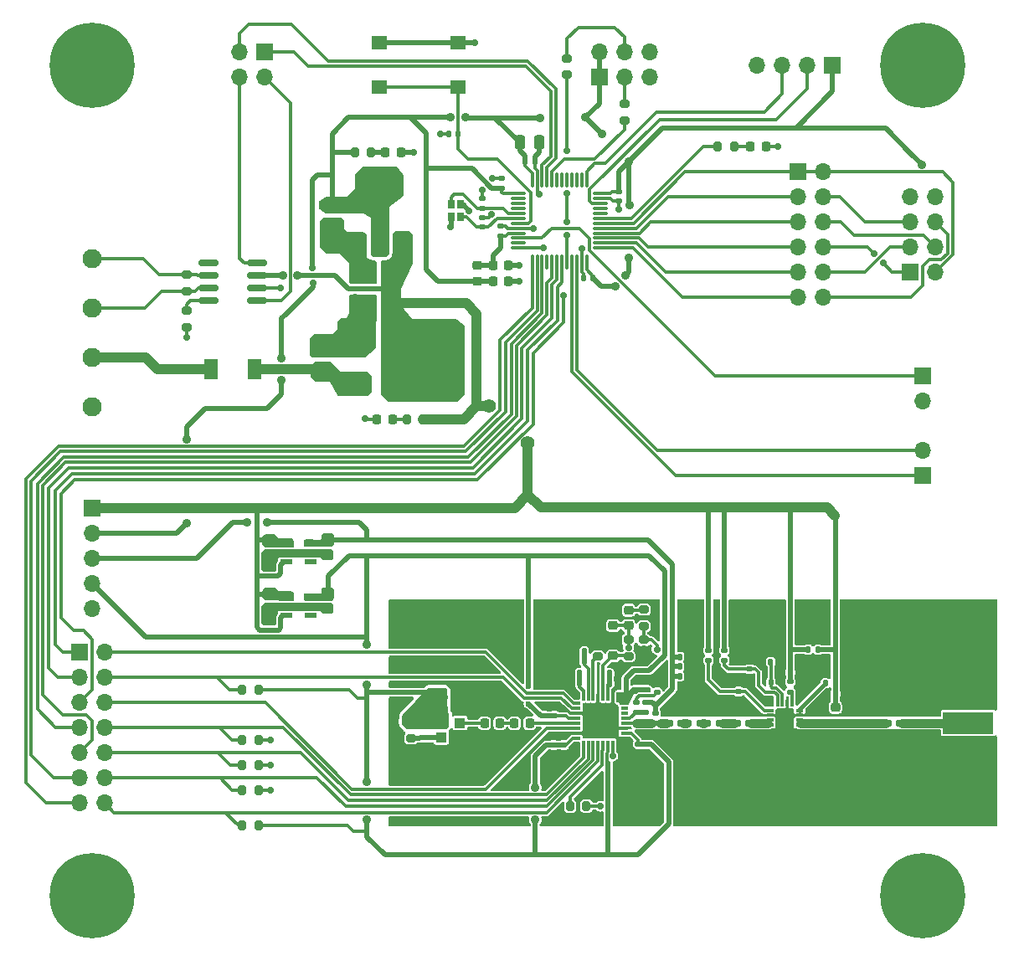
<source format=gbr>
%TF.GenerationSoftware,KiCad,Pcbnew,8.0.2*%
%TF.CreationDate,2024-07-16T14:45:12-07:00*%
%TF.ProjectId,ptn,70746e2e-6b69-4636-9164-5f7063625858,1*%
%TF.SameCoordinates,Original*%
%TF.FileFunction,Copper,L1,Top*%
%TF.FilePolarity,Positive*%
%FSLAX46Y46*%
G04 Gerber Fmt 4.6, Leading zero omitted, Abs format (unit mm)*
G04 Created by KiCad (PCBNEW 8.0.2) date 2024-07-16 14:45:12*
%MOMM*%
%LPD*%
G01*
G04 APERTURE LIST*
G04 Aperture macros list*
%AMRoundRect*
0 Rectangle with rounded corners*
0 $1 Rounding radius*
0 $2 $3 $4 $5 $6 $7 $8 $9 X,Y pos of 4 corners*
0 Add a 4 corners polygon primitive as box body*
4,1,4,$2,$3,$4,$5,$6,$7,$8,$9,$2,$3,0*
0 Add four circle primitives for the rounded corners*
1,1,$1+$1,$2,$3*
1,1,$1+$1,$4,$5*
1,1,$1+$1,$6,$7*
1,1,$1+$1,$8,$9*
0 Add four rect primitives between the rounded corners*
20,1,$1+$1,$2,$3,$4,$5,0*
20,1,$1+$1,$4,$5,$6,$7,0*
20,1,$1+$1,$6,$7,$8,$9,0*
20,1,$1+$1,$8,$9,$2,$3,0*%
G04 Aperture macros list end*
%TA.AperFunction,SMDPad,CuDef*%
%ADD10RoundRect,0.147500X-0.147500X-0.172500X0.147500X-0.172500X0.147500X0.172500X-0.147500X0.172500X0*%
%TD*%
%TA.AperFunction,SMDPad,CuDef*%
%ADD11RoundRect,0.140000X-0.140000X-0.170000X0.140000X-0.170000X0.140000X0.170000X-0.140000X0.170000X0*%
%TD*%
%TA.AperFunction,SMDPad,CuDef*%
%ADD12RoundRect,0.135000X0.185000X-0.135000X0.185000X0.135000X-0.185000X0.135000X-0.185000X-0.135000X0*%
%TD*%
%TA.AperFunction,SMDPad,CuDef*%
%ADD13RoundRect,0.135000X-0.185000X0.135000X-0.185000X-0.135000X0.185000X-0.135000X0.185000X0.135000X0*%
%TD*%
%TA.AperFunction,SMDPad,CuDef*%
%ADD14RoundRect,0.140000X0.170000X-0.140000X0.170000X0.140000X-0.170000X0.140000X-0.170000X-0.140000X0*%
%TD*%
%TA.AperFunction,SMDPad,CuDef*%
%ADD15RoundRect,0.200000X0.200000X0.275000X-0.200000X0.275000X-0.200000X-0.275000X0.200000X-0.275000X0*%
%TD*%
%TA.AperFunction,SMDPad,CuDef*%
%ADD16RoundRect,0.135000X0.135000X0.185000X-0.135000X0.185000X-0.135000X-0.185000X0.135000X-0.185000X0*%
%TD*%
%TA.AperFunction,SMDPad,CuDef*%
%ADD17RoundRect,0.140000X0.140000X0.170000X-0.140000X0.170000X-0.140000X-0.170000X0.140000X-0.170000X0*%
%TD*%
%TA.AperFunction,ComponentPad*%
%ADD18C,8.600000*%
%TD*%
%TA.AperFunction,SMDPad,CuDef*%
%ADD19R,2.500000X1.500000*%
%TD*%
%TA.AperFunction,SMDPad,CuDef*%
%ADD20R,7.000000X7.000000*%
%TD*%
%TA.AperFunction,ComponentPad*%
%ADD21R,1.700000X1.700000*%
%TD*%
%TA.AperFunction,ComponentPad*%
%ADD22O,1.700000X1.700000*%
%TD*%
%TA.AperFunction,SMDPad,CuDef*%
%ADD23RoundRect,0.218750X0.256250X-0.218750X0.256250X0.218750X-0.256250X0.218750X-0.256250X-0.218750X0*%
%TD*%
%TA.AperFunction,SMDPad,CuDef*%
%ADD24RoundRect,0.225000X-0.225000X-0.250000X0.225000X-0.250000X0.225000X0.250000X-0.225000X0.250000X0*%
%TD*%
%TA.AperFunction,SMDPad,CuDef*%
%ADD25RoundRect,0.225000X-0.250000X0.225000X-0.250000X-0.225000X0.250000X-0.225000X0.250000X0.225000X0*%
%TD*%
%TA.AperFunction,SMDPad,CuDef*%
%ADD26RoundRect,0.140000X-0.170000X0.140000X-0.170000X-0.140000X0.170000X-0.140000X0.170000X0.140000X0*%
%TD*%
%TA.AperFunction,SMDPad,CuDef*%
%ADD27RoundRect,0.225000X0.250000X-0.225000X0.250000X0.225000X-0.250000X0.225000X-0.250000X-0.225000X0*%
%TD*%
%TA.AperFunction,SMDPad,CuDef*%
%ADD28RoundRect,0.147500X-0.172500X0.147500X-0.172500X-0.147500X0.172500X-0.147500X0.172500X0.147500X0*%
%TD*%
%TA.AperFunction,SMDPad,CuDef*%
%ADD29R,1.250000X0.600000*%
%TD*%
%TA.AperFunction,SMDPad,CuDef*%
%ADD30R,0.775000X0.875000*%
%TD*%
%TA.AperFunction,ComponentPad*%
%ADD31C,1.950000*%
%TD*%
%TA.AperFunction,SMDPad,CuDef*%
%ADD32RoundRect,0.200000X0.275000X-0.200000X0.275000X0.200000X-0.275000X0.200000X-0.275000X-0.200000X0*%
%TD*%
%TA.AperFunction,SMDPad,CuDef*%
%ADD33RoundRect,0.250000X-0.475000X0.250000X-0.475000X-0.250000X0.475000X-0.250000X0.475000X0.250000X0*%
%TD*%
%TA.AperFunction,SMDPad,CuDef*%
%ADD34R,3.250000X3.250000*%
%TD*%
%TA.AperFunction,SMDPad,CuDef*%
%ADD35R,0.800000X0.300000*%
%TD*%
%TA.AperFunction,SMDPad,CuDef*%
%ADD36R,0.300000X0.800000*%
%TD*%
%TA.AperFunction,SMDPad,CuDef*%
%ADD37RoundRect,0.250000X0.250000X0.475000X-0.250000X0.475000X-0.250000X-0.475000X0.250000X-0.475000X0*%
%TD*%
%TA.AperFunction,SMDPad,CuDef*%
%ADD38RoundRect,0.218750X0.218750X0.256250X-0.218750X0.256250X-0.218750X-0.256250X0.218750X-0.256250X0*%
%TD*%
%TA.AperFunction,SMDPad,CuDef*%
%ADD39R,1.100000X1.000000*%
%TD*%
%TA.AperFunction,SMDPad,CuDef*%
%ADD40RoundRect,0.200000X-0.200000X-0.275000X0.200000X-0.275000X0.200000X0.275000X-0.200000X0.275000X0*%
%TD*%
%TA.AperFunction,SMDPad,CuDef*%
%ADD41RoundRect,0.150000X0.825000X0.150000X-0.825000X0.150000X-0.825000X-0.150000X0.825000X-0.150000X0*%
%TD*%
%TA.AperFunction,SMDPad,CuDef*%
%ADD42R,1.600000X1.400000*%
%TD*%
%TA.AperFunction,SMDPad,CuDef*%
%ADD43RoundRect,0.200000X-0.275000X0.200000X-0.275000X-0.200000X0.275000X-0.200000X0.275000X0.200000X0*%
%TD*%
%TA.AperFunction,SMDPad,CuDef*%
%ADD44R,5.080000X2.413000*%
%TD*%
%TA.AperFunction,SMDPad,CuDef*%
%ADD45R,5.080000X2.286000*%
%TD*%
%TA.AperFunction,SMDPad,CuDef*%
%ADD46RoundRect,0.075000X-0.662500X-0.075000X0.662500X-0.075000X0.662500X0.075000X-0.662500X0.075000X0*%
%TD*%
%TA.AperFunction,SMDPad,CuDef*%
%ADD47RoundRect,0.075000X-0.075000X-0.662500X0.075000X-0.662500X0.075000X0.662500X-0.075000X0.662500X0*%
%TD*%
%TA.AperFunction,SMDPad,CuDef*%
%ADD48RoundRect,0.225000X0.225000X0.250000X-0.225000X0.250000X-0.225000X-0.250000X0.225000X-0.250000X0*%
%TD*%
%TA.AperFunction,SMDPad,CuDef*%
%ADD49RoundRect,0.218750X-0.256250X0.218750X-0.256250X-0.218750X0.256250X-0.218750X0.256250X0.218750X0*%
%TD*%
%TA.AperFunction,SMDPad,CuDef*%
%ADD50R,0.750000X0.300000*%
%TD*%
%TA.AperFunction,SMDPad,CuDef*%
%ADD51R,0.300000X0.750000*%
%TD*%
%TA.AperFunction,SMDPad,CuDef*%
%ADD52R,1.700000X1.700000*%
%TD*%
%TA.AperFunction,SMDPad,CuDef*%
%ADD53RoundRect,0.135000X-0.135000X-0.185000X0.135000X-0.185000X0.135000X0.185000X-0.135000X0.185000X0*%
%TD*%
%TA.AperFunction,SMDPad,CuDef*%
%ADD54RoundRect,0.218750X-0.218750X-0.256250X0.218750X-0.256250X0.218750X0.256250X-0.218750X0.256250X0*%
%TD*%
%TA.AperFunction,SMDPad,CuDef*%
%ADD55RoundRect,0.375000X0.375000X-0.625000X0.375000X0.625000X-0.375000X0.625000X-0.375000X-0.625000X0*%
%TD*%
%TA.AperFunction,SMDPad,CuDef*%
%ADD56RoundRect,0.500000X1.400000X-0.500000X1.400000X0.500000X-1.400000X0.500000X-1.400000X-0.500000X0*%
%TD*%
%TA.AperFunction,SMDPad,CuDef*%
%ADD57R,1.400000X2.000000*%
%TD*%
%TA.AperFunction,SMDPad,CuDef*%
%ADD58RoundRect,0.250000X0.475000X-0.250000X0.475000X0.250000X-0.475000X0.250000X-0.475000X-0.250000X0*%
%TD*%
%TA.AperFunction,ViaPad*%
%ADD59C,0.700000*%
%TD*%
%TA.AperFunction,ViaPad*%
%ADD60C,0.900000*%
%TD*%
%TA.AperFunction,ViaPad*%
%ADD61C,1.400000*%
%TD*%
%TA.AperFunction,ViaPad*%
%ADD62C,0.600000*%
%TD*%
%TA.AperFunction,Conductor*%
%ADD63C,0.900000*%
%TD*%
%TA.AperFunction,Conductor*%
%ADD64C,0.300000*%
%TD*%
%TA.AperFunction,Conductor*%
%ADD65C,0.500000*%
%TD*%
%TA.AperFunction,Conductor*%
%ADD66C,1.000000*%
%TD*%
%TA.AperFunction,Conductor*%
%ADD67C,0.200000*%
%TD*%
%TA.AperFunction,Conductor*%
%ADD68C,0.400000*%
%TD*%
G04 APERTURE END LIST*
D10*
%TO.P,L2,1,1*%
%TO.N,Net-(C4-Pad2)*%
X140390000Y-116550000D03*
%TO.P,L2,2,2*%
%TO.N,GRF5509_RFIN*%
X141360000Y-116550000D03*
%TD*%
D11*
%TO.P,C23,2*%
%TO.N,GND*%
X140370000Y-111830000D03*
%TO.P,C23,1*%
%TO.N,+3.3VA_VOUT*%
X139410000Y-111830000D03*
%TD*%
%TO.P,C20,2*%
%TO.N,GND*%
X140370000Y-110840000D03*
%TO.P,C20,1*%
%TO.N,+3.3VA_VOUT*%
X139410000Y-110840000D03*
%TD*%
%TO.P,C16,2*%
%TO.N,GND*%
X140370000Y-109850000D03*
%TO.P,C16,1*%
%TO.N,+3.3VA_VOUT*%
X139410000Y-109850000D03*
%TD*%
D12*
%TO.P,R11,2*%
%TO.N,GND*%
X137140000Y-112400001D03*
%TO.P,R11,1*%
%TO.N,Net-(C13-Pad2)*%
X137140000Y-113419999D03*
%TD*%
D13*
%TO.P,R10,1*%
%TO.N,+3.3VA_VOUT*%
X135990000Y-114420000D03*
%TO.P,R10,2*%
%TO.N,ADF4351_RFOUTA-*%
X135990000Y-115439998D03*
%TD*%
D14*
%TO.P,C13,2*%
%TO.N,Net-(C13-Pad2)*%
X134990000Y-114469998D03*
%TO.P,C13,1*%
%TO.N,ADF4351_RFOUTA-*%
X134990000Y-115429998D03*
%TD*%
D15*
%TO.P,R26,2*%
%TO.N,/STM32_USER_LED*%
X143280000Y-58200000D03*
%TO.P,R26,1*%
%TO.N,Net-(D4-A)*%
X144930000Y-58200000D03*
%TD*%
D16*
%TO.P,R22,2*%
%TO.N,Net-(IC4-GND{slash}NC_8)*%
X148620000Y-110364000D03*
%TO.P,R22,1*%
%TO.N,GND*%
X149640000Y-110364000D03*
%TD*%
D17*
%TO.P,C37,1*%
%TO.N,ADF4351_VREF*%
X129300000Y-111510000D03*
%TO.P,C37,2*%
%TO.N,GND*%
X128340000Y-111510000D03*
%TD*%
D18*
%TO.P,H3,1,1*%
%TO.N,GND*%
X80000000Y-134000000D03*
%TD*%
D19*
%TO.P,IC2,1,GND*%
%TO.N,GND*%
X106490000Y-77570000D03*
D20*
%TO.P,IC2,2,OUTPUT*%
%TO.N,+5V*%
X113340000Y-79870000D03*
D19*
%TO.P,IC2,3,INPUT*%
%TO.N,+12V*%
X106490000Y-82170000D03*
%TD*%
D11*
%TO.P,C43,1*%
%TO.N,Net-(IC4-GND{slash}NC_8)*%
X148640000Y-112430000D03*
%TO.P,C43,2*%
%TO.N,GND*%
X149600000Y-112430000D03*
%TD*%
D21*
%TO.P,J4,1,Pin_1*%
%TO.N,STM32_ADC1_IN0*%
X164000000Y-81460000D03*
D22*
%TO.P,J4,2,Pin_2*%
%TO.N,GND*%
X164000000Y-84000000D03*
%TD*%
D15*
%TO.P,R13,2*%
%TO.N,+3.3V*%
X106550000Y-58800000D03*
%TO.P,R13,1*%
%TO.N,Net-(D3-A)*%
X108200000Y-58800000D03*
%TD*%
D14*
%TO.P,C46,1*%
%TO.N,GND*%
X153830000Y-117490000D03*
%TO.P,C46,2*%
%TO.N,Net-(IC4-RF_OUT{slash}VCC2_1)*%
X153830000Y-116530000D03*
%TD*%
D23*
%TO.P,L6,1,1*%
%TO.N,Net-(IC4-RF_OUT{slash}VCC2_1)*%
X155150000Y-116537500D03*
%TO.P,L6,2,2*%
%TO.N,+5V*%
X155150000Y-114962500D03*
%TD*%
D24*
%TO.P,C36,1*%
%TO.N,Net-(C35-Pad2)*%
X122700000Y-116550000D03*
%TO.P,C36,2*%
%TO.N,ADF4351_REFIN*%
X124250000Y-116550000D03*
%TD*%
D25*
%TO.P,C1,1*%
%TO.N,+5V*%
X97866000Y-103495001D03*
%TO.P,C1,2*%
%TO.N,GND*%
X97866000Y-105045001D03*
%TD*%
D26*
%TO.P,C65,1*%
%TO.N,GND*%
X119443000Y-65425000D03*
%TO.P,C65,2*%
%TO.N,STM32_HSE_OUT*%
X119443000Y-66385000D03*
%TD*%
D27*
%TO.P,C8,1*%
%TO.N,ADF4351_VTUNE*%
X132676000Y-109744000D03*
%TO.P,C8,2*%
%TO.N,GND*%
X132676000Y-108194000D03*
%TD*%
D21*
%TO.P,J3,1,Pin_1*%
%TO.N,NRF24L01P_IRQ*%
X151345000Y-60800000D03*
D22*
%TO.P,J3,2,Pin_2*%
%TO.N,STM32_NRF_CE*%
X151345000Y-63340000D03*
%TO.P,J3,3,Pin_3*%
%TO.N,STM32_SPI2_MOSI*%
X151345000Y-65879999D03*
%TO.P,J3,4,Pin_4*%
%TO.N,STM32_SPI2_MISO*%
X151345000Y-68420000D03*
%TO.P,J3,5,Pin_5*%
%TO.N,STM32_SPI2_SCK*%
X151345000Y-70960000D03*
%TO.P,J3,6,Pin_6*%
%TO.N,STM32_SPI2_SSN*%
X151345000Y-73500000D03*
%TO.P,J3,7,Pin_7*%
%TO.N,NRF24L01P_SSN*%
X153885000Y-73500000D03*
%TO.P,J3,8,Pin_8*%
%TO.N,NRF24L01P_SCK*%
X153885000Y-70960000D03*
%TO.P,J3,9,Pin_9*%
%TO.N,NRF24L01P_MISO*%
X153885000Y-68420000D03*
%TO.P,J3,10,Pin_10*%
%TO.N,NRF24L01P_MOSI*%
X153885000Y-65880000D03*
%TO.P,J3,11,Pin_11*%
%TO.N,NRF24L01P_CE*%
X153885000Y-63340000D03*
%TO.P,J3,12,Pin_12*%
%TO.N,NRF24L01P_IRQ*%
X153885000Y-60800000D03*
%TD*%
D11*
%TO.P,C54,1*%
%TO.N,GND*%
X116030000Y-56970000D03*
%TO.P,C54,2*%
%TO.N,STM32_NRST*%
X116990000Y-56970000D03*
%TD*%
D17*
%TO.P,C58,1*%
%TO.N,GND*%
X124750000Y-59750000D03*
%TO.P,C58,2*%
%TO.N,+3.3V*%
X123790000Y-59750000D03*
%TD*%
D28*
%TO.P,L5,1,1*%
%TO.N,Net-(C39-Pad1)*%
X144340000Y-116535000D03*
%TO.P,L5,2,2*%
%TO.N,GND*%
X144340000Y-117505000D03*
%TD*%
D29*
%TO.P,IC1,1,VIN*%
%TO.N,+5V*%
X99600000Y-103790000D03*
%TO.P,IC1,2,GND*%
%TO.N,GND*%
X99600001Y-104740000D03*
%TO.P,IC1,3,EN*%
%TO.N,+5V*%
X99600000Y-105690000D03*
%TO.P,IC1,4,NC*%
%TO.N,unconnected-(IC1-NC-Pad4)*%
X102100000Y-105690000D03*
%TO.P,IC1,5,VOUT*%
%TO.N,+3.3VA*%
X102100000Y-103790000D03*
%TD*%
D30*
%TO.P,Y2,1,1*%
%TO.N,STM32_HSE_IN*%
X116291000Y-64109000D03*
%TO.P,Y2,2,2*%
%TO.N,GND*%
X116291000Y-65383000D03*
%TO.P,Y2,3,3*%
%TO.N,STM32_HSE_OUT*%
X117265000Y-65383000D03*
%TO.P,Y2,4,4*%
%TO.N,GND*%
X117265000Y-64109000D03*
%TD*%
D31*
%TO.P,J1,1,1*%
%TO.N,CANL*%
X79990000Y-69590000D03*
%TO.P,J1,2,2*%
%TO.N,CANH*%
X79990000Y-74590000D03*
%TO.P,J1,3,3*%
%TO.N,/12V_IN*%
X79990000Y-79590000D03*
%TO.P,J1,4,4*%
%TO.N,GND*%
X79990000Y-84590000D03*
%TD*%
D32*
%TO.P,R9,2*%
%TO.N,CANL*%
X89545000Y-71190000D03*
%TO.P,R9,1*%
%TO.N,CANH*%
X89545000Y-72840000D03*
%TD*%
D33*
%TO.P,C10,1*%
%TO.N,+3.3V*%
X104265499Y-64220001D03*
%TO.P,C10,2*%
%TO.N,GND*%
X104265499Y-66119999D03*
%TD*%
D34*
%TO.P,U3,33,EP*%
%TO.N,GND*%
X131418000Y-116304000D03*
D35*
%TO.P,U3,32,SDVDD*%
%TO.N,+3.3VA*%
X129018000Y-118054000D03*
%TO.P,U3,31,SDGND*%
%TO.N,GND*%
X129018000Y-117554000D03*
%TO.P,U3,30,MUXOUT*%
%TO.N,ADF4351_MUXOUT*%
X129018000Y-117054000D03*
%TO.P,U3,29,REFIN*%
%TO.N,ADF4351_REFIN*%
X129018000Y-116554000D03*
%TO.P,U3,28,DVDD*%
%TO.N,+3.3VA*%
X129018000Y-116054000D03*
%TO.P,U3,27,DGND*%
%TO.N,GND*%
X129018000Y-115554000D03*
%TO.P,U3,26,PDB_RF*%
%TO.N,ADF4351_PDBRF*%
X129018000Y-115054000D03*
%TO.P,U3,25,LD*%
%TO.N,ADF4351_LD*%
X129018000Y-114554000D03*
D36*
%TO.P,U3,24,VREF*%
%TO.N,ADF4351_VREF*%
X129668000Y-113904000D03*
%TO.P,U3,23,VCOM*%
%TO.N,ADF4351_VCOM*%
X130168000Y-113904000D03*
%TO.P,U3,22,RSET*%
%TO.N,Net-(U3-RSET)*%
X130668000Y-113904000D03*
%TO.P,U3,21,AGNDVCO*%
%TO.N,GND*%
X131168000Y-113904000D03*
%TO.P,U3,20,VTUNE*%
%TO.N,ADF4351_VTUNE*%
X131668000Y-113904000D03*
%TO.P,U3,19,TEMP*%
%TO.N,ADF4351_TEMP*%
X132168000Y-113904000D03*
%TO.P,U3,18,AGNDVCO*%
%TO.N,GND*%
X132668000Y-113904000D03*
%TO.P,U3,17,VVCO*%
%TO.N,+3.3VA*%
X133168000Y-113904000D03*
D35*
%TO.P,U3,16,VVCO*%
X133818000Y-114554000D03*
%TO.P,U3,15,RF_OUT_B-*%
%TO.N,unconnected-(U3-RF_OUT_B--Pad15)*%
X133818000Y-115054000D03*
%TO.P,U3,14,RF_OUT_B+*%
%TO.N,unconnected-(U3-RF_OUT_B+-Pad14)*%
X133818000Y-115554000D03*
%TO.P,U3,13,RF_OUT_A-*%
%TO.N,ADF4351_RFOUTA-*%
X133818000Y-116054000D03*
%TO.P,U3,12,RF_OUT_A+*%
%TO.N,ADF4351_RFOUTA+*%
X133818000Y-116554000D03*
%TO.P,U3,11,AGNDVCO*%
%TO.N,GND*%
X133818000Y-117054000D03*
%TO.P,U3,10,AVDD*%
%TO.N,+3.3VA*%
X133818000Y-117554000D03*
%TO.P,U3,9,AGND*%
%TO.N,GND*%
X133818000Y-118054000D03*
D36*
%TO.P,U3,8,CPGND*%
X133168000Y-118704000D03*
%TO.P,U3,7,CPout*%
%TO.N,ADF4351_CPOUT*%
X132668000Y-118704000D03*
%TO.P,U3,6,Vp*%
%TO.N,+3.3VA*%
X132168000Y-118704000D03*
%TO.P,U3,5,SW*%
%TO.N,ADF4351_SW*%
X131668000Y-118704000D03*
%TO.P,U3,4,CE*%
%TO.N,ADF4351_CE*%
X131168000Y-118704000D03*
%TO.P,U3,3,LE*%
%TO.N,ADF4351_SSN*%
X130668000Y-118704000D03*
%TO.P,U3,2,DATA*%
%TO.N,ADF4351_MOSI*%
X130168000Y-118704000D03*
%TO.P,U3,1,CLK*%
%TO.N,ADF4351_SCK*%
X129668000Y-118704000D03*
%TD*%
D11*
%TO.P,C60,1*%
%TO.N,GND*%
X129660000Y-71500000D03*
%TO.P,C60,2*%
%TO.N,+3.3V*%
X130620000Y-71500000D03*
%TD*%
D37*
%TO.P,C56,1*%
%TO.N,GND*%
X125189999Y-57850000D03*
%TO.P,C56,2*%
%TO.N,+3.3V*%
X123290001Y-57850000D03*
%TD*%
D10*
%TO.P,L4,1,1*%
%TO.N,GRF5509_RFIN*%
X142325000Y-116560000D03*
%TO.P,L4,2,2*%
%TO.N,Net-(C39-Pad1)*%
X143295000Y-116560000D03*
%TD*%
D17*
%TO.P,C38,1*%
%TO.N,ADF4351_VREF*%
X129301000Y-112499000D03*
%TO.P,C38,2*%
%TO.N,GND*%
X128341000Y-112499000D03*
%TD*%
D38*
%TO.P,D3,1,K*%
%TO.N,GND*%
X111225002Y-58800000D03*
%TO.P,D3,2,A*%
%TO.N,Net-(D3-A)*%
X109650000Y-58800000D03*
%TD*%
D14*
%TO.P,C59,1*%
%TO.N,GND*%
X133250000Y-63730000D03*
%TO.P,C59,2*%
%TO.N,+3.3V*%
X133250000Y-62770000D03*
%TD*%
D26*
%TO.P,C33,1*%
%TO.N,+3.3VA*%
X136210000Y-118710000D03*
%TO.P,C33,2*%
%TO.N,GND*%
X136210000Y-119670000D03*
%TD*%
D14*
%TO.P,C50,1*%
%TO.N,GND*%
X156470000Y-117500000D03*
%TO.P,C50,2*%
%TO.N,Net-(IC4-RF_OUT{slash}VCC2_1)*%
X156470000Y-116540000D03*
%TD*%
D18*
%TO.P,H1,1,1*%
%TO.N,GND*%
X80000000Y-50000000D03*
%TD*%
D26*
%TO.P,C63,1*%
%TO.N,GND*%
X119430000Y-63520000D03*
%TO.P,C63,2*%
%TO.N,STM32_HSE_IN*%
X119430000Y-64480000D03*
%TD*%
D39*
%TO.P,Y1,1,OE*%
%TO.N,Net-(Y1-OE)*%
X115304000Y-118033000D03*
%TO.P,Y1,2,GND*%
%TO.N,GND*%
X117204000Y-118033000D03*
%TO.P,Y1,3,OUT*%
%TO.N,Net-(Y1-OUT)*%
X117204000Y-116533000D03*
%TO.P,Y1,4,VDD*%
%TO.N,+3.3VA*%
X115304000Y-116533000D03*
%TD*%
D11*
%TO.P,C49,1*%
%TO.N,+5V*%
X155170000Y-113580000D03*
%TO.P,C49,2*%
%TO.N,GND*%
X156130000Y-113580000D03*
%TD*%
D26*
%TO.P,C61,1*%
%TO.N,GND*%
X121280000Y-66300000D03*
%TO.P,C61,2*%
%TO.N,VDDA*%
X121280000Y-67260000D03*
%TD*%
D40*
%TO.P,R4,1*%
%TO.N,ADF4351_SW*%
X128335000Y-124940000D03*
%TO.P,R4,2*%
%TO.N,Net-(R4-Pad2)*%
X129985000Y-124940000D03*
%TD*%
D41*
%TO.P,U1,1,TXD*%
%TO.N,MCP2551_CANTX*%
X96695000Y-73825000D03*
%TO.P,U1,2,VSS*%
%TO.N,GND*%
X96695000Y-72555000D03*
%TO.P,U1,3,VDD*%
%TO.N,+5V*%
X96695000Y-71285000D03*
%TO.P,U1,4,RXD*%
%TO.N,MCP2551_CANRX*%
X96695000Y-70015000D03*
%TO.P,U1,5,Vref*%
%TO.N,unconnected-(U1-Vref-Pad5)*%
X91745000Y-70015000D03*
%TO.P,U1,6,CANL*%
%TO.N,CANL*%
X91745000Y-71285000D03*
%TO.P,U1,7,CANH*%
%TO.N,CANH*%
X91745000Y-72555000D03*
%TO.P,U1,8,Rs*%
%TO.N,Net-(U1-Rs)*%
X91745000Y-73825000D03*
%TD*%
D13*
%TO.P,R21,2*%
%TO.N,/GRF5509_VEN2*%
X143930000Y-110190000D03*
%TO.P,R21,1*%
%TO.N,+5V*%
X143930000Y-109170000D03*
%TD*%
D25*
%TO.P,C17,1*%
%TO.N,+3.3VA_VOUT*%
X103855000Y-98032000D03*
%TO.P,C17,2*%
%TO.N,GND*%
X103855000Y-99582000D03*
%TD*%
D11*
%TO.P,C21,1*%
%TO.N,+3.3VA*%
X115520000Y-113440000D03*
%TO.P,C21,2*%
%TO.N,GND*%
X116480000Y-113440000D03*
%TD*%
D13*
%TO.P,R23,2*%
%TO.N,Net-(IC4-VCC1)*%
X150602000Y-113397000D03*
%TO.P,R23,1*%
%TO.N,+5V*%
X150602000Y-112377000D03*
%TD*%
D27*
%TO.P,C3,2*%
%TO.N,GND*%
X132676000Y-105134000D03*
%TO.P,C3,1*%
%TO.N,ADF4351_CPOUT*%
X132676000Y-106684000D03*
%TD*%
D42*
%TO.P,SW1,1,1*%
%TO.N,GND*%
X109000000Y-47750000D03*
X117000000Y-47750000D03*
%TO.P,SW1,2,2*%
%TO.N,STM32_NRST*%
X109000000Y-52250000D03*
X117000000Y-52250000D03*
%TD*%
D43*
%TO.P,R7,1*%
%TO.N,Net-(R4-Pad2)*%
X135796000Y-108144000D03*
%TO.P,R7,2*%
%TO.N,GND*%
X135796000Y-109794000D03*
%TD*%
D11*
%TO.P,C18,1*%
%TO.N,+3.3VA*%
X115511000Y-114455000D03*
%TO.P,C18,2*%
%TO.N,GND*%
X116471000Y-114455000D03*
%TD*%
%TO.P,C47,1*%
%TO.N,+5V*%
X155160000Y-110368000D03*
%TO.P,C47,2*%
%TO.N,GND*%
X156120000Y-110368000D03*
%TD*%
D21*
%TO.P,J10,1,Pin_1*%
%TO.N,+3.3V*%
X131310000Y-51230000D03*
D22*
%TO.P,J10,2,Pin_2*%
%TO.N,Net-(J10-Pin_2)*%
X133850000Y-51230000D03*
%TO.P,J10,3,Pin_3*%
%TO.N,GND*%
X136389999Y-51230000D03*
%TO.P,J10,4,Pin_4*%
X136390000Y-48690000D03*
%TO.P,J10,5,Pin_5*%
%TO.N,Net-(J10-Pin_5)*%
X133850000Y-48690000D03*
%TO.P,J10,6,Pin_6*%
%TO.N,+3.3V*%
X131310000Y-48690000D03*
%TD*%
D18*
%TO.P,H4,1,1*%
%TO.N,GND*%
X164000000Y-134000000D03*
%TD*%
D26*
%TO.P,C31,1*%
%TO.N,+3.3VA*%
X135200000Y-118710000D03*
%TO.P,C31,2*%
%TO.N,GND*%
X135200000Y-119670000D03*
%TD*%
D11*
%TO.P,C28,1*%
%TO.N,ADF4351_TEMP*%
X132310000Y-111530000D03*
%TO.P,C28,2*%
%TO.N,GND*%
X133270000Y-111530000D03*
%TD*%
%TO.P,C26,1*%
%TO.N,+3.3VA*%
X132180000Y-120740000D03*
%TO.P,C26,2*%
%TO.N,GND*%
X133140000Y-120740000D03*
%TD*%
D43*
%TO.P,R6,2*%
%TO.N,ADF4351_VTUNE*%
X134236000Y-109794000D03*
%TO.P,R6,1*%
%TO.N,ADF4351_CPOUT*%
X134236000Y-108144000D03*
%TD*%
D32*
%TO.P,R1,1*%
%TO.N,GND*%
X89560000Y-76490000D03*
%TO.P,R1,2*%
%TO.N,Net-(U1-Rs)*%
X89560000Y-74840000D03*
%TD*%
D14*
%TO.P,C19,1*%
%TO.N,+3.3VA*%
X136040000Y-113220000D03*
%TO.P,C19,2*%
%TO.N,GND*%
X136040000Y-112260000D03*
%TD*%
D38*
%TO.P,D4,1,K*%
%TO.N,GND*%
X148134004Y-58195000D03*
%TO.P,D4,2,A*%
%TO.N,Net-(D4-A)*%
X146559002Y-58195000D03*
%TD*%
D44*
%TO.P,J9,1,1*%
%TO.N,GND*%
X168600000Y-120911500D03*
D45*
%TO.P,J9,2,2*%
%TO.N,/GRF5509_RFOUT*%
X168600000Y-116530000D03*
D44*
%TO.P,J9,3,3*%
%TO.N,GND*%
X168600000Y-112148500D03*
%TD*%
D11*
%TO.P,C48,1*%
%TO.N,+5V*%
X155150000Y-111470000D03*
%TO.P,C48,2*%
%TO.N,GND*%
X156110000Y-111470000D03*
%TD*%
D37*
%TO.P,C2,1*%
%TO.N,+5V*%
X109892499Y-70660000D03*
%TO.P,C2,2*%
%TO.N,GND*%
X107992501Y-70660000D03*
%TD*%
D22*
%TO.P,J2,1,Pin_1*%
%TO.N,NRF24L01P_IRQ*%
X165240000Y-70950000D03*
%TO.P,J2,2,Pin_2*%
%TO.N,NRF24L01P_MOSI*%
X165240000Y-68410000D03*
%TO.P,J2,3,Pin_3*%
%TO.N,NRF24L01P_SSN*%
X165240000Y-65870000D03*
%TO.P,J2,4,Pin_4*%
%TO.N,+3.3V*%
X165240000Y-63330000D03*
%TO.P,J2,5,Pin_5*%
%TO.N,GND*%
X162700000Y-63330000D03*
%TO.P,J2,6,Pin_6*%
%TO.N,NRF24L01P_CE*%
X162700000Y-65870001D03*
%TO.P,J2,7,Pin_7*%
%TO.N,NRF24L01P_SCK*%
X162700000Y-68410000D03*
D21*
%TO.P,J2,8,Pin_8*%
%TO.N,NRF24L01P_MISO*%
X162700000Y-70950000D03*
%TD*%
D11*
%TO.P,C55,1*%
%TO.N,Net-(IC4-RF_OUT{slash}VCC2_1)*%
X160590000Y-116540000D03*
%TO.P,C55,2*%
%TO.N,/GRF5509_RFOUT*%
X161550000Y-116540000D03*
%TD*%
D26*
%TO.P,C41,1*%
%TO.N,Net-(IC4-RF_IN_1)*%
X147330000Y-116520000D03*
%TO.P,C41,2*%
%TO.N,GND*%
X147330000Y-117480000D03*
%TD*%
D46*
%TO.P,U4,1,VBAT*%
%TO.N,+3.3V*%
X123087500Y-63000000D03*
%TO.P,U4,2,PC13*%
%TO.N,unconnected-(U4-PC13-Pad2)*%
X123087500Y-63500000D03*
%TO.P,U4,3,PC14*%
%TO.N,unconnected-(U4-PC14-Pad3)*%
X123087500Y-64000000D03*
%TO.P,U4,4,PC15*%
%TO.N,unconnected-(U4-PC15-Pad4)*%
X123087500Y-64500001D03*
%TO.P,U4,5,PD0*%
%TO.N,STM32_HSE_IN*%
X123087500Y-65000000D03*
%TO.P,U4,6,PD1*%
%TO.N,STM32_HSE_OUT*%
X123087500Y-65500000D03*
%TO.P,U4,7,NRST*%
%TO.N,STM32_NRST*%
X123087500Y-66000000D03*
%TO.P,U4,8,VSSA*%
%TO.N,GND*%
X123087500Y-66500000D03*
%TO.P,U4,9,VDDA*%
%TO.N,VDDA*%
X123087500Y-66999999D03*
%TO.P,U4,10,PA0*%
%TO.N,STM32_ADC1_IN0*%
X123087500Y-67500000D03*
%TO.P,U4,11,PA1*%
%TO.N,unconnected-(U4-PA1-Pad11)*%
X123087500Y-68000000D03*
%TO.P,U4,12,PA2*%
%TO.N,STM32_ADF_MUXOUT*%
X123087500Y-68500000D03*
D47*
%TO.P,U4,13,PA3*%
%TO.N,STM32_ADF_CE*%
X124500000Y-69912500D03*
%TO.P,U4,14,PA4*%
%TO.N,STM32_SPI1_SSN*%
X125000000Y-69912500D03*
%TO.P,U4,15,PA5*%
%TO.N,STM32_SPI1_SCK*%
X125500000Y-69912500D03*
%TO.P,U4,16,PA6*%
%TO.N,/STM32_SPI1_MISO*%
X126000001Y-69912500D03*
%TO.P,U4,17,PA7*%
%TO.N,STM32_SPI1_MOSI*%
X126500000Y-69912500D03*
%TO.P,U4,18,PB0*%
%TO.N,STM32_ADF_PDBRF*%
X127000000Y-69912500D03*
%TO.P,U4,19,PB1*%
%TO.N,STM32_ADF_LD*%
X127500000Y-69912500D03*
%TO.P,U4,20,PB2*%
%TO.N,STM32_BOOT1*%
X128000000Y-69912500D03*
%TO.P,U4,21,PB10*%
%TO.N,STM32_USART3_TX*%
X128499999Y-69912500D03*
%TO.P,U4,22,PB11*%
%TO.N,STM32_USART3_RX*%
X129000000Y-69912500D03*
%TO.P,U4,23,VSS*%
%TO.N,GND*%
X129500000Y-69912500D03*
%TO.P,U4,24,VDD*%
%TO.N,+3.3V*%
X130000000Y-69912500D03*
D46*
%TO.P,U4,25,PB12*%
%TO.N,STM32_SPI2_SSN*%
X131412500Y-68500000D03*
%TO.P,U4,26,PB13*%
%TO.N,STM32_SPI2_SCK*%
X131412500Y-68000000D03*
%TO.P,U4,27,PB14*%
%TO.N,STM32_SPI2_MISO*%
X131412500Y-67500000D03*
%TO.P,U4,28,PB15*%
%TO.N,STM32_SPI2_MOSI*%
X131412500Y-66999999D03*
%TO.P,U4,29,PA8*%
%TO.N,STM32_NRF_CE*%
X131412500Y-66500000D03*
%TO.P,U4,30,PA9*%
%TO.N,NRF24L01P_IRQ*%
X131412500Y-66000000D03*
%TO.P,U4,31,PA10*%
%TO.N,/STM32_USER_LED*%
X131412500Y-65500000D03*
%TO.P,U4,32,PA11*%
%TO.N,unconnected-(U4-PA11-Pad32)*%
X131412500Y-65000000D03*
%TO.P,U4,33,PA12*%
%TO.N,unconnected-(U4-PA12-Pad33)*%
X131412500Y-64500001D03*
%TO.P,U4,34,PA13*%
%TO.N,SWDIO*%
X131412500Y-64000000D03*
%TO.P,U4,35,VSS*%
%TO.N,GND*%
X131412500Y-63500000D03*
%TO.P,U4,36,VDD*%
%TO.N,+3.3V*%
X131412500Y-63000000D03*
D47*
%TO.P,U4,37,PA14*%
%TO.N,SWCLK*%
X130000000Y-61587500D03*
%TO.P,U4,38,PA15*%
%TO.N,unconnected-(U4-PA15-Pad38)*%
X129500000Y-61587500D03*
%TO.P,U4,39,PB3*%
%TO.N,unconnected-(U4-PB3-Pad39)*%
X129000000Y-61587500D03*
%TO.P,U4,40,PB4*%
%TO.N,unconnected-(U4-PB4-Pad40)*%
X128499999Y-61587500D03*
%TO.P,U4,41,PB5*%
%TO.N,unconnected-(U4-PB5-Pad41)*%
X128000000Y-61587500D03*
%TO.P,U4,42,PB6*%
%TO.N,unconnected-(U4-PB6-Pad42)*%
X127500000Y-61587500D03*
%TO.P,U4,43,PB7*%
%TO.N,unconnected-(U4-PB7-Pad43)*%
X127000000Y-61587500D03*
%TO.P,U4,44,BOOT0*%
%TO.N,STM32_BOOT0*%
X126500000Y-61587500D03*
%TO.P,U4,45,PB8*%
%TO.N,STM32_CANRX*%
X126000001Y-61587500D03*
%TO.P,U4,46,PB9*%
%TO.N,STM32_CANTX*%
X125500000Y-61587500D03*
%TO.P,U4,47,VSS*%
%TO.N,GND*%
X125000000Y-61587500D03*
%TO.P,U4,48,VDD*%
%TO.N,+3.3V*%
X124500000Y-61587500D03*
%TD*%
D14*
%TO.P,C22,1*%
%TO.N,+3.3VA*%
X126750000Y-115800000D03*
%TO.P,C22,2*%
%TO.N,GND*%
X126750000Y-114840000D03*
%TD*%
D21*
%TO.P,J5,1,Pin_1*%
%TO.N,+5V*%
X80000000Y-94796000D03*
D22*
%TO.P,J5,2,Pin_2*%
%TO.N,+3.3V*%
X80000000Y-97336000D03*
%TO.P,J5,3,Pin_3*%
%TO.N,+3.3VA_VOUT*%
X80000000Y-99876000D03*
%TO.P,J5,4,Pin_4*%
%TO.N,+3.3VA*%
X80000000Y-102416000D03*
%TO.P,J5,5,Pin_5*%
%TO.N,GND*%
X80000000Y-104956000D03*
%TD*%
D27*
%TO.P,C6,1*%
%TO.N,ADF4351_CPOUT*%
X134236000Y-106684000D03*
%TO.P,C6,2*%
%TO.N,Net-(C6-Pad2)*%
X134236000Y-105134000D03*
%TD*%
D24*
%TO.P,C35,1*%
%TO.N,Net-(Y1-OUT)*%
X119684000Y-116549000D03*
%TO.P,C35,2*%
%TO.N,Net-(C35-Pad2)*%
X121234000Y-116549000D03*
%TD*%
D21*
%TO.P,J6,1,Pin_1*%
%TO.N,STM32_ADF_LD*%
X78725000Y-109375000D03*
D22*
%TO.P,J6,2,Pin_2*%
%TO.N,STM32_ADF_PDBRF*%
X78725000Y-111915000D03*
%TO.P,J6,3,Pin_3*%
%TO.N,STM32_ADF_MUXOUT*%
X78725000Y-114454999D03*
%TO.P,J6,4,Pin_4*%
%TO.N,STM32_SPI1_SCK*%
X78725000Y-116995000D03*
%TO.P,J6,5,Pin_5*%
%TO.N,STM32_SPI1_MOSI*%
X78725000Y-119535000D03*
%TO.P,J6,6,Pin_6*%
%TO.N,STM32_SPI1_SSN*%
X78725000Y-122075000D03*
%TO.P,J6,7,Pin_7*%
%TO.N,STM32_ADF_CE*%
X78725000Y-124615000D03*
%TO.P,J6,8,Pin_8*%
%TO.N,ADF4351_CE*%
X81265000Y-124615000D03*
%TO.P,J6,9,Pin_9*%
%TO.N,ADF4351_SSN*%
X81265000Y-122075000D03*
%TO.P,J6,10,Pin_10*%
%TO.N,ADF4351_MOSI*%
X81265000Y-119535000D03*
%TO.P,J6,11,Pin_11*%
%TO.N,ADF4351_SCK*%
X81265000Y-116995000D03*
%TO.P,J6,12,Pin_12*%
%TO.N,ADF4351_MUXOUT*%
X81265000Y-114455000D03*
%TO.P,J6,13,Pin_13*%
%TO.N,ADF4351_PDBRF*%
X81265000Y-111915000D03*
%TO.P,J6,14,Pin_14*%
%TO.N,ADF4351_LD*%
X81265000Y-109375000D03*
%TD*%
D48*
%TO.P,C62,1*%
%TO.N,GND*%
X122075000Y-70270000D03*
%TO.P,C62,2*%
%TO.N,VDDA*%
X120525000Y-70270000D03*
%TD*%
D25*
%TO.P,C11,1*%
%TO.N,+5V*%
X97894000Y-97994000D03*
%TO.P,C11,2*%
%TO.N,GND*%
X97894000Y-99544000D03*
%TD*%
D37*
%TO.P,C12,1*%
%TO.N,+5V*%
X109919000Y-74105000D03*
%TO.P,C12,2*%
%TO.N,GND*%
X108019000Y-74105000D03*
%TD*%
D14*
%TO.P,C40,1*%
%TO.N,/GRF5509_VEN1*%
X145394000Y-113355000D03*
%TO.P,C40,2*%
%TO.N,GND*%
X145394000Y-112395000D03*
%TD*%
D17*
%TO.P,C32,1*%
%TO.N,ADF4351_VCOM*%
X129767000Y-110301000D03*
%TO.P,C32,2*%
%TO.N,GND*%
X128807000Y-110301000D03*
%TD*%
D12*
%TO.P,R20,2*%
%TO.N,+5V*%
X142328000Y-109174000D03*
%TO.P,R20,1*%
%TO.N,/GRF5509_VEN1*%
X142328000Y-110194000D03*
%TD*%
D32*
%TO.P,R3,1*%
%TO.N,Net-(U3-RSET)*%
X131116000Y-109794000D03*
%TO.P,R3,2*%
%TO.N,GND*%
X131116000Y-108144000D03*
%TD*%
D11*
%TO.P,C29,1*%
%TO.N,+3.3VA*%
X132180000Y-121760000D03*
%TO.P,C29,2*%
%TO.N,GND*%
X133140000Y-121760000D03*
%TD*%
D25*
%TO.P,C9,1*%
%TO.N,+3.3VA*%
X103866000Y-103424002D03*
%TO.P,C9,2*%
%TO.N,GND*%
X103866000Y-104974002D03*
%TD*%
D11*
%TO.P,C44,1*%
%TO.N,GND*%
X149640000Y-111420000D03*
%TO.P,C44,2*%
%TO.N,+5V*%
X150600000Y-111420000D03*
%TD*%
D21*
%TO.P,J11,1,Pin_1*%
%TO.N,+3.3V*%
X154870000Y-49980000D03*
D22*
%TO.P,J11,2,Pin_2*%
%TO.N,SWDIO*%
X152330000Y-49980000D03*
%TO.P,J11,3,Pin_3*%
%TO.N,SWCLK*%
X149790001Y-49980000D03*
%TO.P,J11,4,Pin_4*%
%TO.N,GND*%
X147250000Y-49980000D03*
%TD*%
D21*
%TO.P,J8,1,Pin_1*%
%TO.N,STM32_USART3_TX*%
X164000000Y-91550000D03*
D22*
%TO.P,J8,2,Pin_2*%
%TO.N,STM32_USART3_RX*%
X164000000Y-89010000D03*
%TD*%
D11*
%TO.P,C4,2*%
%TO.N,Net-(C4-Pad2)*%
X139440000Y-116550000D03*
%TO.P,C4,1*%
%TO.N,ADF4351_RFOUTA+*%
X138480000Y-116550000D03*
%TD*%
D14*
%TO.P,C27,1*%
%TO.N,+3.3VA*%
X127680000Y-118770000D03*
%TO.P,C27,2*%
%TO.N,GND*%
X127680000Y-117810000D03*
%TD*%
D18*
%TO.P,H2,1,1*%
%TO.N,GND*%
X164000000Y-50000000D03*
%TD*%
D49*
%TO.P,FB1,1*%
%TO.N,VDDA*%
X118970000Y-70278499D03*
%TO.P,FB1,2*%
%TO.N,+3.3V*%
X118970000Y-71853501D03*
%TD*%
D26*
%TO.P,C57,1*%
%TO.N,GND*%
X121410000Y-61480000D03*
%TO.P,C57,2*%
%TO.N,+3.3V*%
X121410000Y-62440000D03*
%TD*%
D43*
%TO.P,R14,2*%
%TO.N,Net-(Y1-OE)*%
X112251000Y-118090000D03*
%TO.P,R14,1*%
%TO.N,+3.3VA*%
X112251000Y-116440000D03*
%TD*%
D50*
%TO.P,IC4,1,VEN1*%
%TO.N,/GRF5509_VEN1*%
X148550000Y-115263000D03*
%TO.P,IC4,2,GND/NC_1*%
%TO.N,GND*%
X148550000Y-115763000D03*
%TO.P,IC4,3,RF_IN_1*%
%TO.N,Net-(IC4-RF_IN_1)*%
X148550000Y-116263000D03*
%TO.P,IC4,4,RF_IN_2*%
X148550000Y-116763000D03*
D51*
%TO.P,IC4,5,GND/NC_2*%
%TO.N,GND*%
X149300000Y-117513000D03*
%TO.P,IC4,6,GND/NC_3*%
X149800000Y-117513000D03*
%TO.P,IC4,7,GND/NC_4*%
X150300000Y-117513000D03*
%TO.P,IC4,8,GND/NC_5*%
X150800000Y-117513000D03*
D50*
%TO.P,IC4,9,RF_OUT/VCC2_1*%
%TO.N,Net-(IC4-RF_OUT{slash}VCC2_1)*%
X151550000Y-116763000D03*
%TO.P,IC4,10,RF_OUT/VCC2_2*%
X151550000Y-116263000D03*
%TO.P,IC4,11,GND/NC_6*%
%TO.N,GND*%
X151550000Y-115763000D03*
%TO.P,IC4,12,BIAS*%
%TO.N,Net-(IC4-BIAS)*%
X151550000Y-115263000D03*
D51*
%TO.P,IC4,13,VCC1*%
%TO.N,Net-(IC4-VCC1)*%
X150800000Y-114513000D03*
%TO.P,IC4,14,GND/NC_7*%
%TO.N,GND*%
X150300000Y-114513000D03*
%TO.P,IC4,15,GND/NC_8*%
%TO.N,Net-(IC4-GND{slash}NC_8)*%
X149800000Y-114513000D03*
%TO.P,IC4,16,VEN2*%
%TO.N,/GRF5509_VEN2*%
X149300000Y-114513000D03*
D52*
%TO.P,IC4,17,GND*%
%TO.N,GND*%
X150050000Y-116013000D03*
%TD*%
D14*
%TO.P,C30,1*%
%TO.N,+3.3VA*%
X126670000Y-118770000D03*
%TO.P,C30,2*%
%TO.N,GND*%
X126670000Y-117810000D03*
%TD*%
%TO.P,C15,1*%
%TO.N,+3.3VA*%
X135040000Y-113220000D03*
%TO.P,C15,2*%
%TO.N,GND*%
X135040000Y-112260000D03*
%TD*%
D29*
%TO.P,IC3,1,VIN*%
%TO.N,+5V*%
X99616000Y-98366000D03*
%TO.P,IC3,2,GND*%
%TO.N,GND*%
X99616000Y-99316000D03*
%TO.P,IC3,3,EN*%
%TO.N,+5V*%
X99616000Y-100266000D03*
%TO.P,IC3,4,NC*%
%TO.N,unconnected-(IC3-NC-Pad4)*%
X102116000Y-100266000D03*
%TO.P,IC3,5,VOUT*%
%TO.N,+3.3VA_VOUT*%
X102116000Y-98366000D03*
%TD*%
D32*
%TO.P,R27,2*%
%TO.N,Net-(J10-Pin_2)*%
X133850000Y-53925000D03*
%TO.P,R27,1*%
%TO.N,STM32_BOOT0*%
X133850000Y-55575000D03*
%TD*%
D53*
%TO.P,R24,2*%
%TO.N,+5V*%
X153400000Y-109120000D03*
%TO.P,R24,1*%
X152380000Y-109120000D03*
%TD*%
D17*
%TO.P,C34,1*%
%TO.N,ADF4351_VCOM*%
X129755000Y-109327000D03*
%TO.P,C34,2*%
%TO.N,GND*%
X128795000Y-109327000D03*
%TD*%
D40*
%TO.P,R12,2*%
%TO.N,+5V*%
X113450000Y-85800000D03*
%TO.P,R12,1*%
%TO.N,Net-(D2-A)*%
X111800000Y-85800000D03*
%TD*%
D54*
%TO.P,D2,1,K*%
%TO.N,GND*%
X108791998Y-85800000D03*
%TO.P,D2,2,A*%
%TO.N,Net-(D2-A)*%
X110367000Y-85800000D03*
%TD*%
D26*
%TO.P,C42,1*%
%TO.N,/GRF5509_VEN2*%
X146500000Y-111100000D03*
%TO.P,C42,2*%
%TO.N,GND*%
X146500000Y-112060000D03*
%TD*%
D48*
%TO.P,C64,1*%
%TO.N,GND*%
X122070000Y-71850000D03*
%TO.P,C64,2*%
%TO.N,+3.3V*%
X120520000Y-71850000D03*
%TD*%
D14*
%TO.P,C51,1*%
%TO.N,GND*%
X157500000Y-117500000D03*
%TO.P,C51,2*%
%TO.N,Net-(IC4-RF_OUT{slash}VCC2_1)*%
X157500000Y-116540000D03*
%TD*%
D43*
%TO.P,R28,2*%
%TO.N,STM32_BOOT1*%
X128010000Y-50985000D03*
%TO.P,R28,1*%
%TO.N,Net-(J10-Pin_5)*%
X128010000Y-49335000D03*
%TD*%
D11*
%TO.P,C39,1*%
%TO.N,Net-(C39-Pad1)*%
X145360000Y-116550000D03*
%TO.P,C39,2*%
%TO.N,Net-(IC4-RF_IN_1)*%
X146320000Y-116550000D03*
%TD*%
D14*
%TO.P,C52,1*%
%TO.N,GND*%
X158540000Y-117500000D03*
%TO.P,C52,2*%
%TO.N,Net-(IC4-RF_OUT{slash}VCC2_1)*%
X158540000Y-116540000D03*
%TD*%
D55*
%TO.P,U2,1,GND*%
%TO.N,GND*%
X106800000Y-68100000D03*
%TO.P,U2,2,VO*%
%TO.N,+3.3V*%
X109100000Y-68099999D03*
D56*
X109100000Y-61800001D03*
D55*
%TO.P,U2,3,VI*%
%TO.N,+5V*%
X111400000Y-68100000D03*
%TD*%
D14*
%TO.P,C53,1*%
%TO.N,GND*%
X159580000Y-117500000D03*
%TO.P,C53,2*%
%TO.N,Net-(IC4-RF_OUT{slash}VCC2_1)*%
X159580000Y-116540000D03*
%TD*%
%TO.P,C45,1*%
%TO.N,GND*%
X152773000Y-117487000D03*
%TO.P,C45,2*%
%TO.N,Net-(IC4-RF_OUT{slash}VCC2_1)*%
X152773000Y-116527000D03*
%TD*%
D16*
%TO.P,R25,2*%
%TO.N,Net-(IC4-BIAS)*%
X154130000Y-112517000D03*
%TO.P,R25,1*%
%TO.N,+5V*%
X155150000Y-112517000D03*
%TD*%
D14*
%TO.P,C24,1*%
%TO.N,+3.3VA*%
X125724306Y-115797892D03*
%TO.P,C24,2*%
%TO.N,GND*%
X125724306Y-114837892D03*
%TD*%
D57*
%TO.P,D1,1,K*%
%TO.N,+12V*%
X96430000Y-80770000D03*
%TO.P,D1,2,A*%
%TO.N,/12V_IN*%
X92030000Y-80770000D03*
%TD*%
D58*
%TO.P,C7,1*%
%TO.N,+12V*%
X103039000Y-80770000D03*
%TO.P,C7,2*%
%TO.N,GND*%
X103039000Y-78870000D03*
%TD*%
D21*
%TO.P,J7,1,Pin_1*%
%TO.N,STM32_CANTX*%
X97430000Y-48690000D03*
D22*
%TO.P,J7,2,Pin_2*%
%TO.N,STM32_CANRX*%
X94890000Y-48690000D03*
%TO.P,J7,3,Pin_3*%
%TO.N,MCP2551_CANRX*%
X94890000Y-51230000D03*
%TO.P,J7,4,Pin_4*%
%TO.N,MCP2551_CANTX*%
X97430000Y-51230000D03*
%TD*%
D11*
%TO.P,C25,1*%
%TO.N,ADF4351_TEMP*%
X132312000Y-112550000D03*
%TO.P,C25,2*%
%TO.N,GND*%
X133272000Y-112550000D03*
%TD*%
D43*
%TO.P,R5,1*%
%TO.N,Net-(C6-Pad2)*%
X135796000Y-105084000D03*
%TO.P,R5,2*%
%TO.N,Net-(R4-Pad2)*%
X135796000Y-106734000D03*
%TD*%
D13*
%TO.P,R2,1*%
%TO.N,+3.3VA_VOUT*%
X136950000Y-115530000D03*
%TO.P,R2,2*%
%TO.N,ADF4351_RFOUTA+*%
X136950000Y-116550000D03*
%TD*%
D40*
%TO.P,R15,1*%
%TO.N,ADF4351_PDBRF*%
X95155000Y-113190000D03*
%TO.P,R15,2*%
%TO.N,+3.3VA*%
X96805000Y-113190000D03*
%TD*%
%TO.P,R16,1*%
%TO.N,ADF4351_CE*%
X95170000Y-126920000D03*
%TO.P,R16,2*%
%TO.N,+3.3VA*%
X96820000Y-126920000D03*
%TD*%
D15*
%TO.P,R17,1*%
%TO.N,GND*%
X96820000Y-118280000D03*
%TO.P,R17,2*%
%TO.N,ADF4351_SCK*%
X95170000Y-118280000D03*
%TD*%
%TO.P,R18,1*%
%TO.N,GND*%
X96825000Y-120820000D03*
%TO.P,R18,2*%
%TO.N,ADF4351_MOSI*%
X95175000Y-120820000D03*
%TD*%
%TO.P,R19,1*%
%TO.N,GND*%
X96815000Y-123330000D03*
%TO.P,R19,2*%
%TO.N,ADF4351_SSN*%
X95165000Y-123330000D03*
%TD*%
D59*
%TO.N,GND*%
X141220000Y-111820000D03*
X141220000Y-110850000D03*
X141220000Y-109850000D03*
X135790000Y-109024000D03*
X137590000Y-111290000D03*
X98070000Y-123380000D03*
X98070000Y-120820000D03*
X98070000Y-118290000D03*
D60*
%TO.N,+5V*%
X100780000Y-71280000D03*
D61*
X120160000Y-84460000D03*
X124062965Y-88212965D03*
D60*
X99320000Y-71280000D03*
D59*
%TO.N,GND*%
X159900000Y-117750000D03*
X145250000Y-117750000D03*
X154250000Y-104750000D03*
X154250000Y-110000000D03*
X102800000Y-104910000D03*
X89560000Y-77540000D03*
X156300000Y-115350000D03*
X152700000Y-117750000D03*
X170600000Y-107750000D03*
X170600000Y-104750000D03*
X158100000Y-117750000D03*
X161700000Y-115350000D03*
X166100000Y-110250000D03*
X102700000Y-77700000D03*
X165300000Y-117750000D03*
X151100000Y-122750000D03*
X103600000Y-77700000D03*
X167600000Y-111550000D03*
X168575000Y-112675000D03*
X110750000Y-121700000D03*
X167600000Y-120300000D03*
X123150000Y-71850000D03*
X170525000Y-111550000D03*
X116750000Y-110600000D03*
X117400000Y-113450000D03*
X107500000Y-76300000D03*
X144350000Y-117750000D03*
X126750000Y-126400000D03*
X150500000Y-118300000D03*
X141600000Y-122750000D03*
X149600000Y-118300000D03*
X151500000Y-110000000D03*
X168575000Y-120300000D03*
X122750000Y-110600000D03*
X161100000Y-107750000D03*
X160800000Y-117750000D03*
X156150000Y-126350000D03*
X159000000Y-117750000D03*
X99030000Y-72570000D03*
X154250000Y-107750000D03*
X127370000Y-112510000D03*
X166100000Y-122750000D03*
X166100000Y-118950000D03*
X161100000Y-122750000D03*
X156100000Y-107750000D03*
X148050000Y-104750000D03*
X103782499Y-67530000D03*
X142550000Y-117750000D03*
X146600000Y-122750000D03*
X125150000Y-107750000D03*
X138050000Y-115350000D03*
X101750000Y-99440000D03*
X115180000Y-56980000D03*
X156100000Y-104750000D03*
X159000000Y-115350000D03*
X110750000Y-110600000D03*
X147050000Y-117750000D03*
X143150000Y-110950000D03*
X143450000Y-115350000D03*
X164400000Y-117750000D03*
X162600000Y-117750000D03*
X164400000Y-115350000D03*
X170600000Y-122750000D03*
X116260000Y-66390000D03*
X106600000Y-74600000D03*
X124600000Y-66550000D03*
X137150000Y-117750000D03*
X141650000Y-126350000D03*
X170600000Y-110250000D03*
X151150000Y-126350000D03*
X162600000Y-115350000D03*
X139850000Y-117750000D03*
X156300000Y-117750000D03*
X130418000Y-116304000D03*
X116750000Y-126300000D03*
X118670000Y-47760000D03*
X158100000Y-115350000D03*
X97420000Y-100790000D03*
X166625000Y-111550000D03*
X144350000Y-115350000D03*
X140450000Y-104750000D03*
X170100000Y-118950000D03*
X168350000Y-110250000D03*
X168350000Y-122750000D03*
X127860000Y-110320000D03*
X141650000Y-115350000D03*
X154500000Y-117750000D03*
X147950000Y-117750000D03*
X161100000Y-104750000D03*
X169550000Y-112675000D03*
X149600000Y-115560000D03*
X139850000Y-115350000D03*
X104782499Y-68430000D03*
X145050000Y-104750000D03*
X157000000Y-111500000D03*
X140750000Y-117750000D03*
X149316504Y-58195000D03*
X106500000Y-76300000D03*
X104782499Y-67530000D03*
X167600000Y-112675000D03*
X166625000Y-112675000D03*
X163500000Y-117750000D03*
X120420000Y-65120000D03*
X122750000Y-118600000D03*
X170525000Y-120300000D03*
X118140000Y-64770000D03*
X103782499Y-68430000D03*
X153600000Y-117750000D03*
X125200000Y-63050000D03*
X161150000Y-126350000D03*
X168350000Y-113950000D03*
X140450000Y-107750000D03*
X138950000Y-117750000D03*
X170525000Y-112675000D03*
X97410000Y-106210000D03*
X153900000Y-115350000D03*
X131418000Y-117304000D03*
X138950000Y-115350000D03*
X156100000Y-112400000D03*
X156150000Y-109450000D03*
X125150000Y-104750000D03*
X143450000Y-117750000D03*
X145050000Y-107750000D03*
X133250000Y-110760000D03*
X110750000Y-107750000D03*
X98309999Y-106210000D03*
X132418000Y-116304000D03*
X118410000Y-118030000D03*
X133240000Y-64550000D03*
X166150000Y-126350000D03*
X104600000Y-77700000D03*
X145250000Y-115350000D03*
X120430000Y-61430000D03*
X160800000Y-115350000D03*
X130418000Y-115304000D03*
X105400000Y-76300000D03*
X166100000Y-113950000D03*
X156100000Y-122750000D03*
X153000000Y-115350000D03*
X148050000Y-107750000D03*
X106582499Y-70130000D03*
X122750000Y-121650000D03*
X159900000Y-115350000D03*
X117400000Y-114450000D03*
X106600000Y-73500000D03*
X131150000Y-104750000D03*
X122750000Y-126400000D03*
X132418000Y-115304000D03*
X169550000Y-120300000D03*
X100840000Y-104910000D03*
X154200000Y-113600000D03*
X100820000Y-99440000D03*
X125250000Y-110600000D03*
X136650000Y-126350000D03*
X147050000Y-115350000D03*
X150500000Y-116460000D03*
X166625000Y-121425000D03*
X102790000Y-99440000D03*
X107600000Y-85790000D03*
X119440000Y-62630000D03*
X98319999Y-100790000D03*
X157050000Y-113600000D03*
X154250000Y-111550000D03*
X157200000Y-117750000D03*
X131418000Y-116304000D03*
X151550000Y-104750000D03*
X170650000Y-126350000D03*
X140750000Y-115350000D03*
X169550000Y-121425000D03*
X138050000Y-117750000D03*
X133100000Y-126350000D03*
X156280000Y-114350000D03*
X110750000Y-114650000D03*
X146150000Y-115350000D03*
X116800000Y-104750000D03*
X170525000Y-121425000D03*
X168575000Y-111550000D03*
X151550000Y-107750000D03*
X151800000Y-117750000D03*
X161100000Y-110250000D03*
X110800000Y-104750000D03*
X112510000Y-58820000D03*
X151500000Y-114150000D03*
X133100000Y-122750000D03*
X166100000Y-104750000D03*
X150500000Y-117400000D03*
X152850000Y-112750000D03*
X122750000Y-107750000D03*
X146670000Y-112930000D03*
X166625000Y-120300000D03*
X142550000Y-115350000D03*
X129500000Y-68540000D03*
X166100000Y-107750000D03*
X161700000Y-117750000D03*
X165300000Y-115350000D03*
X130418000Y-117304000D03*
X151500000Y-111550000D03*
X122750000Y-114600000D03*
X146150000Y-117750000D03*
X155400000Y-117750000D03*
X101760000Y-104910000D03*
X167600000Y-121425000D03*
X110750000Y-126300000D03*
X146650000Y-126350000D03*
X169550000Y-111550000D03*
X149600000Y-116460000D03*
X157200000Y-115350000D03*
X122750000Y-104750000D03*
X123150000Y-70250000D03*
X150500000Y-115560000D03*
X110750000Y-118600000D03*
X157000000Y-110400000D03*
X136600000Y-122750000D03*
X126730000Y-121740000D03*
X168350000Y-118950000D03*
X149600000Y-117400000D03*
X141650000Y-117750000D03*
X106582499Y-71130000D03*
X163500000Y-115350000D03*
X132418000Y-117304000D03*
X170100000Y-113950000D03*
X131418000Y-115304000D03*
X116750000Y-107750000D03*
X116750000Y-121700000D03*
X168575000Y-121425000D03*
%TO.N,ADF4351_CPOUT*%
X132670000Y-119850000D03*
X134240000Y-108914000D03*
D60*
%TO.N,+3.3V*%
X116260000Y-55310000D03*
X133950000Y-71310000D03*
D59*
X102300000Y-70520000D03*
D60*
X129900000Y-55290000D03*
X99140000Y-79640000D03*
X125270000Y-55320000D03*
X163890000Y-60070000D03*
X134300000Y-59740000D03*
X89540000Y-96310000D03*
X99150000Y-81870000D03*
D59*
X102310000Y-72010000D03*
D60*
X134320000Y-64180000D03*
X131590000Y-56980000D03*
X89550000Y-87840000D03*
X117720000Y-55310000D03*
X134284877Y-69495123D03*
X132898812Y-72391188D03*
%TO.N,+3.3VA*%
X107790000Y-122500000D03*
D62*
X124140000Y-112850000D03*
D60*
X107790000Y-126330000D03*
X124810000Y-123060000D03*
X107770000Y-112650000D03*
X107760000Y-108630000D03*
X124810000Y-126320000D03*
D62*
X124140000Y-114590000D03*
D60*
%TO.N,+3.3VA_VOUT*%
X97660000Y-96260000D03*
X95660000Y-96250000D03*
D59*
%TO.N,NRF24L01P_MISO*%
X159060000Y-69080000D03*
X159980000Y-70040000D03*
%TO.N,STM32_ADF_MUXOUT*%
X127680000Y-73300000D03*
X125630000Y-68510000D03*
%TO.N,STM32_BOOT1*%
X128010000Y-58650000D03*
X128000000Y-63000000D03*
X128000000Y-65820000D03*
X127990000Y-67180000D03*
%TO.N,Net-(R4-Pad2)*%
X137130000Y-109100000D03*
X131410000Y-124960000D03*
%TD*%
D63*
%TO.N,GRF5509_RFIN*%
X141730000Y-116550000D02*
X141920000Y-116550000D01*
%TO.N,Net-(C4-Pad2)*%
X139790000Y-116540000D02*
X140070000Y-116540000D01*
D64*
%TO.N,GND*%
X141120000Y-111830000D02*
X141130000Y-111820000D01*
X140370000Y-111830000D02*
X141120000Y-111830000D01*
X141210000Y-110840000D02*
X141220000Y-110850000D01*
X140370000Y-110840000D02*
X141210000Y-110840000D01*
X140370000Y-109850000D02*
X141230000Y-109850000D01*
D65*
%TO.N,+3.3VA_VOUT*%
X138700000Y-111830000D02*
X138690000Y-111840000D01*
X138690000Y-111840000D02*
X138690000Y-113119534D01*
X138690000Y-110870000D02*
X138690000Y-111840000D01*
X139410000Y-111830000D02*
X138700000Y-111830000D01*
X139410000Y-110840000D02*
X138720000Y-110840000D01*
X138690000Y-109860000D02*
X138690000Y-110870000D01*
X138720000Y-110840000D02*
X138690000Y-110870000D01*
X138700000Y-109850000D02*
X138690000Y-109860000D01*
X139410000Y-109850000D02*
X138700000Y-109850000D01*
X138690000Y-100480000D02*
X138690000Y-109860000D01*
D64*
%TO.N,GND*%
X135796000Y-109030000D02*
X135790000Y-109024000D01*
X135796000Y-109794000D02*
X135796000Y-109030000D01*
X133270000Y-110780000D02*
X133270000Y-111530000D01*
X133250000Y-110760000D02*
X133270000Y-110780000D01*
D63*
%TO.N,ADF4351_RFOUTA+*%
X135030000Y-116550000D02*
X136570000Y-116550000D01*
D65*
%TO.N,ADF4351_RFOUTA-*%
X135980000Y-115429998D02*
X135990000Y-115439998D01*
X134990000Y-115429998D02*
X135980000Y-115429998D01*
%TO.N,+3.3VA_VOUT*%
X136609534Y-114420000D02*
X136999534Y-114810000D01*
X135990000Y-114420000D02*
X136609534Y-114420000D01*
D64*
%TO.N,ADF4351_RFOUTA-*%
X134365998Y-116054000D02*
X134990000Y-115429998D01*
X133818000Y-116054000D02*
X134365998Y-116054000D01*
%TO.N,Net-(C13-Pad2)*%
X136779999Y-113780000D02*
X137140000Y-113419999D01*
X134990000Y-114100000D02*
X135310000Y-113780000D01*
X134990000Y-114469998D02*
X134990000Y-114100000D01*
X135310000Y-113780000D02*
X136779999Y-113780000D01*
%TO.N,ADF4351_RFOUTA+*%
X135026000Y-116554000D02*
X135030000Y-116550000D01*
X133818000Y-116554000D02*
X135026000Y-116554000D01*
%TO.N,ADF4351_RFOUTA-*%
X134990000Y-115540000D02*
X134990000Y-115449998D01*
%TO.N,ADF4351_RFOUTA+*%
X136946000Y-116554000D02*
X136950000Y-116550000D01*
D65*
%TO.N,+3.3VA_VOUT*%
X136999534Y-114810000D02*
X136950000Y-114859534D01*
X136950000Y-114859534D02*
X136950000Y-115530000D01*
X138690000Y-113119534D02*
X136999534Y-114810000D01*
X136242000Y-98032000D02*
X138690000Y-100480000D01*
X107780000Y-98032000D02*
X136242000Y-98032000D01*
%TO.N,+3.3VA*%
X134747624Y-111240000D02*
X133980000Y-112007624D01*
X136330000Y-111240000D02*
X134747624Y-111240000D01*
X137870000Y-109700000D02*
X136330000Y-111240000D01*
X136270000Y-99600000D02*
X137870000Y-101200000D01*
X124180000Y-99600000D02*
X136270000Y-99600000D01*
X137870000Y-101200000D02*
X137870000Y-109700000D01*
X133980000Y-112007624D02*
X133980000Y-113750000D01*
D64*
%TO.N,Net-(R4-Pad2)*%
X136594000Y-108144000D02*
X135796000Y-108144000D01*
X137130000Y-109100000D02*
X137130000Y-108680000D01*
X137130000Y-108680000D02*
X136594000Y-108144000D01*
%TO.N,+3.3VA*%
X106440000Y-127510000D02*
X107800000Y-127510000D01*
X96820000Y-126920000D02*
X105850000Y-126920000D01*
X105850000Y-126920000D02*
X106440000Y-127510000D01*
D65*
X107800000Y-127510000D02*
X107800000Y-126950000D01*
X107800000Y-128050000D02*
X107800000Y-127510000D01*
D64*
X107770000Y-126920000D02*
X107800000Y-126950000D01*
%TO.N,GND*%
X98130000Y-123330000D02*
X98180000Y-123380000D01*
X96815000Y-123330000D02*
X98130000Y-123330000D01*
X96825000Y-120820000D02*
X98070000Y-120820000D01*
X98070000Y-118280000D02*
X98080000Y-118290000D01*
X96820000Y-118280000D02*
X98070000Y-118280000D01*
%TO.N,+3.3VA*%
X106010000Y-113190000D02*
X106810000Y-113990000D01*
X106810000Y-113990000D02*
X107770000Y-113990000D01*
X96805000Y-113190000D02*
X106010000Y-113190000D01*
D65*
X107770000Y-113990000D02*
X107770000Y-112650000D01*
X107770000Y-122480000D02*
X107770000Y-113990000D01*
D64*
%TO.N,ADF4351_CE*%
X94820000Y-126920000D02*
X93490000Y-125590000D01*
X93490000Y-125590000D02*
X82240000Y-125590000D01*
X95170000Y-126920000D02*
X94820000Y-126920000D01*
X125984336Y-125590000D02*
X93490000Y-125590000D01*
%TO.N,ADF4351_SSN*%
X92910000Y-122075000D02*
X81265000Y-122075000D01*
X102715000Y-122075000D02*
X92910000Y-122075000D01*
X95165000Y-123330000D02*
X94165000Y-123330000D01*
X94165000Y-123330000D02*
X92910000Y-122075000D01*
%TO.N,ADF4351_MOSI*%
X93975000Y-120820000D02*
X92690000Y-119535000D01*
X95175000Y-120820000D02*
X93975000Y-120820000D01*
X101055000Y-119535000D02*
X92690000Y-119535000D01*
X92690000Y-119535000D02*
X81265000Y-119535000D01*
%TO.N,ADF4351_SCK*%
X94145000Y-118280000D02*
X92860000Y-116995000D01*
X95170000Y-118280000D02*
X94145000Y-118280000D01*
X92860000Y-116995000D02*
X81265000Y-116995000D01*
X99325000Y-116995000D02*
X92860000Y-116995000D01*
%TO.N,ADF4351_PDBRF*%
X95155000Y-113190000D02*
X93865000Y-113190000D01*
X93865000Y-113190000D02*
X92590000Y-111915000D01*
X92590000Y-111915000D02*
X81265000Y-111915000D01*
X121565000Y-111915000D02*
X92590000Y-111915000D01*
%TO.N,ADF4351_SSN*%
X105630000Y-124990000D02*
X102715000Y-122075000D01*
X130668000Y-120298224D02*
X125976224Y-124990000D01*
X130668000Y-118704000D02*
X130668000Y-120298224D01*
X125976224Y-124990000D02*
X105630000Y-124990000D01*
%TO.N,ADF4351_MOSI*%
X105900000Y-124380000D02*
X101055000Y-119535000D01*
X130168000Y-120190112D02*
X125978112Y-124380000D01*
X130168000Y-118704000D02*
X130168000Y-120190112D01*
X125978112Y-124380000D02*
X105900000Y-124380000D01*
%TO.N,ADF4351_SCK*%
X106120000Y-123790000D02*
X99325000Y-116995000D01*
X125960000Y-123790000D02*
X106120000Y-123790000D01*
X129668000Y-120082000D02*
X125960000Y-123790000D01*
X129668000Y-118704000D02*
X129668000Y-120082000D01*
%TO.N,ADF4351_MUXOUT*%
X106280000Y-123230000D02*
X97505000Y-114455000D01*
X97505000Y-114455000D02*
X81265000Y-114455000D01*
X119820000Y-123230000D02*
X106280000Y-123230000D01*
X125996000Y-117054000D02*
X119820000Y-123230000D01*
X129018000Y-117054000D02*
X125996000Y-117054000D01*
D65*
%TO.N,+5V*%
X99040000Y-105930001D02*
X99040000Y-106930001D01*
D66*
X155120000Y-95550000D02*
X154330000Y-94760000D01*
D65*
X97894000Y-97994000D02*
X96710000Y-97994000D01*
X99280000Y-105690001D02*
X99040000Y-105930001D01*
X96745000Y-103495001D02*
X96680000Y-103430001D01*
D66*
X109919000Y-74105000D02*
X117815000Y-74105000D01*
D65*
X98840000Y-107130001D02*
X96940000Y-107130001D01*
X96690000Y-94796000D02*
X96680000Y-94806000D01*
D66*
X120150000Y-84470000D02*
X120160000Y-84460000D01*
X118890000Y-84470000D02*
X120150000Y-84470000D01*
X118890000Y-84470000D02*
X117560000Y-85800000D01*
D65*
X96680000Y-106870001D02*
X96680000Y-103430001D01*
D66*
X124062965Y-88212965D02*
X124050000Y-88225930D01*
X80000000Y-94796000D02*
X80006000Y-94790000D01*
X125340000Y-94760000D02*
X124060000Y-93480000D01*
D65*
X96700000Y-71280000D02*
X96695000Y-71285000D01*
X155120000Y-95550000D02*
X155160000Y-95590000D01*
X155150000Y-112517000D02*
X155150000Y-111470000D01*
X152380000Y-109120000D02*
X150600000Y-109120000D01*
X109919000Y-72989000D02*
X109919000Y-74105000D01*
D66*
X117560000Y-85800000D02*
X113450000Y-85800000D01*
D65*
X143930000Y-109170000D02*
X143930000Y-94830000D01*
X155150000Y-111470000D02*
X155150000Y-110378000D01*
X96680000Y-103430001D02*
X96680000Y-101282000D01*
X99040000Y-106930001D02*
X98840000Y-107130001D01*
D66*
X80000000Y-94796000D02*
X96690000Y-94796000D01*
D65*
X153400000Y-109120000D02*
X155160000Y-109120000D01*
X155150000Y-113600000D02*
X155170000Y-113580000D01*
D66*
X122744000Y-94796000D02*
X124060000Y-93480000D01*
D65*
X96680000Y-101262000D02*
X96680000Y-94806000D01*
X155160000Y-110368000D02*
X155160000Y-109120000D01*
D66*
X124050000Y-93470000D02*
X124060000Y-93480000D01*
D65*
X99049999Y-100610001D02*
X99049999Y-101450001D01*
X150602000Y-111422000D02*
X150600000Y-111420000D01*
D66*
X118890000Y-75180000D02*
X118890000Y-84470000D01*
D65*
X98814000Y-101686000D02*
X96684000Y-101686000D01*
X105930000Y-72670000D02*
X109600000Y-72670000D01*
D66*
X154330000Y-94760000D02*
X125340000Y-94760000D01*
D65*
X96940000Y-107130001D02*
X96680000Y-106870001D01*
D66*
X96690000Y-94796000D02*
X122744000Y-94796000D01*
D65*
X155160000Y-95590000D02*
X155160000Y-109120000D01*
X99320000Y-71280000D02*
X96700000Y-71280000D01*
X99049999Y-101450001D02*
X98814000Y-101686000D01*
X150602000Y-112377000D02*
X150602000Y-111422000D01*
X99394000Y-100266000D02*
X99049999Y-100610001D01*
X109600000Y-72670000D02*
X109919000Y-72989000D01*
X96710000Y-97994000D02*
X96690000Y-97974000D01*
X155170000Y-113580000D02*
X155170000Y-112537000D01*
X97866000Y-103495001D02*
X96745000Y-103495001D01*
X155170000Y-112537000D02*
X155150000Y-112517000D01*
X150600000Y-109120000D02*
X150600000Y-94770000D01*
X142328000Y-109174000D02*
X142328000Y-94828000D01*
D66*
X124050000Y-88225930D02*
X124050000Y-93470000D01*
X117815000Y-74105000D02*
X118890000Y-75180000D01*
D65*
X99600000Y-105690001D02*
X99280000Y-105690001D01*
X150600000Y-111420000D02*
X150600000Y-109120000D01*
X100780000Y-71280000D02*
X104540000Y-71280000D01*
X99616000Y-100266000D02*
X99394000Y-100266000D01*
X155150000Y-114962500D02*
X155150000Y-113600000D01*
X155150000Y-110378000D02*
X155160000Y-110368000D01*
X104540000Y-71280000D02*
X105930000Y-72670000D01*
D64*
%TO.N,GND*%
X129500000Y-68540000D02*
X129500000Y-69912500D01*
X132168000Y-117054000D02*
X131418000Y-116304000D01*
X132462000Y-115260000D02*
X132462000Y-115260000D01*
X116030000Y-56970000D02*
X115190000Y-56970000D01*
X132400000Y-63500000D02*
X132630000Y-63730000D01*
D65*
X128795000Y-109327000D02*
X128795000Y-110289000D01*
D64*
X133140000Y-120740000D02*
X133300000Y-120580000D01*
D67*
X149800000Y-115763000D02*
X150050000Y-116013000D01*
D65*
X133270000Y-111530000D02*
X133270000Y-112548000D01*
D64*
X119430000Y-63520000D02*
X119430000Y-62640000D01*
D65*
X128795000Y-110289000D02*
X128807000Y-110301000D01*
D67*
X150800000Y-116763000D02*
X150050000Y-116013000D01*
D64*
X130168000Y-117554000D02*
X131418000Y-116304000D01*
X125000000Y-62850000D02*
X125000000Y-61587500D01*
X132462000Y-115260000D02*
X131850000Y-115260000D01*
X133818000Y-118054000D02*
X133168000Y-118054000D01*
D65*
X118660000Y-47750000D02*
X118670000Y-47760000D01*
D64*
X128466000Y-117554000D02*
X128210000Y-117810000D01*
X119443000Y-65425000D02*
X120115000Y-65425000D01*
X133168000Y-119457045D02*
X133168000Y-118704000D01*
X128341000Y-112499000D02*
X127381000Y-112499000D01*
X132620000Y-115260000D02*
X132462000Y-115260000D01*
X146930000Y-50009999D02*
X146920001Y-50000000D01*
D65*
X126670000Y-117810000D02*
X127680000Y-117810000D01*
D67*
X149300000Y-116763000D02*
X150050000Y-116013000D01*
X150300000Y-115763000D02*
X150050000Y-116013000D01*
D65*
X133270000Y-112548000D02*
X133272000Y-112550000D01*
D64*
X121410000Y-61480000D02*
X120480000Y-61480000D01*
X124550000Y-66500000D02*
X124600000Y-66550000D01*
X120480000Y-61480000D02*
X120430000Y-61430000D01*
D65*
X135040000Y-112260000D02*
X136040000Y-112260000D01*
X109000000Y-47750000D02*
X117000000Y-47750000D01*
D64*
X129018000Y-115554000D02*
X129976000Y-115554000D01*
X108791998Y-85800000D02*
X107610000Y-85800000D01*
X129500000Y-70940000D02*
X129660000Y-71100000D01*
X121810000Y-66300000D02*
X122010000Y-66500000D01*
D67*
X150300000Y-116263000D02*
X150050000Y-116013000D01*
D64*
X129660000Y-71100000D02*
X129660000Y-71500000D01*
X131116000Y-108144000D02*
X132626000Y-108144000D01*
X132668000Y-113154000D02*
X132668000Y-113904000D01*
X99015000Y-72555000D02*
X99030000Y-72570000D01*
D65*
X125724306Y-114837892D02*
X126747892Y-114837892D01*
D64*
X127381000Y-112499000D02*
X127370000Y-112510000D01*
X124750000Y-60470000D02*
X124750000Y-59750000D01*
X119430000Y-62640000D02*
X119440000Y-62630000D01*
D65*
X111225002Y-58800000D02*
X112490000Y-58800000D01*
D64*
X128210000Y-117810000D02*
X127680000Y-117810000D01*
D65*
X128340000Y-111510000D02*
X128340000Y-112498000D01*
D64*
X134314000Y-118054000D02*
X134510000Y-118250000D01*
X134510000Y-118980000D02*
X135200000Y-119670000D01*
X131168000Y-115172000D02*
X131060000Y-115280000D01*
X132626000Y-108144000D02*
X132676000Y-108194000D01*
X131168000Y-113904000D02*
X131168000Y-115172000D01*
X133818000Y-117054000D02*
X132168000Y-117054000D01*
X107610000Y-85800000D02*
X107600000Y-85790000D01*
X122010000Y-66500000D02*
X123087500Y-66500000D01*
X125000000Y-60720000D02*
X124750000Y-60470000D01*
D67*
X150300000Y-117513000D02*
X150300000Y-116263000D01*
D64*
X131850000Y-115260000D02*
X131850000Y-115872000D01*
D65*
X116291000Y-65383000D02*
X116291000Y-66359000D01*
D64*
X127630000Y-114840000D02*
X126750000Y-114840000D01*
D67*
X149800000Y-116263000D02*
X150050000Y-116013000D01*
D64*
X127879000Y-110301000D02*
X127860000Y-110320000D01*
X123087500Y-66500000D02*
X124550000Y-66500000D01*
D67*
X149300000Y-117513000D02*
X149300000Y-116763000D01*
D64*
X131168000Y-115388000D02*
X131168000Y-116054000D01*
D65*
X116291000Y-66359000D02*
X116260000Y-66390000D01*
X118140000Y-64770000D02*
X117479000Y-64109000D01*
D64*
X133300000Y-119589045D02*
X133168000Y-119457045D01*
X132668000Y-113904000D02*
X132668000Y-115054000D01*
D67*
X148550000Y-115763000D02*
X149800000Y-115763000D01*
D64*
X89560000Y-76490000D02*
X89560000Y-77540000D01*
X128807000Y-110301000D02*
X127879000Y-110301000D01*
D65*
X128340000Y-112498000D02*
X128341000Y-112499000D01*
D64*
X131168000Y-116054000D02*
X131418000Y-116304000D01*
X133168000Y-118704000D02*
X133168000Y-118054000D01*
X132620000Y-115102000D02*
X132620000Y-115260000D01*
X132630000Y-63730000D02*
X133250000Y-63730000D01*
D65*
X122075000Y-70270000D02*
X123130000Y-70270000D01*
D64*
X132668000Y-115054000D02*
X132620000Y-115102000D01*
D67*
X150800000Y-117513000D02*
X150800000Y-116763000D01*
D64*
X128344000Y-115554000D02*
X127630000Y-114840000D01*
D67*
X150300000Y-114513000D02*
X150300000Y-115763000D01*
D64*
X131850000Y-115872000D02*
X131418000Y-116304000D01*
X120115000Y-65425000D02*
X120420000Y-65120000D01*
X115190000Y-56970000D02*
X115180000Y-56980000D01*
X130668000Y-115554000D02*
X131418000Y-116304000D01*
X129976000Y-115554000D02*
X130270000Y-115260000D01*
X148134005Y-58195000D02*
X149316504Y-58195000D01*
X96695000Y-72555000D02*
X99015000Y-72555000D01*
X133818000Y-118054000D02*
X134314000Y-118054000D01*
X125200000Y-63050000D02*
X125000000Y-62850000D01*
X133168000Y-118054000D02*
X131418000Y-116304000D01*
X130270000Y-115260000D02*
X130564000Y-115554000D01*
D65*
X122070000Y-71850000D02*
X123150000Y-71850000D01*
X125189999Y-57850000D02*
X125189999Y-58800001D01*
X126747892Y-114837892D02*
X126750000Y-114840000D01*
D64*
X129018000Y-117554000D02*
X128466000Y-117554000D01*
D65*
X112490000Y-58800000D02*
X112510000Y-58820000D01*
D64*
X129500000Y-69912500D02*
X129500000Y-70940000D01*
X131412500Y-63500000D02*
X132400000Y-63500000D01*
X129018000Y-115554000D02*
X128344000Y-115554000D01*
X133272000Y-112550000D02*
X132668000Y-113154000D01*
D65*
X124750000Y-59240000D02*
X124750000Y-59750000D01*
X135200000Y-119670000D02*
X136210000Y-119670000D01*
D64*
X121280000Y-66300000D02*
X121810000Y-66300000D01*
D65*
X123130000Y-70270000D02*
X123150000Y-70250000D01*
D64*
X133300000Y-120580000D02*
X133300000Y-119589045D01*
X134510000Y-118250000D02*
X134510000Y-118980000D01*
X125000000Y-61587500D02*
X125000000Y-60720000D01*
X129018000Y-117554000D02*
X130168000Y-117554000D01*
D65*
X117479000Y-64109000D02*
X117265000Y-64109000D01*
D64*
X133240000Y-64550000D02*
X133250000Y-64540000D01*
D65*
X133140000Y-120740000D02*
X133140000Y-121760000D01*
D64*
X131060000Y-115280000D02*
X131168000Y-115388000D01*
D67*
X151550000Y-115763000D02*
X150300000Y-115763000D01*
D65*
X117000000Y-47750000D02*
X118660000Y-47750000D01*
D64*
X130564000Y-115554000D02*
X130668000Y-115554000D01*
D67*
X149800000Y-117513000D02*
X149800000Y-116263000D01*
D65*
X125189999Y-58800001D02*
X124750000Y-59240000D01*
D64*
X133250000Y-64540000D02*
X133250000Y-63730000D01*
%TO.N,ADF4351_CPOUT*%
X132668000Y-119848000D02*
X132670000Y-119850000D01*
X134246000Y-108134000D02*
X134236000Y-108144000D01*
X132668000Y-118704000D02*
X132668000Y-119848000D01*
X134240000Y-108148000D02*
X134236000Y-108144000D01*
D65*
X134239000Y-106692000D02*
X134243000Y-106688000D01*
X134243000Y-108137000D02*
X134231000Y-108149000D01*
D64*
X134240000Y-108914000D02*
X134240000Y-108148000D01*
X132676000Y-106684000D02*
X134236000Y-106684000D01*
X134236000Y-106684000D02*
X134236000Y-108144000D01*
%TO.N,Net-(C6-Pad2)*%
X135746000Y-105134000D02*
X135796000Y-105084000D01*
X134236000Y-105134000D02*
X135746000Y-105134000D01*
D65*
X135739000Y-105138000D02*
X135788000Y-105089000D01*
D66*
%TO.N,+12V*%
X96430000Y-80770000D02*
X103039000Y-80770000D01*
D65*
X103029000Y-80760000D02*
X103039000Y-80770000D01*
D63*
%TO.N,ADF4351_RFOUTA+*%
X137450000Y-116540000D02*
X138090000Y-116540000D01*
D64*
%TO.N,ADF4351_VTUNE*%
X131668000Y-110752000D02*
X131668000Y-113904000D01*
X132676000Y-109744000D02*
X134186000Y-109744000D01*
X134186000Y-109744000D02*
X134236000Y-109794000D01*
D65*
X132729000Y-109799000D02*
X132670000Y-109740000D01*
D64*
X132676000Y-109744000D02*
X131668000Y-110752000D01*
D65*
%TO.N,+3.3V*%
X118970000Y-71853501D02*
X120516499Y-71853501D01*
X134300000Y-59740000D02*
X133250000Y-60790000D01*
X102790000Y-61110000D02*
X102280000Y-61620000D01*
X160230000Y-56380000D02*
X162840000Y-58990000D01*
X129900000Y-55290000D02*
X131310000Y-53880000D01*
X91420000Y-84700000D02*
X97720000Y-84700000D01*
X104265499Y-58830000D02*
X104265499Y-56934501D01*
D64*
X131412500Y-63000000D02*
X132380000Y-63000000D01*
D65*
X163890000Y-60040000D02*
X163890000Y-60070000D01*
X131511188Y-72391188D02*
X130620000Y-71500000D01*
X112170000Y-55310000D02*
X116260000Y-55310000D01*
X131590000Y-56980000D02*
X129900000Y-55290000D01*
X99150000Y-83270000D02*
X99150000Y-81870000D01*
X133250000Y-60790000D02*
X133250000Y-62770000D01*
X104265499Y-61110000D02*
X104265499Y-58830000D01*
D64*
X124500000Y-60927107D02*
X123790000Y-60217107D01*
X132380000Y-63000000D02*
X132610000Y-62770000D01*
X123087500Y-63000000D02*
X121560000Y-63000000D01*
D65*
X102280000Y-61620000D02*
X102280000Y-61690000D01*
X105890000Y-55310000D02*
X112170000Y-55310000D01*
X117720000Y-55310000D02*
X117730000Y-55320000D01*
D64*
X123790000Y-60217107D02*
X123790000Y-59750000D01*
D65*
X123290001Y-57850000D02*
X123290001Y-58700001D01*
X148050000Y-56380000D02*
X151170000Y-56380000D01*
X88514000Y-97336000D02*
X80000000Y-97336000D01*
X125270000Y-55320000D02*
X120760001Y-55320000D01*
X112170000Y-55310000D02*
X113770000Y-56910000D01*
X123290001Y-58700001D02*
X123790000Y-59200000D01*
D64*
X121410000Y-62850000D02*
X121410000Y-62440000D01*
D65*
X113770000Y-56910000D02*
X113770000Y-60460000D01*
X102310000Y-72450000D02*
X99530000Y-75230000D01*
X134284877Y-69495123D02*
X134284877Y-70975123D01*
X106550000Y-58800000D02*
X104295499Y-58800000D01*
X151170000Y-56380000D02*
X154870000Y-52680000D01*
D64*
X130620000Y-71330000D02*
X130620000Y-71500000D01*
D65*
X89550000Y-86570000D02*
X91420000Y-84700000D01*
X99530000Y-75230000D02*
X99140000Y-75620000D01*
X104295499Y-58800000D02*
X104265499Y-58830000D01*
X113770000Y-70640000D02*
X114983501Y-71853501D01*
X117730000Y-55320000D02*
X120760001Y-55320000D01*
X104265499Y-56934501D02*
X105890000Y-55310000D01*
X114983501Y-71853501D02*
X118970000Y-71853501D01*
X120760001Y-55320000D02*
X123290001Y-57850000D01*
X131310000Y-53880000D02*
X131310000Y-51230000D01*
D64*
X130000000Y-69912500D02*
X130000000Y-70710000D01*
D65*
X120516499Y-71853501D02*
X120520000Y-71850000D01*
X113770000Y-60460000D02*
X118427624Y-60460000D01*
X148050000Y-56380000D02*
X160230000Y-56380000D01*
X102280000Y-70500000D02*
X102300000Y-70520000D01*
X99140000Y-75620000D02*
X99140000Y-79640000D01*
X97720000Y-84700000D02*
X99150000Y-83270000D01*
X104265499Y-64220001D02*
X104265499Y-61110000D01*
X104265499Y-61110000D02*
X102790000Y-61110000D01*
X102310000Y-72010000D02*
X102310000Y-72450000D01*
X89550000Y-87840000D02*
X89550000Y-86570000D01*
X131310000Y-48690000D02*
X131310000Y-51230000D01*
D64*
X121560000Y-63000000D02*
X121410000Y-62850000D01*
D65*
X134300000Y-64160000D02*
X134320000Y-64180000D01*
D64*
X124500000Y-61587500D02*
X124500000Y-60927107D01*
X130000000Y-70710000D02*
X130620000Y-71330000D01*
D65*
X132898812Y-72391188D02*
X131511188Y-72391188D01*
X134300000Y-59740000D02*
X134300000Y-64160000D01*
X134300000Y-59740000D02*
X137660000Y-56380000D01*
X102280000Y-61690000D02*
X102280000Y-70500000D01*
X89540000Y-96310000D02*
X88514000Y-97336000D01*
X154870000Y-52680000D02*
X154870000Y-49980000D01*
X120407624Y-62440000D02*
X121410000Y-62440000D01*
X118427624Y-60460000D02*
X120407624Y-62440000D01*
X134284877Y-70975123D02*
X133950000Y-71310000D01*
X123790000Y-59200000D02*
X123790000Y-59750000D01*
X137660000Y-56380000D02*
X148050000Y-56380000D01*
X113770000Y-60460000D02*
X113770000Y-70640000D01*
D64*
X132610000Y-62770000D02*
X133250000Y-62770000D01*
D65*
X162840000Y-58990000D02*
X163890000Y-60040000D01*
%TO.N,+3.3VA*%
X107760000Y-108630000D02*
X107760000Y-107860000D01*
X113073000Y-116533000D02*
X115304000Y-116533000D01*
X105950000Y-99600000D02*
X107840000Y-99600000D01*
X126670000Y-118770000D02*
X127680000Y-118770000D01*
X136519999Y-118710000D02*
X138300000Y-120490001D01*
D64*
X132180000Y-120740000D02*
X132040000Y-120600000D01*
D65*
X115520000Y-113440000D02*
X115520000Y-114446000D01*
X124140000Y-112850000D02*
X124140000Y-99640000D01*
X115304000Y-115246000D02*
X115304000Y-116533000D01*
D64*
X133818000Y-117554000D02*
X134518000Y-117554000D01*
D65*
X85444000Y-107860000D02*
X80000000Y-102416000D01*
X124800000Y-129860000D02*
X111660000Y-129860000D01*
X124800000Y-126330000D02*
X124800000Y-129860000D01*
D64*
X129018000Y-116054000D02*
X128184000Y-116054000D01*
D65*
X135170000Y-129860000D02*
X132200000Y-129860000D01*
X138300000Y-120490001D02*
X138300000Y-126730000D01*
X124810000Y-123060000D02*
X124810000Y-119870000D01*
D64*
X128616000Y-118054000D02*
X127900000Y-118770000D01*
D65*
X103866000Y-101684000D02*
X105950000Y-99600000D01*
X124810000Y-119870000D02*
X125910000Y-118770000D01*
D64*
X128184000Y-116054000D02*
X127930000Y-115800000D01*
D65*
X138300000Y-126730000D02*
X135170000Y-129860000D01*
X112980000Y-116440000D02*
X113073000Y-116533000D01*
X126747892Y-115797892D02*
X126750000Y-115800000D01*
D64*
X132040000Y-119589045D02*
X132168000Y-119461045D01*
D65*
X125347892Y-115797892D02*
X124140000Y-114590000D01*
X115520000Y-114446000D02*
X115511000Y-114455000D01*
D64*
X129018000Y-118054000D02*
X128616000Y-118054000D01*
D65*
X125910000Y-118770000D02*
X126670000Y-118770000D01*
X132200000Y-129860000D02*
X124800000Y-129860000D01*
X132180000Y-129840000D02*
X132200000Y-129860000D01*
X124810000Y-126320000D02*
X124800000Y-126330000D01*
D64*
X135200000Y-118236000D02*
X135200000Y-118710000D01*
D65*
X112251000Y-116440000D02*
X112980000Y-116440000D01*
X107760000Y-108630000D02*
X107760000Y-99680000D01*
X107840000Y-99600000D02*
X124180000Y-99600000D01*
X103866000Y-103424002D02*
X103866000Y-101684000D01*
X132180000Y-121760000D02*
X132180000Y-129840000D01*
X125724306Y-115797892D02*
X126747892Y-115797892D01*
X115511000Y-115039000D02*
X115304000Y-115246000D01*
X115511000Y-114455000D02*
X115511000Y-115039000D01*
D64*
X127930000Y-115800000D02*
X126750000Y-115800000D01*
X127900000Y-118770000D02*
X127680000Y-118770000D01*
D65*
X125724306Y-115797892D02*
X125347892Y-115797892D01*
X109610000Y-129860000D02*
X107800000Y-128050000D01*
X107760000Y-107860000D02*
X85444000Y-107860000D01*
X124140000Y-99640000D02*
X124180000Y-99600000D01*
X107760000Y-99680000D02*
X107840000Y-99600000D01*
X136210000Y-118710000D02*
X136519999Y-118710000D01*
D64*
X134518000Y-117554000D02*
X135200000Y-118236000D01*
D65*
X132180000Y-120740000D02*
X132180000Y-121760000D01*
D64*
X132168000Y-119461045D02*
X132168000Y-118704000D01*
D65*
X111660000Y-129860000D02*
X109610000Y-129860000D01*
X135040000Y-113220000D02*
X136040000Y-113220000D01*
D64*
X132040000Y-120600000D02*
X132040000Y-119589045D01*
D65*
X135200000Y-118710000D02*
X136210000Y-118710000D01*
%TO.N,ADF4351_TEMP*%
X132310000Y-112548000D02*
X132312000Y-112550000D01*
D64*
X132312000Y-112550000D02*
X132168000Y-112694000D01*
D65*
X132310000Y-111530000D02*
X132310000Y-112548000D01*
D64*
X132168000Y-112694000D02*
X132168000Y-113904000D01*
D65*
%TO.N,ADF4351_VCOM*%
X129755000Y-109327000D02*
X129755000Y-110289000D01*
D64*
X129767000Y-110301000D02*
X129767000Y-110667000D01*
X129767000Y-110667000D02*
X130168000Y-111068000D01*
X130168000Y-111068000D02*
X130168000Y-113904000D01*
D65*
X129755000Y-110289000D02*
X129767000Y-110301000D01*
%TO.N,+3.3VA_VOUT*%
X94190000Y-96250000D02*
X90564000Y-99876000D01*
X97660000Y-96260000D02*
X107010000Y-96260000D01*
X107010000Y-96260000D02*
X107780000Y-97030000D01*
X107780000Y-97030000D02*
X107780000Y-98032000D01*
X95660000Y-96250000D02*
X94190000Y-96250000D01*
X107780000Y-98032000D02*
X103855000Y-98032000D01*
X90564000Y-99876000D02*
X80000000Y-99876000D01*
D64*
%TO.N,Net-(Y1-OUT)*%
X117220000Y-116549000D02*
X117204000Y-116533000D01*
X119684000Y-116549000D02*
X117220000Y-116549000D01*
%TO.N,ADF4351_REFIN*%
X124254000Y-116554000D02*
X124250000Y-116550000D01*
X129018000Y-116554000D02*
X124254000Y-116554000D01*
%TO.N,ADF4351_VREF*%
X129668000Y-113258000D02*
X129668000Y-113904000D01*
X129301000Y-112499000D02*
X129301000Y-112891000D01*
D65*
X129300000Y-111510000D02*
X129300000Y-112498000D01*
X129300000Y-112498000D02*
X129301000Y-112499000D01*
D64*
X129301000Y-112891000D02*
X129668000Y-113258000D01*
D65*
%TO.N,Net-(IC4-RF_IN_1)*%
X147300000Y-116550000D02*
X147330000Y-116520000D01*
D63*
X146640000Y-116540000D02*
X148360000Y-116540000D01*
D64*
%TO.N,/GRF5509_VEN1*%
X147983000Y-115263000D02*
X146075000Y-113355000D01*
X148550000Y-115263000D02*
X147983000Y-115263000D01*
X143485000Y-113355000D02*
X142328000Y-112198000D01*
X146075000Y-113355000D02*
X145394000Y-113355000D01*
X142328000Y-110194000D02*
X142328000Y-112198000D01*
X145394000Y-113355000D02*
X143485000Y-113355000D01*
%TO.N,/GRF5509_VEN2*%
X143930000Y-110690000D02*
X143930000Y-110190000D01*
X144340000Y-111100000D02*
X143930000Y-110690000D01*
X147050000Y-111100000D02*
X146500000Y-111100000D01*
X148980000Y-113410000D02*
X148080000Y-113410000D01*
X149300000Y-114513000D02*
X149300000Y-113730000D01*
X147390000Y-111440000D02*
X147050000Y-111100000D01*
X148080000Y-113410000D02*
X147390000Y-112720000D01*
X147390000Y-112720000D02*
X147390000Y-111440000D01*
X149300000Y-113730000D02*
X148980000Y-113410000D01*
X146500000Y-111100000D02*
X144340000Y-111100000D01*
%TO.N,STM32_NRST*%
X120990000Y-59490000D02*
X118010000Y-59490000D01*
X116990000Y-58470000D02*
X116990000Y-56970000D01*
X116990000Y-56970000D02*
X116990000Y-52260000D01*
X124370000Y-62870000D02*
X120990000Y-59490000D01*
X116990000Y-52260000D02*
X117000000Y-52250000D01*
X123087500Y-66000000D02*
X124130000Y-66000000D01*
X124370000Y-65760000D02*
X124370000Y-62870000D01*
X118010000Y-59490000D02*
X116990000Y-58470000D01*
X117000000Y-52250000D02*
X109000000Y-52250000D01*
X124130000Y-66000000D02*
X124370000Y-65760000D01*
%TO.N,Net-(IC4-GND{slash}NC_8)*%
X148640000Y-112840000D02*
X148640000Y-112430000D01*
X149800000Y-114513000D02*
X149800000Y-113621888D01*
X149800000Y-113621888D02*
X149158112Y-112980000D01*
X148640000Y-110384000D02*
X148620000Y-110364000D01*
X148780000Y-112980000D02*
X148640000Y-112840000D01*
X148640000Y-112430000D02*
X148640000Y-110384000D01*
X149158112Y-112980000D02*
X148780000Y-112980000D01*
D63*
%TO.N,/GRF5509_RFOUT*%
X168590000Y-116540000D02*
X161870000Y-116540000D01*
X169021500Y-116540000D02*
X169030000Y-116531500D01*
X168590000Y-116540000D02*
X168600000Y-116530000D01*
D65*
%TO.N,VDDA*%
X121280000Y-68520000D02*
X120525000Y-69275000D01*
D64*
X121280000Y-67260000D02*
X121830000Y-67260000D01*
D65*
X121280000Y-67260000D02*
X121280000Y-68520000D01*
X120516501Y-70278499D02*
X120525000Y-70270000D01*
X118970000Y-70278499D02*
X120516501Y-70278499D01*
D64*
X122090001Y-66999999D02*
X123087500Y-66999999D01*
X121830000Y-67260000D02*
X122090001Y-66999999D01*
D65*
X120525000Y-69275000D02*
X120525000Y-70270000D01*
D64*
%TO.N,STM32_HSE_IN*%
X116570000Y-63100000D02*
X116291000Y-63379000D01*
X121530000Y-64480000D02*
X119430000Y-64480000D01*
X116291000Y-63379000D02*
X116291000Y-64109000D01*
X122050001Y-65000001D02*
X121530000Y-64480000D01*
X118910000Y-64480000D02*
X117530000Y-63100000D01*
X123087500Y-65000000D02*
X122590000Y-65000001D01*
X117530000Y-63100000D02*
X116570000Y-63100000D01*
X119430000Y-64480000D02*
X118910000Y-64480000D01*
X122590000Y-65000001D02*
X122050001Y-65000001D01*
%TO.N,STM32_HSE_OUT*%
X119443000Y-66385000D02*
X118855000Y-66385000D01*
X118855000Y-66385000D02*
X117853000Y-65383000D01*
X117853000Y-65383000D02*
X117265000Y-65383000D01*
X120055000Y-66385000D02*
X119443000Y-66385000D01*
X120940000Y-65500000D02*
X120055000Y-66385000D01*
X123087500Y-65500000D02*
X120940000Y-65500000D01*
D66*
%TO.N,/12V_IN*%
X86570000Y-80770000D02*
X92030000Y-80770000D01*
X85390000Y-79590000D02*
X86570000Y-80770000D01*
X79990000Y-79590000D02*
X85390000Y-79590000D01*
D64*
%TO.N,Net-(D2-A)*%
X110367000Y-85800000D02*
X111800000Y-85800000D01*
D65*
%TO.N,Net-(D3-A)*%
X108200000Y-58800000D02*
X109650000Y-58800000D01*
D64*
%TO.N,Net-(D4-A)*%
X144930000Y-58200000D02*
X146554002Y-58200000D01*
X146554002Y-58200000D02*
X146559002Y-58195000D01*
D65*
%TO.N,Net-(IC4-RF_OUT{slash}VCC2_1)*%
X152776000Y-116530000D02*
X152773000Y-116527000D01*
D63*
X160230000Y-116540000D02*
X151660000Y-116540000D01*
D65*
X155152500Y-116540000D02*
X155150000Y-116537500D01*
X153837500Y-116537500D02*
X153830000Y-116530000D01*
D64*
%TO.N,CANL*%
X91745000Y-71285000D02*
X90655000Y-71285000D01*
X90655000Y-71285000D02*
X90560000Y-71190000D01*
X90560000Y-71190000D02*
X89545000Y-71190000D01*
X86770000Y-71190000D02*
X89545000Y-71190000D01*
X85170000Y-69590000D02*
X86770000Y-71190000D01*
X79990000Y-69590000D02*
X85170000Y-69590000D01*
%TO.N,CANH*%
X87040000Y-72840000D02*
X89545000Y-72840000D01*
X85290000Y-74590000D02*
X87040000Y-72840000D01*
X91745000Y-72555000D02*
X90715000Y-72555000D01*
X79990000Y-74590000D02*
X85290000Y-74590000D01*
X90430000Y-72840000D02*
X89545000Y-72840000D01*
X90715000Y-72555000D02*
X90430000Y-72840000D01*
%TO.N,MCP2551_CANRX*%
X95365000Y-70015000D02*
X96695000Y-70015000D01*
X94890000Y-69540000D02*
X95365000Y-70015000D01*
X94890000Y-51230000D02*
X94890000Y-69540000D01*
%TO.N,NRF24L01P_SSN*%
X164630000Y-69690000D02*
X165891888Y-69690000D01*
X163990000Y-70330000D02*
X164630000Y-69690000D01*
X166530000Y-69051888D02*
X166530000Y-67160000D01*
X162820000Y-73500000D02*
X163990000Y-72330000D01*
X153885000Y-73500000D02*
X162820000Y-73500000D01*
X165891888Y-69690000D02*
X166530000Y-69051888D01*
X166530000Y-67160000D02*
X165240000Y-65870000D01*
X163990000Y-72330000D02*
X163990000Y-70330000D01*
%TO.N,MCP2551_CANTX*%
X100050000Y-53850000D02*
X100050000Y-72870000D01*
X100050000Y-72870000D02*
X99095000Y-73825000D01*
X99095000Y-73825000D02*
X96695000Y-73825000D01*
X97430000Y-51230000D02*
X100050000Y-53850000D01*
%TO.N,NRF24L01P_MISO*%
X160890000Y-70950000D02*
X162700000Y-70950000D01*
X158400000Y-68420000D02*
X159060000Y-69080000D01*
X153885000Y-68420000D02*
X158400000Y-68420000D01*
X159980000Y-70040000D02*
X160890000Y-70950000D01*
%TO.N,STM32_ADC1_IN0*%
X130250000Y-67560000D02*
X130250000Y-68710000D01*
X130250000Y-68710000D02*
X143000000Y-81460000D01*
X126450000Y-66550000D02*
X129240000Y-66550000D01*
X123087500Y-67500000D02*
X125500000Y-67500000D01*
X129240000Y-66550000D02*
X130250000Y-67560000D01*
X143000000Y-81460000D02*
X164000000Y-81460000D01*
X125500000Y-67500000D02*
X126450000Y-66550000D01*
%TO.N,NRF24L01P_IRQ*%
X134760000Y-66000000D02*
X139960000Y-60800000D01*
X131412500Y-66000000D02*
X134760000Y-66000000D01*
X139960000Y-60800000D02*
X151345000Y-60800000D01*
X166000000Y-60800000D02*
X167050000Y-61850000D01*
X153885000Y-60800000D02*
X166000000Y-60800000D01*
X167050000Y-69140000D02*
X165240000Y-70950000D01*
X151345000Y-60800000D02*
X153885000Y-60800000D01*
X167050000Y-61850000D02*
X167050000Y-69140000D01*
%TO.N,NRF24L01P_MOSI*%
X157060000Y-67250000D02*
X164080000Y-67250000D01*
X164080000Y-67250000D02*
X165240000Y-68410000D01*
X155690000Y-65880000D02*
X157060000Y-67250000D01*
X153885000Y-65880000D02*
X155690000Y-65880000D01*
%TO.N,NRF24L01P_SCK*%
X153885000Y-70960000D02*
X158110000Y-70960000D01*
X160660000Y-68410000D02*
X162700000Y-68410000D01*
X158110000Y-70960000D02*
X160660000Y-68410000D01*
%TO.N,ADF4351_PDBRF*%
X129018000Y-115054000D02*
X128484000Y-115054000D01*
X128484000Y-115054000D02*
X127440000Y-114010000D01*
X127440000Y-114010000D02*
X123660000Y-114010000D01*
X123660000Y-114010000D02*
X121565000Y-111915000D01*
%TO.N,ADF4351_LD*%
X123950000Y-113520000D02*
X119805000Y-109375000D01*
X128664000Y-114554000D02*
X127630000Y-113520000D01*
X129018000Y-114554000D02*
X128664000Y-114554000D01*
X127630000Y-113520000D02*
X123950000Y-113520000D01*
X119805000Y-109375000D02*
X81265000Y-109375000D01*
%TO.N,NRF24L01P_CE*%
X153885000Y-63340000D02*
X155610000Y-63340000D01*
X158140001Y-65870001D02*
X162700000Y-65870001D01*
X155610000Y-63340000D02*
X158140001Y-65870001D01*
%TO.N,ADF4351_CE*%
X82240000Y-125590000D02*
X81265000Y-124615000D01*
X131168000Y-118704000D02*
X131168000Y-120406336D01*
X131168000Y-120406336D02*
X125984336Y-125590000D01*
%TO.N,SWCLK*%
X130000000Y-60790000D02*
X130840000Y-59950000D01*
X130840000Y-59950000D02*
X131870000Y-59950000D01*
X130000000Y-61587500D02*
X130000000Y-60790000D01*
X131870000Y-59950000D02*
X137080000Y-54740000D01*
X149790001Y-52919999D02*
X149790001Y-49980000D01*
X147970000Y-54740000D02*
X149790001Y-52919999D01*
X137080000Y-54740000D02*
X147970000Y-54740000D01*
%TO.N,SWDIO*%
X130325000Y-62585000D02*
X137390000Y-55520000D01*
X130325000Y-63753120D02*
X130325000Y-62585000D01*
X137390000Y-55520000D02*
X149200000Y-55520000D01*
X152330000Y-52390000D02*
X152330000Y-49980000D01*
X131229999Y-64000001D02*
X130571881Y-64000001D01*
X149200000Y-55520000D02*
X152330000Y-52390000D01*
X131412500Y-64000000D02*
X131229999Y-64000001D01*
X130571881Y-64000001D02*
X130325000Y-63753120D01*
%TO.N,STM32_SPI1_SCK*%
X125500000Y-75070000D02*
X122380000Y-78190000D01*
X74460000Y-92340000D02*
X74460000Y-115160000D01*
X125500000Y-69912500D02*
X125500000Y-75070000D01*
X122380000Y-85320000D02*
X118020000Y-89680000D01*
X76295000Y-116995000D02*
X78725000Y-116995000D01*
X122380000Y-78190000D02*
X122380000Y-85320000D01*
X74460000Y-115160000D02*
X76295000Y-116995000D01*
X118020000Y-89680000D02*
X77120000Y-89680000D01*
X77120000Y-89680000D02*
X74460000Y-92340000D01*
%TO.N,STM32_SPI1_MOSI*%
X79990000Y-118270000D02*
X78725000Y-119535000D01*
X118250000Y-90150000D02*
X77330000Y-90150000D01*
X125990000Y-75280000D02*
X122890000Y-78380000D01*
X125990000Y-72020000D02*
X125990000Y-75280000D01*
X77000000Y-115730000D02*
X79370000Y-115730000D01*
X122890000Y-85510000D02*
X118250000Y-90150000D01*
X74970000Y-92510000D02*
X74970000Y-113700000D01*
X77330000Y-90150000D02*
X74970000Y-92510000D01*
X126500000Y-71510000D02*
X125990000Y-72020000D01*
X126500000Y-69912500D02*
X126500000Y-71510000D01*
X79990000Y-116350000D02*
X79990000Y-118270000D01*
X79370000Y-115730000D02*
X79990000Y-116350000D01*
X74970000Y-113700000D02*
X77000000Y-115730000D01*
X122890000Y-78380000D02*
X122890000Y-85510000D01*
%TO.N,STM32_SPI1_SSN*%
X121790000Y-85070000D02*
X117780000Y-89080000D01*
X76075000Y-122075000D02*
X78725000Y-122075000D01*
X73820000Y-119820000D02*
X76075000Y-122075000D01*
X76800000Y-89080000D02*
X73820000Y-92060000D01*
X117780000Y-89080000D02*
X76800000Y-89080000D01*
X125000000Y-74800000D02*
X121790000Y-78010000D01*
X121790000Y-78010000D02*
X121790000Y-85070000D01*
X73820000Y-92060000D02*
X73820000Y-119820000D01*
X125000000Y-69912500D02*
X125000000Y-74800000D01*
%TO.N,STM32_ADF_CE*%
X73300000Y-91860000D02*
X73300000Y-122570000D01*
X121260000Y-84870000D02*
X117560000Y-88570000D01*
X124500000Y-69912500D02*
X124500000Y-74580000D01*
X117560000Y-88570000D02*
X76590000Y-88570000D01*
X76590000Y-88570000D02*
X73300000Y-91860000D01*
X73300000Y-122570000D02*
X75345000Y-124615000D01*
X124500000Y-74580000D02*
X121260000Y-77820000D01*
X121260000Y-77820000D02*
X121260000Y-84870000D01*
X75345000Y-124615000D02*
X78725000Y-124615000D01*
%TO.N,STM32_ADF_PDBRF*%
X118490000Y-90750000D02*
X77650000Y-90750000D01*
X127000000Y-71730000D02*
X126510000Y-72220000D01*
X75590000Y-110990000D02*
X76515000Y-111915000D01*
X75590000Y-92810000D02*
X75590000Y-110990000D01*
X127000000Y-69912500D02*
X127000000Y-71730000D01*
X77650000Y-90750000D02*
X75590000Y-92810000D01*
X123470000Y-78630000D02*
X123470000Y-85770000D01*
X123470000Y-85770000D02*
X118490000Y-90750000D01*
X76515000Y-111915000D02*
X78725000Y-111915000D01*
X126510000Y-72220000D02*
X126510000Y-75590000D01*
X126510000Y-75590000D02*
X123470000Y-78630000D01*
%TO.N,STM32_SPI2_SCK*%
X137960000Y-70960000D02*
X151345000Y-70960000D01*
X131412500Y-68000000D02*
X135000000Y-68000000D01*
X135000000Y-68000000D02*
X137960000Y-70960000D01*
%TO.N,STM32_SPI2_MISO*%
X131412500Y-67500000D02*
X135320000Y-67500000D01*
X136240000Y-68420000D02*
X151345000Y-68420000D01*
X135320000Y-67500000D02*
X136240000Y-68420000D01*
%TO.N,STM32_SPI2_MOSI*%
X131412500Y-66999999D02*
X135370001Y-66999999D01*
X136490001Y-65879999D02*
X151345000Y-65879999D01*
X135370001Y-66999999D02*
X136490001Y-65879999D01*
%TO.N,STM32_SPI2_SSN*%
X139710000Y-73500000D02*
X151345000Y-73500000D01*
X131412500Y-68500000D02*
X134710000Y-68500000D01*
X134710000Y-68500000D02*
X139710000Y-73500000D01*
%TO.N,STM32_NRF_CE*%
X135060000Y-66500000D02*
X138220000Y-63340000D01*
X131412500Y-66500000D02*
X135060000Y-66500000D01*
X138220000Y-63340000D02*
X151345000Y-63340000D01*
%TO.N,STM32_CANTX*%
X125500000Y-61587500D02*
X125500000Y-60130000D01*
X125500000Y-60130000D02*
X126400000Y-59230000D01*
X101810000Y-50110000D02*
X100390000Y-48690000D01*
X126400000Y-59230000D02*
X126400000Y-52660000D01*
X123850000Y-50110000D02*
X101810000Y-50110000D01*
X126400000Y-52660000D02*
X123850000Y-50110000D01*
X100390000Y-48690000D02*
X97430000Y-48690000D01*
%TO.N,STM32_CANRX*%
X124060000Y-49560000D02*
X103860000Y-49560000D01*
X95860000Y-45860000D02*
X94890000Y-46830000D01*
X126920000Y-59410000D02*
X126920000Y-52420000D01*
X126000001Y-61587500D02*
X126000001Y-60329999D01*
X94890000Y-46830000D02*
X94890000Y-48690000D01*
X126000001Y-60329999D02*
X126920000Y-59410000D01*
X126920000Y-52420000D02*
X124060000Y-49560000D01*
X100160000Y-45860000D02*
X95860000Y-45860000D01*
X103860000Y-49560000D02*
X100160000Y-45860000D01*
D65*
%TO.N,Net-(Y1-OE)*%
X113100000Y-118090000D02*
X113157000Y-118033000D01*
X113157000Y-118033000D02*
X115304000Y-118033000D01*
X112251000Y-118090000D02*
X113100000Y-118090000D01*
D64*
%TO.N,/STM32_USER_LED*%
X131412500Y-65500000D02*
X134520000Y-65500000D01*
X134520000Y-65500000D02*
X141820000Y-58200000D01*
X141820000Y-58200000D02*
X143280000Y-58200000D01*
%TO.N,STM32_BOOT0*%
X130830000Y-59520000D02*
X133850000Y-56500000D01*
X126500000Y-61587500D02*
X126500000Y-60746880D01*
X133850000Y-56500000D02*
X133850000Y-55575000D01*
X126500000Y-60746880D02*
X127726880Y-59520000D01*
X127726880Y-59520000D02*
X130830000Y-59520000D01*
%TO.N,Net-(J10-Pin_5)*%
X129150000Y-46170000D02*
X132840000Y-46170000D01*
X128010000Y-49335000D02*
X128010000Y-47310000D01*
X132840000Y-46170000D02*
X133850000Y-47180000D01*
X128010000Y-47310000D02*
X129150000Y-46170000D01*
X133850000Y-47180000D02*
X133850000Y-48690000D01*
%TO.N,STM32_USART3_RX*%
X129000000Y-80840000D02*
X137170000Y-89010000D01*
X137170000Y-89010000D02*
X164000000Y-89010000D01*
X129000000Y-69912500D02*
X129000000Y-80840000D01*
%TO.N,STM32_USART3_TX*%
X139020000Y-91550000D02*
X164000000Y-91550000D01*
X128499999Y-69912500D02*
X128499999Y-81029999D01*
X128499999Y-81029999D02*
X139020000Y-91550000D01*
%TO.N,STM32_ADF_LD*%
X76250000Y-93050000D02*
X76250000Y-108620000D01*
X127040000Y-75830000D02*
X124020000Y-78850000D01*
X76250000Y-108620000D02*
X77005000Y-109375000D01*
X118700000Y-91350000D02*
X77950000Y-91350000D01*
X77005000Y-109375000D02*
X78725000Y-109375000D01*
X124020000Y-86030000D02*
X118700000Y-91350000D01*
X124020000Y-78850000D02*
X124020000Y-86030000D01*
X127500000Y-71990000D02*
X127040000Y-72450000D01*
X77950000Y-91350000D02*
X76250000Y-93050000D01*
X127500000Y-69912500D02*
X127500000Y-71990000D01*
X127040000Y-72450000D02*
X127040000Y-75830000D01*
%TO.N,STM32_ADF_MUXOUT*%
X127680000Y-76010000D02*
X124580000Y-79110000D01*
X127680000Y-73300000D02*
X127680000Y-76010000D01*
X124580000Y-79110000D02*
X124580000Y-86310000D01*
X76860000Y-93330000D02*
X76860000Y-105930000D01*
X79130000Y-107200000D02*
X80010000Y-108080000D01*
X80010000Y-108080000D02*
X80010000Y-113169999D01*
X76860000Y-105930000D02*
X78130000Y-107200000D01*
X78230000Y-91960000D02*
X76860000Y-93330000D01*
X78130000Y-107200000D02*
X79130000Y-107200000D01*
X123087500Y-68500000D02*
X125620000Y-68500000D01*
X118930000Y-91960000D02*
X78230000Y-91960000D01*
X124580000Y-86310000D02*
X118930000Y-91960000D01*
X125620000Y-68500000D02*
X125630000Y-68510000D01*
X80010000Y-113169999D02*
X78725000Y-114454999D01*
%TO.N,Net-(J10-Pin_2)*%
X133850000Y-53925000D02*
X133850000Y-51230000D01*
%TO.N,Net-(U1-Rs)*%
X89930000Y-73825000D02*
X89560000Y-74195000D01*
X89560000Y-74195000D02*
X89560000Y-74840000D01*
X91745000Y-73825000D02*
X89930000Y-73825000D01*
%TO.N,Net-(U3-RSET)*%
X130668000Y-110242000D02*
X130668000Y-113904000D01*
X131116000Y-109794000D02*
X130668000Y-110242000D01*
%TO.N,Net-(IC4-VCC1)*%
X150800000Y-114513000D02*
X150800000Y-113595000D01*
X150800000Y-113595000D02*
X150602000Y-113397000D01*
D68*
%TO.N,Net-(IC4-BIAS)*%
X151550000Y-115263000D02*
X151550000Y-115097000D01*
X151550000Y-115097000D02*
X154130000Y-112517000D01*
D64*
%TO.N,STM32_BOOT1*%
X128000000Y-65820000D02*
X128000000Y-63000000D01*
X128000000Y-69912500D02*
X128000000Y-67190000D01*
X128010000Y-58650000D02*
X128010000Y-50985000D01*
X128000000Y-67190000D02*
X127990000Y-67180000D01*
%TO.N,Net-(C35-Pad2)*%
X122700000Y-116550000D02*
X121235000Y-116550000D01*
X121235000Y-116550000D02*
X121234000Y-116549000D01*
D65*
%TO.N,Net-(C39-Pad1)*%
X145345000Y-116535000D02*
X145360000Y-116550000D01*
X144335000Y-116540000D02*
X144340000Y-116535000D01*
D63*
X143740000Y-116540000D02*
X144910000Y-116540000D01*
D64*
%TO.N,ADF4351_SW*%
X131668000Y-119272000D02*
X131598000Y-119342000D01*
X131598000Y-120792000D02*
X128335000Y-124055000D01*
X131668000Y-118704000D02*
X131668000Y-119272000D01*
X131598000Y-119342000D02*
X131598000Y-120792000D01*
X128335000Y-124055000D02*
X128335000Y-124940000D01*
%TO.N,Net-(R4-Pad2)*%
X131390000Y-124940000D02*
X131410000Y-124960000D01*
X135796000Y-106734000D02*
X135796000Y-108144000D01*
X129985000Y-124940000D02*
X131390000Y-124940000D01*
D65*
%TO.N,+3.3VA*%
X107770000Y-113440000D02*
X107770000Y-112650000D01*
X115520000Y-113440000D02*
X107770000Y-113440000D01*
X107790000Y-122500000D02*
X107770000Y-122480000D01*
X107800000Y-126340000D02*
X107790000Y-126330000D01*
X107800000Y-126950000D02*
X107800000Y-126340000D01*
%TD*%
%TA.AperFunction,Conductor*%
%TO.N,+5V*%
G36*
X98515039Y-102849686D02*
G01*
X98547200Y-102879601D01*
X98809999Y-103230001D01*
X98810000Y-103230001D01*
X100158638Y-103230001D01*
X100225677Y-103249686D01*
X100246319Y-103266320D01*
X100373681Y-103393682D01*
X100407166Y-103455005D01*
X100410000Y-103481363D01*
X100410000Y-104060500D01*
X100390315Y-104127539D01*
X100337511Y-104173294D01*
X100286000Y-104184500D01*
X98915861Y-104184500D01*
X98848822Y-104164815D01*
X98828180Y-104148181D01*
X98810000Y-104130001D01*
X97561362Y-104130001D01*
X97494323Y-104110316D01*
X97473681Y-104093682D01*
X97246319Y-103866320D01*
X97212834Y-103804997D01*
X97210000Y-103778639D01*
X97210000Y-103181363D01*
X97229685Y-103114324D01*
X97246319Y-103093682D01*
X97473681Y-102866320D01*
X97535004Y-102832835D01*
X97561362Y-102830001D01*
X98448000Y-102830001D01*
X98515039Y-102849686D01*
G37*
%TD.AperFunction*%
%TD*%
%TA.AperFunction,Conductor*%
%TO.N,+3.3VA*%
G36*
X115708447Y-112999685D02*
G01*
X115725655Y-113013014D01*
X115859747Y-113137173D01*
X115895564Y-113197163D01*
X115899500Y-113228159D01*
X115899500Y-113663070D01*
X115902289Y-113692814D01*
X115902291Y-113692826D01*
X115946147Y-113818156D01*
X115948630Y-113822854D01*
X115962995Y-113880217D01*
X115963546Y-113999697D01*
X115944170Y-114066827D01*
X115939324Y-114073893D01*
X115937150Y-114076838D01*
X115937145Y-114076848D01*
X115893291Y-114202173D01*
X115893289Y-114202185D01*
X115890500Y-114231929D01*
X115890500Y-114678070D01*
X115893289Y-114707814D01*
X115893291Y-114707826D01*
X115937147Y-114833155D01*
X115943536Y-114841812D01*
X115967506Y-114907442D01*
X115967763Y-114914872D01*
X115970000Y-115400000D01*
X116081131Y-115677828D01*
X116090000Y-115723879D01*
X116090000Y-116816753D01*
X116070315Y-116883792D01*
X116063106Y-116893866D01*
X115857234Y-117153113D01*
X115800128Y-117193371D01*
X115760128Y-117200000D01*
X111832211Y-117200000D01*
X111765172Y-117180315D01*
X111732809Y-117150130D01*
X111356041Y-116644919D01*
X111331743Y-116579411D01*
X111331518Y-116566478D01*
X111358375Y-115796563D01*
X111380385Y-115730254D01*
X111391882Y-115716033D01*
X113923265Y-113019137D01*
X113983498Y-112983728D01*
X114013677Y-112980000D01*
X115641408Y-112980000D01*
X115708447Y-112999685D01*
G37*
%TD.AperFunction*%
%TD*%
%TA.AperFunction,Conductor*%
%TO.N,GND*%
G36*
X124145609Y-125960185D02*
G01*
X124191364Y-126012989D01*
X124201308Y-126082147D01*
X124194512Y-126108471D01*
X124173762Y-126163181D01*
X124154722Y-126319999D01*
X124154722Y-126320000D01*
X124173762Y-126476818D01*
X124229780Y-126624523D01*
X124229781Y-126624524D01*
X124323778Y-126760703D01*
X124322324Y-126761706D01*
X124348035Y-126816396D01*
X124349500Y-126835400D01*
X124349500Y-126876000D01*
X124329815Y-126943039D01*
X124277011Y-126988794D01*
X124225500Y-127000000D01*
X110124000Y-127000000D01*
X110056961Y-126980315D01*
X110011206Y-126927511D01*
X110000000Y-126876000D01*
X110000000Y-126064500D01*
X110019685Y-125997461D01*
X110072489Y-125951706D01*
X110124000Y-125940500D01*
X124078570Y-125940500D01*
X124145609Y-125960185D01*
G37*
%TD.AperFunction*%
%TA.AperFunction,Conductor*%
G36*
X131627388Y-121360807D02*
G01*
X131683321Y-121402679D01*
X131707738Y-121468143D01*
X131706993Y-121493172D01*
X131699500Y-121550095D01*
X131699500Y-121969894D01*
X131706029Y-122019491D01*
X131717881Y-122044906D01*
X131729500Y-122097313D01*
X131729500Y-124310906D01*
X131709815Y-124377945D01*
X131657011Y-124423700D01*
X131587853Y-124433644D01*
X131558051Y-124425468D01*
X131553709Y-124423670D01*
X131481854Y-124414210D01*
X131410001Y-124404750D01*
X131409999Y-124404750D01*
X131266291Y-124423670D01*
X131266287Y-124423671D01*
X131132377Y-124479137D01*
X131090501Y-124511270D01*
X131021943Y-124563876D01*
X130956775Y-124589070D01*
X130946458Y-124589500D01*
X130672010Y-124589500D01*
X130604971Y-124569815D01*
X130561526Y-124521796D01*
X130536426Y-124472537D01*
X130513050Y-124426658D01*
X130513047Y-124426655D01*
X130513045Y-124426652D01*
X130423347Y-124336954D01*
X130423344Y-124336952D01*
X130423342Y-124336950D01*
X130332450Y-124290638D01*
X130310301Y-124279352D01*
X130216524Y-124264500D01*
X129753482Y-124264500D01*
X129672519Y-124277323D01*
X129659696Y-124279354D01*
X129546658Y-124336950D01*
X129546657Y-124336951D01*
X129546652Y-124336954D01*
X129456954Y-124426652D01*
X129456951Y-124426657D01*
X129456950Y-124426658D01*
X129437751Y-124464337D01*
X129399352Y-124539698D01*
X129384500Y-124633475D01*
X129384500Y-125246517D01*
X129387172Y-125263386D01*
X129399354Y-125340304D01*
X129456950Y-125453342D01*
X129456952Y-125453344D01*
X129456954Y-125453347D01*
X129546652Y-125543045D01*
X129546654Y-125543046D01*
X129546658Y-125543050D01*
X129659694Y-125600645D01*
X129659698Y-125600647D01*
X129753475Y-125615499D01*
X129753481Y-125615500D01*
X130216518Y-125615499D01*
X130310304Y-125600646D01*
X130423342Y-125543050D01*
X130513050Y-125453342D01*
X130544592Y-125391436D01*
X130561526Y-125358204D01*
X130609500Y-125307409D01*
X130672010Y-125290500D01*
X130908562Y-125290500D01*
X130975601Y-125310185D01*
X131006937Y-125339013D01*
X131017379Y-125352622D01*
X131046267Y-125374788D01*
X131132375Y-125440861D01*
X131266291Y-125496330D01*
X131393280Y-125513048D01*
X131409999Y-125515250D01*
X131410000Y-125515250D01*
X131410001Y-125515250D01*
X131424977Y-125513278D01*
X131553709Y-125496330D01*
X131558043Y-125494534D01*
X131627509Y-125487062D01*
X131689991Y-125518333D01*
X131725646Y-125578420D01*
X131729500Y-125609093D01*
X131729500Y-126876000D01*
X131709815Y-126943039D01*
X131657011Y-126988794D01*
X131605500Y-127000000D01*
X125374500Y-127000000D01*
X125307461Y-126980315D01*
X125261706Y-126927511D01*
X125250500Y-126876000D01*
X125250500Y-126854618D01*
X125270185Y-126787579D01*
X125292274Y-126761801D01*
X125300483Y-126754530D01*
X125390220Y-126624523D01*
X125446237Y-126476818D01*
X125465278Y-126320000D01*
X125446237Y-126163182D01*
X125425488Y-126108471D01*
X125420121Y-126038808D01*
X125453268Y-125977302D01*
X125514407Y-125943480D01*
X125541430Y-125940500D01*
X126030478Y-125940500D01*
X126030480Y-125940500D01*
X126119624Y-125916614D01*
X126199548Y-125870470D01*
X127522821Y-124547196D01*
X127584142Y-124513713D01*
X127653834Y-124518697D01*
X127709767Y-124560569D01*
X127734184Y-124626033D01*
X127734500Y-124634879D01*
X127734500Y-125246517D01*
X127737172Y-125263386D01*
X127749354Y-125340304D01*
X127806950Y-125453342D01*
X127806952Y-125453344D01*
X127806954Y-125453347D01*
X127896652Y-125543045D01*
X127896654Y-125543046D01*
X127896658Y-125543050D01*
X128009694Y-125600645D01*
X128009698Y-125600647D01*
X128103475Y-125615499D01*
X128103481Y-125615500D01*
X128566518Y-125615499D01*
X128660304Y-125600646D01*
X128773342Y-125543050D01*
X128863050Y-125453342D01*
X128920646Y-125340304D01*
X128920646Y-125340302D01*
X128920647Y-125340301D01*
X128931282Y-125273147D01*
X128935500Y-125246519D01*
X128935499Y-124633482D01*
X128920646Y-124539696D01*
X128863050Y-124426658D01*
X128863046Y-124426654D01*
X128863045Y-124426652D01*
X128773347Y-124336954D01*
X128773343Y-124336951D01*
X128773342Y-124336950D01*
X128773340Y-124336949D01*
X128765450Y-124331217D01*
X128766803Y-124329353D01*
X128725816Y-124290638D01*
X128709024Y-124222816D01*
X128731565Y-124156682D01*
X128745223Y-124140458D01*
X131496375Y-121389306D01*
X131557696Y-121355823D01*
X131627388Y-121360807D01*
G37*
%TD.AperFunction*%
%TA.AperFunction,Conductor*%
G36*
X135070711Y-108391964D02*
G01*
X135122187Y-108439208D01*
X135133930Y-108464922D01*
X135135352Y-108469298D01*
X135135353Y-108469300D01*
X135135354Y-108469304D01*
X135192950Y-108582342D01*
X135192952Y-108582344D01*
X135192954Y-108582347D01*
X135282652Y-108672045D01*
X135282654Y-108672046D01*
X135282658Y-108672050D01*
X135395694Y-108729645D01*
X135395698Y-108729647D01*
X135489475Y-108744499D01*
X135489481Y-108744500D01*
X136102518Y-108744499D01*
X136196304Y-108729646D01*
X136309342Y-108672050D01*
X136380175Y-108601216D01*
X136441496Y-108567733D01*
X136511188Y-108572717D01*
X136555536Y-108601218D01*
X136628546Y-108674228D01*
X136662031Y-108735551D01*
X136657047Y-108805243D01*
X136650319Y-108819524D01*
X136593671Y-108956287D01*
X136593670Y-108956291D01*
X136574750Y-109099999D01*
X136574750Y-109100000D01*
X136593670Y-109243708D01*
X136593671Y-109243712D01*
X136649137Y-109377622D01*
X136649138Y-109377624D01*
X136649139Y-109377625D01*
X136737379Y-109492621D01*
X136852375Y-109580861D01*
X136852376Y-109580861D01*
X136852377Y-109580862D01*
X136875677Y-109590513D01*
X136986291Y-109636330D01*
X137011176Y-109639606D01*
X137075069Y-109667870D01*
X137113541Y-109726193D01*
X137114374Y-109796058D01*
X137082670Y-109850225D01*
X136179716Y-110753181D01*
X136118393Y-110786666D01*
X136092035Y-110789500D01*
X134688315Y-110789500D01*
X134573738Y-110820201D01*
X134559366Y-110828499D01*
X134515188Y-110854005D01*
X134471011Y-110879510D01*
X134471008Y-110879512D01*
X133619513Y-111731007D01*
X133619509Y-111731013D01*
X133560201Y-111833736D01*
X133560200Y-111833741D01*
X133529500Y-111948315D01*
X133529500Y-113090500D01*
X133509815Y-113157539D01*
X133457011Y-113203294D01*
X133405500Y-113214500D01*
X133142492Y-113214500D01*
X133098813Y-113219197D01*
X133047325Y-113230397D01*
X133037127Y-113232890D01*
X133037124Y-113232891D01*
X132956416Y-113275899D01*
X132956413Y-113275901D01*
X132903604Y-113321660D01*
X132885655Y-113339246D01*
X132881413Y-113346831D01*
X132876299Y-113355180D01*
X132829132Y-113425769D01*
X132829131Y-113425770D01*
X132817500Y-113484247D01*
X132817500Y-113503832D01*
X132816238Y-113521478D01*
X132813000Y-113543998D01*
X132813000Y-114355670D01*
X132815382Y-114386870D01*
X132815384Y-114386881D01*
X132821099Y-114424086D01*
X132821101Y-114424092D01*
X132853508Y-114507295D01*
X132892404Y-114565333D01*
X132892408Y-114565338D01*
X132931543Y-114608786D01*
X132931548Y-114608791D01*
X132943959Y-114619134D01*
X132953854Y-114626874D01*
X132953952Y-114626951D01*
X132966299Y-114636009D01*
X133029957Y-114667490D01*
X133090950Y-114685399D01*
X133149727Y-114723174D01*
X133157298Y-114733413D01*
X133157503Y-114733267D01*
X133189829Y-114778337D01*
X133192011Y-114781007D01*
X133219193Y-114845372D01*
X133217843Y-114878162D01*
X133218097Y-114878187D01*
X133217660Y-114882617D01*
X133217618Y-114883655D01*
X133217500Y-114884247D01*
X133217500Y-114884252D01*
X133217500Y-115223748D01*
X133221011Y-115241399D01*
X133228651Y-115279810D01*
X133228651Y-115328190D01*
X133218987Y-115376776D01*
X133217500Y-115384252D01*
X133217500Y-115723748D01*
X133219034Y-115731461D01*
X133228651Y-115779810D01*
X133228651Y-115828190D01*
X133220372Y-115869815D01*
X133217500Y-115884252D01*
X133217500Y-116223748D01*
X133221011Y-116241399D01*
X133228651Y-116279810D01*
X133228651Y-116328190D01*
X133217500Y-116384252D01*
X133217500Y-116723752D01*
X133229131Y-116782229D01*
X133229132Y-116782230D01*
X133273447Y-116848552D01*
X133339769Y-116892867D01*
X133339770Y-116892868D01*
X133398247Y-116904499D01*
X133398250Y-116904500D01*
X133398252Y-116904500D01*
X133771856Y-116904500D01*
X134418241Y-116904500D01*
X134485280Y-116924185D01*
X134521343Y-116959609D01*
X134524724Y-116964669D01*
X134524727Y-116964673D01*
X134551873Y-116991819D01*
X134585358Y-117053142D01*
X134580374Y-117122834D01*
X134538502Y-117178767D01*
X134473038Y-117203184D01*
X134464192Y-117203500D01*
X133398247Y-117203500D01*
X133339770Y-117215131D01*
X133339769Y-117215132D01*
X133273447Y-117259447D01*
X133229132Y-117325769D01*
X133229131Y-117325770D01*
X133217500Y-117384247D01*
X133217500Y-117723752D01*
X133229131Y-117782229D01*
X133229132Y-117782230D01*
X133273447Y-117848552D01*
X133339769Y-117892867D01*
X133339770Y-117892868D01*
X133398247Y-117904499D01*
X133398250Y-117904500D01*
X133398252Y-117904500D01*
X133771856Y-117904500D01*
X134321456Y-117904500D01*
X134388495Y-117924185D01*
X134409137Y-117940819D01*
X134715028Y-118246710D01*
X134748513Y-118308033D01*
X134743529Y-118377725D01*
X134739729Y-118386795D01*
X134696027Y-118480512D01*
X134696027Y-118480513D01*
X134689500Y-118530097D01*
X134689500Y-118889894D01*
X134689501Y-118889900D01*
X134696028Y-118939487D01*
X134696029Y-118939489D01*
X134696029Y-118939490D01*
X134746776Y-119048316D01*
X134831684Y-119133224D01*
X134940513Y-119183972D01*
X134990099Y-119190500D01*
X135409900Y-119190499D01*
X135459487Y-119183972D01*
X135484908Y-119172117D01*
X135537313Y-119160500D01*
X135872687Y-119160500D01*
X135925091Y-119172117D01*
X135950513Y-119183972D01*
X136000099Y-119190500D01*
X136312033Y-119190499D01*
X136379072Y-119210183D01*
X136399714Y-119226818D01*
X137813181Y-120640285D01*
X137846666Y-120701608D01*
X137849500Y-120727966D01*
X137849500Y-126492035D01*
X137829815Y-126559074D01*
X137813181Y-126579716D01*
X137429216Y-126963681D01*
X137367893Y-126997166D01*
X137341535Y-127000000D01*
X132754500Y-127000000D01*
X132687461Y-126980315D01*
X132641706Y-126927511D01*
X132630500Y-126876000D01*
X132630500Y-122097312D01*
X132642118Y-122044907D01*
X132653972Y-122019487D01*
X132660500Y-121969901D01*
X132660499Y-121550100D01*
X132653972Y-121500513D01*
X132653969Y-121500507D01*
X132653969Y-121500505D01*
X132642118Y-121475090D01*
X132630500Y-121422686D01*
X132630500Y-121077312D01*
X132642118Y-121024907D01*
X132653972Y-120999487D01*
X132660500Y-120949901D01*
X132660499Y-120530100D01*
X132660499Y-120530096D01*
X132660234Y-120526054D01*
X132661559Y-120525967D01*
X132671453Y-120462513D01*
X132717832Y-120410256D01*
X132767442Y-120392421D01*
X132813709Y-120386330D01*
X132947625Y-120330861D01*
X133062621Y-120242621D01*
X133150861Y-120127625D01*
X133206330Y-119993709D01*
X133225250Y-119850000D01*
X133206330Y-119706291D01*
X133150861Y-119572375D01*
X133062621Y-119457379D01*
X133062619Y-119457377D01*
X133062615Y-119457372D01*
X133056871Y-119451628D01*
X133058882Y-119449617D01*
X133025806Y-119404308D01*
X133018500Y-119362373D01*
X133018500Y-118284249D01*
X133018499Y-118284247D01*
X133006868Y-118225770D01*
X133006867Y-118225769D01*
X132962552Y-118159447D01*
X132896230Y-118115132D01*
X132896229Y-118115131D01*
X132837752Y-118103500D01*
X132837748Y-118103500D01*
X132498252Y-118103500D01*
X132442190Y-118114651D01*
X132393810Y-118114651D01*
X132337748Y-118103500D01*
X131998252Y-118103500D01*
X131942190Y-118114651D01*
X131893810Y-118114651D01*
X131837748Y-118103500D01*
X131498252Y-118103500D01*
X131442190Y-118114651D01*
X131393810Y-118114651D01*
X131337748Y-118103500D01*
X130998252Y-118103500D01*
X130942190Y-118114651D01*
X130893810Y-118114651D01*
X130837748Y-118103500D01*
X130498252Y-118103500D01*
X130442190Y-118114651D01*
X130393810Y-118114651D01*
X130337748Y-118103500D01*
X129998252Y-118103500D01*
X129942190Y-118114651D01*
X129893810Y-118114651D01*
X129837748Y-118103500D01*
X129742500Y-118103500D01*
X129675461Y-118083815D01*
X129629706Y-118031011D01*
X129618500Y-117979500D01*
X129618500Y-117884249D01*
X129618499Y-117884247D01*
X129606868Y-117825770D01*
X129606867Y-117825769D01*
X129562552Y-117759447D01*
X129496230Y-117715132D01*
X129496229Y-117715131D01*
X129437752Y-117703500D01*
X129437748Y-117703500D01*
X129064144Y-117703500D01*
X128569856Y-117703500D01*
X128480712Y-117727386D01*
X128480709Y-117727387D01*
X128400791Y-117773527D01*
X128400786Y-117773531D01*
X127921135Y-118253181D01*
X127859812Y-118286666D01*
X127833454Y-118289500D01*
X127470105Y-118289500D01*
X127454386Y-118291569D01*
X127420513Y-118296028D01*
X127420511Y-118296029D01*
X127420509Y-118296029D01*
X127395092Y-118307882D01*
X127342687Y-118319500D01*
X127007313Y-118319500D01*
X126954908Y-118307882D01*
X126929489Y-118296029D01*
X126929487Y-118296028D01*
X126929485Y-118296027D01*
X126929483Y-118296027D01*
X126879901Y-118289500D01*
X126460105Y-118289500D01*
X126444386Y-118291569D01*
X126410513Y-118296028D01*
X126410511Y-118296029D01*
X126410509Y-118296029D01*
X126385092Y-118307882D01*
X126332687Y-118319500D01*
X125850691Y-118319500D01*
X125760325Y-118343713D01*
X125760324Y-118343712D01*
X125736116Y-118350199D01*
X125736113Y-118350200D01*
X125633386Y-118409511D01*
X125633383Y-118409513D01*
X124449513Y-119593383D01*
X124449509Y-119593389D01*
X124390200Y-119696113D01*
X124385218Y-119714710D01*
X124385218Y-119714712D01*
X124359500Y-119810692D01*
X124359500Y-122534240D01*
X124339815Y-122601279D01*
X124324153Y-122619556D01*
X124324491Y-122619856D01*
X124319515Y-122625472D01*
X124229781Y-122755475D01*
X124229780Y-122755476D01*
X124173762Y-122903181D01*
X124154722Y-123059999D01*
X124154722Y-123060000D01*
X124173762Y-123216818D01*
X124194512Y-123271529D01*
X124199879Y-123341192D01*
X124166732Y-123402698D01*
X124105593Y-123436520D01*
X124078570Y-123439500D01*
X120405544Y-123439500D01*
X120338505Y-123419815D01*
X120292750Y-123367011D01*
X120282806Y-123297853D01*
X120311831Y-123234297D01*
X120317863Y-123227819D01*
X126104863Y-117440819D01*
X126166186Y-117407334D01*
X126192544Y-117404500D01*
X129437750Y-117404500D01*
X129437751Y-117404499D01*
X129452568Y-117401552D01*
X129496229Y-117392868D01*
X129496229Y-117392867D01*
X129496231Y-117392867D01*
X129562552Y-117348552D01*
X129606867Y-117282231D01*
X129606867Y-117282229D01*
X129606868Y-117282229D01*
X129617776Y-117227386D01*
X129618500Y-117223748D01*
X129618500Y-116884252D01*
X129618500Y-116884249D01*
X129607349Y-116828192D01*
X129607349Y-116779808D01*
X129618500Y-116723750D01*
X129618500Y-116384249D01*
X129607349Y-116328192D01*
X129607349Y-116279808D01*
X129618500Y-116223750D01*
X129618500Y-115884249D01*
X129618499Y-115884247D01*
X129606868Y-115825770D01*
X129606867Y-115825769D01*
X129562552Y-115759447D01*
X129496230Y-115715132D01*
X129496229Y-115715131D01*
X129437752Y-115703500D01*
X129437748Y-115703500D01*
X129064144Y-115703500D01*
X128380543Y-115703500D01*
X128313504Y-115683815D01*
X128292867Y-115667185D01*
X128204548Y-115578866D01*
X128171065Y-115517544D01*
X128174454Y-115470144D01*
X128130614Y-115486496D01*
X128073777Y-115474131D01*
X128072798Y-115476497D01*
X128065290Y-115473387D01*
X128065288Y-115473386D01*
X127976144Y-115449500D01*
X127976143Y-115449500D01*
X127242402Y-115449500D01*
X127175363Y-115429815D01*
X127154721Y-115413181D01*
X127118316Y-115376776D01*
X127097881Y-115367247D01*
X127009487Y-115326028D01*
X127009485Y-115326027D01*
X127009486Y-115326027D01*
X126959901Y-115319500D01*
X126540105Y-115319500D01*
X126490511Y-115326028D01*
X126477660Y-115332021D01*
X126469611Y-115335774D01*
X126417208Y-115347392D01*
X126061619Y-115347392D01*
X126009214Y-115335774D01*
X125983795Y-115323921D01*
X125983793Y-115323920D01*
X125983791Y-115323919D01*
X125983789Y-115323919D01*
X125934208Y-115317392D01*
X125555857Y-115317392D01*
X125488818Y-115297707D01*
X125468176Y-115281073D01*
X124759284Y-114572181D01*
X124725799Y-114510858D01*
X124730783Y-114441166D01*
X124772655Y-114385233D01*
X124838119Y-114360816D01*
X124846965Y-114360500D01*
X127243456Y-114360500D01*
X127310495Y-114380185D01*
X127331137Y-114396819D01*
X128209449Y-115275131D01*
X128242934Y-115336454D01*
X128239544Y-115383854D01*
X128283386Y-115367503D01*
X128340222Y-115379867D01*
X128341202Y-115377503D01*
X128348705Y-115380610D01*
X128348712Y-115380614D01*
X128437856Y-115404500D01*
X128437858Y-115404500D01*
X129437750Y-115404500D01*
X129437751Y-115404499D01*
X129452568Y-115401552D01*
X129496229Y-115392868D01*
X129496229Y-115392867D01*
X129496231Y-115392867D01*
X129562552Y-115348552D01*
X129606867Y-115282231D01*
X129606867Y-115282229D01*
X129606868Y-115282229D01*
X129615552Y-115238568D01*
X129618500Y-115223748D01*
X129618500Y-114884252D01*
X129618500Y-114884249D01*
X129607349Y-114828192D01*
X129607349Y-114779808D01*
X129618500Y-114723750D01*
X129618500Y-114628500D01*
X129638185Y-114561461D01*
X129690989Y-114515706D01*
X129742500Y-114504500D01*
X129837750Y-114504500D01*
X129893808Y-114493349D01*
X129942192Y-114493349D01*
X129998249Y-114504500D01*
X129998252Y-114504500D01*
X130337750Y-114504500D01*
X130393808Y-114493349D01*
X130442192Y-114493349D01*
X130498249Y-114504500D01*
X130498252Y-114504500D01*
X130837750Y-114504500D01*
X130837751Y-114504499D01*
X130852568Y-114501552D01*
X130896229Y-114492868D01*
X130896229Y-114492867D01*
X130896231Y-114492867D01*
X130962552Y-114448552D01*
X131006867Y-114382231D01*
X131006867Y-114382229D01*
X131006868Y-114382229D01*
X131018499Y-114323752D01*
X131018500Y-114323750D01*
X131018500Y-110518499D01*
X131038185Y-110451460D01*
X131090989Y-110405705D01*
X131142500Y-110394499D01*
X131254906Y-110394499D01*
X131321945Y-110414184D01*
X131367700Y-110466988D01*
X131377644Y-110536146D01*
X131362294Y-110580497D01*
X131354854Y-110593384D01*
X131341386Y-110616710D01*
X131341386Y-110616711D01*
X131317500Y-110705856D01*
X131317500Y-114323752D01*
X131329131Y-114382229D01*
X131329132Y-114382230D01*
X131373447Y-114448552D01*
X131439769Y-114492867D01*
X131439770Y-114492868D01*
X131498247Y-114504499D01*
X131498250Y-114504500D01*
X131498252Y-114504500D01*
X131837750Y-114504500D01*
X131893808Y-114493349D01*
X131942192Y-114493349D01*
X131998249Y-114504500D01*
X131998252Y-114504500D01*
X132337750Y-114504500D01*
X132337751Y-114504499D01*
X132352568Y-114501552D01*
X132396229Y-114492868D01*
X132396229Y-114492867D01*
X132396231Y-114492867D01*
X132462552Y-114448552D01*
X132506867Y-114382231D01*
X132506867Y-114382229D01*
X132506868Y-114382229D01*
X132518499Y-114323752D01*
X132518500Y-114323750D01*
X132518500Y-113143687D01*
X132538185Y-113076648D01*
X132590096Y-113031305D01*
X132650316Y-113003224D01*
X132735224Y-112918316D01*
X132785972Y-112809487D01*
X132792500Y-112759901D01*
X132792499Y-112340100D01*
X132785972Y-112290513D01*
X132783488Y-112285185D01*
X132772118Y-112260801D01*
X132760500Y-112208397D01*
X132760500Y-111867312D01*
X132772118Y-111814907D01*
X132775659Y-111807313D01*
X132783972Y-111789487D01*
X132790500Y-111739901D01*
X132790499Y-111320100D01*
X132783972Y-111270513D01*
X132733224Y-111161684D01*
X132648316Y-111076776D01*
X132539487Y-111026028D01*
X132539485Y-111026027D01*
X132539486Y-111026027D01*
X132489902Y-111019500D01*
X132195542Y-111019500D01*
X132128503Y-110999815D01*
X132082748Y-110947011D01*
X132072804Y-110877853D01*
X132101829Y-110814297D01*
X132107847Y-110807833D01*
X132484862Y-110430819D01*
X132546185Y-110397334D01*
X132572543Y-110394500D01*
X132959493Y-110394500D01*
X133059121Y-110378720D01*
X133059121Y-110378719D01*
X133059126Y-110378719D01*
X133179220Y-110317528D01*
X133274528Y-110222220D01*
X133287961Y-110195856D01*
X133305108Y-110162205D01*
X133353082Y-110111409D01*
X133415592Y-110094500D01*
X133486728Y-110094500D01*
X133553767Y-110114185D01*
X133597212Y-110162204D01*
X133632949Y-110232340D01*
X133632954Y-110232347D01*
X133722652Y-110322045D01*
X133722654Y-110322046D01*
X133722658Y-110322050D01*
X133813460Y-110368316D01*
X133835698Y-110379647D01*
X133929475Y-110394499D01*
X133929481Y-110394500D01*
X134542518Y-110394499D01*
X134636304Y-110379646D01*
X134749342Y-110322050D01*
X134839050Y-110232342D01*
X134896646Y-110119304D01*
X134896646Y-110119302D01*
X134896647Y-110119301D01*
X134910440Y-110032210D01*
X134911500Y-110025519D01*
X134911499Y-109562482D01*
X134896646Y-109468696D01*
X134839050Y-109355658D01*
X134839046Y-109355654D01*
X134839045Y-109355652D01*
X134766020Y-109282627D01*
X134732535Y-109221304D01*
X134737519Y-109151612D01*
X134739124Y-109147531D01*
X134776330Y-109057709D01*
X134795250Y-108914000D01*
X134776330Y-108770291D01*
X134771357Y-108758286D01*
X134763888Y-108688821D01*
X134795161Y-108626341D01*
X134798211Y-108623180D01*
X134839050Y-108582342D01*
X134896646Y-108469304D01*
X134896647Y-108469298D01*
X134898069Y-108464924D01*
X134937506Y-108407249D01*
X135001865Y-108380050D01*
X135070711Y-108391964D01*
G37*
%TD.AperFunction*%
%TA.AperFunction,Conductor*%
G36*
X141820539Y-104019685D02*
G01*
X141866294Y-104072489D01*
X141877500Y-104124000D01*
X141877500Y-108787016D01*
X141865882Y-108839421D01*
X141813931Y-108950828D01*
X141807500Y-108999683D01*
X141807500Y-109348316D01*
X141813931Y-109397171D01*
X141863935Y-109504404D01*
X141955267Y-109595736D01*
X141952443Y-109598559D01*
X141983183Y-109637042D01*
X141990352Y-109706542D01*
X141958808Y-109768886D01*
X141955101Y-109772098D01*
X141955267Y-109772264D01*
X141863935Y-109863595D01*
X141813931Y-109970828D01*
X141807500Y-110019683D01*
X141807500Y-110368316D01*
X141813931Y-110417171D01*
X141863935Y-110524404D01*
X141941181Y-110601650D01*
X141974666Y-110662973D01*
X141977500Y-110689331D01*
X141977500Y-112244144D01*
X141991050Y-112294713D01*
X142001385Y-112333286D01*
X142047527Y-112413208D01*
X142047529Y-112413211D01*
X142047530Y-112413212D01*
X143269788Y-113635470D01*
X143330462Y-113670500D01*
X143349712Y-113681614D01*
X143438856Y-113705500D01*
X144901598Y-113705500D01*
X144968637Y-113725185D01*
X144989279Y-113741819D01*
X145025684Y-113778224D01*
X145134513Y-113828972D01*
X145184099Y-113835500D01*
X145603900Y-113835499D01*
X145653487Y-113828972D01*
X145762316Y-113778224D01*
X145794748Y-113745792D01*
X145856071Y-113712307D01*
X145925763Y-113717291D01*
X145970110Y-113745792D01*
X147767787Y-115543469D01*
X147841702Y-115586144D01*
X147847712Y-115589614D01*
X147936856Y-115613500D01*
X147936858Y-115613500D01*
X148944750Y-115613500D01*
X148944751Y-115613499D01*
X148959568Y-115610552D01*
X149003229Y-115601868D01*
X149003229Y-115601867D01*
X149003231Y-115601867D01*
X149069552Y-115557552D01*
X149113867Y-115491231D01*
X149113867Y-115491229D01*
X149113868Y-115491229D01*
X149125499Y-115432752D01*
X149125500Y-115432750D01*
X149125500Y-115212500D01*
X149145185Y-115145461D01*
X149197989Y-115099706D01*
X149249500Y-115088500D01*
X149469750Y-115088500D01*
X149525808Y-115077349D01*
X149574192Y-115077349D01*
X149630249Y-115088500D01*
X149630252Y-115088500D01*
X149969750Y-115088500D01*
X149969751Y-115088499D01*
X149984568Y-115085552D01*
X150028229Y-115076868D01*
X150028229Y-115076867D01*
X150028231Y-115076867D01*
X150094552Y-115032552D01*
X150138867Y-114966231D01*
X150138867Y-114966229D01*
X150138868Y-114966229D01*
X150150499Y-114907752D01*
X150150500Y-114907750D01*
X150150500Y-113972553D01*
X150170185Y-113905514D01*
X150222989Y-113859759D01*
X150292147Y-113849815D01*
X150326905Y-113860171D01*
X150328827Y-113861068D01*
X150341682Y-113862760D01*
X150405577Y-113891022D01*
X150444051Y-113949345D01*
X150449500Y-113985699D01*
X150449500Y-114907752D01*
X150461131Y-114966229D01*
X150461132Y-114966230D01*
X150505447Y-115032552D01*
X150571769Y-115076867D01*
X150571770Y-115076868D01*
X150630247Y-115088499D01*
X150630250Y-115088500D01*
X150850500Y-115088500D01*
X150917539Y-115108185D01*
X150963294Y-115160989D01*
X150974500Y-115212500D01*
X150974500Y-115432752D01*
X150986131Y-115491229D01*
X150986132Y-115491230D01*
X151030447Y-115557552D01*
X151096769Y-115601867D01*
X151096770Y-115601868D01*
X151155247Y-115613499D01*
X151155250Y-115613500D01*
X151155252Y-115613500D01*
X151322858Y-115613500D01*
X151384857Y-115630112D01*
X151395413Y-115636207D01*
X151497273Y-115663500D01*
X151497275Y-115663500D01*
X151505123Y-115665603D01*
X151504676Y-115667268D01*
X151559583Y-115691557D01*
X151585904Y-115731461D01*
X151607444Y-115684297D01*
X151666222Y-115646523D01*
X151669044Y-115645730D01*
X151704587Y-115636207D01*
X151715142Y-115630112D01*
X151777142Y-115613500D01*
X151944750Y-115613500D01*
X151944751Y-115613499D01*
X151959568Y-115610552D01*
X152003229Y-115601868D01*
X152003229Y-115601867D01*
X152003231Y-115601867D01*
X152069552Y-115557552D01*
X152113867Y-115491231D01*
X152113867Y-115491229D01*
X152113868Y-115491229D01*
X152125499Y-115432752D01*
X152125500Y-115432750D01*
X152125500Y-115139254D01*
X152145185Y-115072215D01*
X152161819Y-115051573D01*
X154139574Y-113073819D01*
X154200897Y-113040334D01*
X154227255Y-113037500D01*
X154304317Y-113037500D01*
X154320601Y-113035356D01*
X154353173Y-113031068D01*
X154460404Y-112981065D01*
X154507819Y-112933650D01*
X154569142Y-112900165D01*
X154638834Y-112905149D01*
X154694767Y-112947021D01*
X154719184Y-113012485D01*
X154719500Y-113021331D01*
X154719500Y-113242686D01*
X154707882Y-113295090D01*
X154696030Y-113320506D01*
X154696027Y-113320516D01*
X154689500Y-113370098D01*
X154689500Y-113789894D01*
X154690895Y-113800489D01*
X154696028Y-113839487D01*
X154696028Y-113839488D01*
X154697267Y-113848895D01*
X154696626Y-113848979D01*
X154699500Y-113869101D01*
X154699500Y-114297018D01*
X154679815Y-114364057D01*
X154648387Y-114397335D01*
X154644247Y-114400342D01*
X154550346Y-114494243D01*
X154550343Y-114494248D01*
X154550342Y-114494249D01*
X154539409Y-114515706D01*
X154490047Y-114612582D01*
X154474500Y-114710748D01*
X154474500Y-115214251D01*
X154490047Y-115312417D01*
X154502295Y-115336454D01*
X154550342Y-115430751D01*
X154550344Y-115430753D01*
X154550346Y-115430756D01*
X154644243Y-115524653D01*
X154644245Y-115524654D01*
X154644249Y-115524658D01*
X154762580Y-115584951D01*
X154762581Y-115584951D01*
X154762583Y-115584952D01*
X154762582Y-115584952D01*
X154860749Y-115600500D01*
X154860754Y-115600500D01*
X155439251Y-115600500D01*
X155537417Y-115584952D01*
X155537418Y-115584951D01*
X155537420Y-115584951D01*
X155655751Y-115524658D01*
X155749658Y-115430751D01*
X155809951Y-115312420D01*
X155809951Y-115312418D01*
X155809952Y-115312417D01*
X155825500Y-115214251D01*
X155825500Y-114710748D01*
X155809952Y-114612582D01*
X155798445Y-114589998D01*
X155749658Y-114494249D01*
X155749654Y-114494245D01*
X155749653Y-114494243D01*
X155655752Y-114400342D01*
X155651613Y-114397335D01*
X155608948Y-114342005D01*
X155600500Y-114297018D01*
X155600500Y-113960202D01*
X155612118Y-113907797D01*
X155615668Y-113900184D01*
X155643972Y-113839487D01*
X155650500Y-113789901D01*
X155650499Y-113370100D01*
X155643972Y-113320513D01*
X155643969Y-113320506D01*
X155643969Y-113320505D01*
X155632118Y-113295090D01*
X155620500Y-113242686D01*
X155620500Y-112292683D01*
X155618892Y-112280469D01*
X155614068Y-112243827D01*
X155612117Y-112239644D01*
X155600500Y-112187240D01*
X155600500Y-111807312D01*
X155612118Y-111754907D01*
X155623972Y-111729487D01*
X155630500Y-111679901D01*
X155630499Y-111260100D01*
X155623972Y-111210513D01*
X155623969Y-111210506D01*
X155623969Y-111210505D01*
X155612118Y-111185090D01*
X155600500Y-111132686D01*
X155600500Y-110726757D01*
X155612118Y-110674352D01*
X155633972Y-110627487D01*
X155640500Y-110577901D01*
X155640499Y-110158100D01*
X155633972Y-110108513D01*
X155633969Y-110108506D01*
X155633969Y-110108505D01*
X155622118Y-110083090D01*
X155610500Y-110030686D01*
X155610500Y-104124000D01*
X155630185Y-104056961D01*
X155682989Y-104011206D01*
X155734500Y-104000000D01*
X171375500Y-104000000D01*
X171442539Y-104019685D01*
X171488294Y-104072489D01*
X171499500Y-104124000D01*
X171499500Y-115158033D01*
X171479815Y-115225072D01*
X171427011Y-115270827D01*
X171357853Y-115280771D01*
X171294297Y-115251746D01*
X171287819Y-115245714D01*
X171284553Y-115242448D01*
X171218230Y-115198132D01*
X171218229Y-115198131D01*
X171159752Y-115186500D01*
X171159748Y-115186500D01*
X166040252Y-115186500D01*
X166040247Y-115186500D01*
X165981770Y-115198131D01*
X165981769Y-115198132D01*
X165915447Y-115242447D01*
X165871132Y-115308769D01*
X165871131Y-115308770D01*
X165859500Y-115367247D01*
X165859500Y-115765500D01*
X165839815Y-115832539D01*
X165787011Y-115878294D01*
X165735500Y-115889500D01*
X161804941Y-115889500D01*
X161794763Y-115890000D01*
X160305237Y-115890000D01*
X160295059Y-115889500D01*
X160294069Y-115889500D01*
X151701157Y-115889500D01*
X151634118Y-115869815D01*
X151595467Y-115825209D01*
X151561815Y-115878969D01*
X151503699Y-115907846D01*
X151492290Y-115910116D01*
X151468093Y-115912500D01*
X151155247Y-115912500D01*
X151096770Y-115924131D01*
X151096769Y-115924132D01*
X151030447Y-115968447D01*
X150986132Y-116034769D01*
X150986131Y-116034770D01*
X150974500Y-116093247D01*
X150974500Y-116093252D01*
X150974500Y-116432748D01*
X150978011Y-116450399D01*
X150985651Y-116488810D01*
X150985651Y-116537190D01*
X150974500Y-116593252D01*
X150974500Y-116932752D01*
X150986131Y-116991229D01*
X150986132Y-116991230D01*
X151030447Y-117057552D01*
X151096769Y-117101867D01*
X151096770Y-117101868D01*
X151155247Y-117113499D01*
X151155250Y-117113500D01*
X151155252Y-117113500D01*
X151320050Y-117113500D01*
X151367502Y-117122938D01*
X151470256Y-117165501D01*
X151470260Y-117165501D01*
X151470261Y-117165502D01*
X151595928Y-117190500D01*
X151595931Y-117190500D01*
X160295059Y-117190500D01*
X160305237Y-117190000D01*
X161794763Y-117190000D01*
X161804941Y-117190500D01*
X161805931Y-117190500D01*
X165735500Y-117190500D01*
X165802539Y-117210185D01*
X165848294Y-117262989D01*
X165859500Y-117314500D01*
X165859500Y-117692752D01*
X165871131Y-117751229D01*
X165871132Y-117751230D01*
X165915447Y-117817552D01*
X165981769Y-117861867D01*
X165981770Y-117861868D01*
X166040247Y-117873499D01*
X166040250Y-117873500D01*
X166040252Y-117873500D01*
X171159750Y-117873500D01*
X171159751Y-117873499D01*
X171174568Y-117870552D01*
X171218229Y-117861868D01*
X171218229Y-117861867D01*
X171218231Y-117861867D01*
X171284552Y-117817552D01*
X171284553Y-117817551D01*
X171287819Y-117814286D01*
X171349142Y-117780801D01*
X171418834Y-117785785D01*
X171474767Y-117827657D01*
X171499184Y-117893121D01*
X171499500Y-117901967D01*
X171499500Y-126876000D01*
X171479815Y-126943039D01*
X171427011Y-126988794D01*
X171375500Y-127000000D01*
X138855645Y-127000000D01*
X138788606Y-126980315D01*
X138742851Y-126927511D01*
X138732907Y-126858353D01*
X138735867Y-126843916D01*
X138750500Y-126789309D01*
X138750500Y-120430692D01*
X138719799Y-120316115D01*
X138708885Y-120297212D01*
X138660490Y-120213388D01*
X136796613Y-118349511D01*
X136693886Y-118290201D01*
X136663816Y-118282144D01*
X136663813Y-118282143D01*
X136628097Y-118272573D01*
X136579308Y-118259500D01*
X136579307Y-118259500D01*
X136547313Y-118259500D01*
X136494908Y-118247882D01*
X136469489Y-118236029D01*
X136469487Y-118236028D01*
X136469485Y-118236027D01*
X136469483Y-118236027D01*
X136419901Y-118229500D01*
X136000105Y-118229500D01*
X135984386Y-118231569D01*
X135950513Y-118236028D01*
X135950511Y-118236029D01*
X135950509Y-118236029D01*
X135925092Y-118247882D01*
X135872687Y-118259500D01*
X135664310Y-118259500D01*
X135597271Y-118239815D01*
X135551516Y-118187011D01*
X135544535Y-118167593D01*
X135526616Y-118100718D01*
X135526615Y-118100715D01*
X135526614Y-118100712D01*
X135526286Y-118100144D01*
X135526281Y-118100135D01*
X135480472Y-118020791D01*
X135480468Y-118020786D01*
X134871830Y-117412148D01*
X134838345Y-117350825D01*
X134843329Y-117281133D01*
X134885201Y-117225200D01*
X134950665Y-117200783D01*
X134959839Y-117200915D01*
X134959839Y-117200500D01*
X136634070Y-117200500D01*
X136674876Y-117192383D01*
X136699068Y-117190000D01*
X137374763Y-117190000D01*
X137384941Y-117190500D01*
X137385931Y-117190500D01*
X138155059Y-117190500D01*
X138165237Y-117190000D01*
X139714763Y-117190000D01*
X139724941Y-117190500D01*
X139725931Y-117190500D01*
X140135059Y-117190500D01*
X140145237Y-117190000D01*
X141600932Y-117190000D01*
X141625124Y-117192383D01*
X141665929Y-117200500D01*
X141665931Y-117200500D01*
X141984070Y-117200500D01*
X142024876Y-117192383D01*
X142049068Y-117190000D01*
X143664763Y-117190000D01*
X143674941Y-117190500D01*
X143675931Y-117190500D01*
X144975059Y-117190500D01*
X144985237Y-117190000D01*
X146564763Y-117190000D01*
X146574941Y-117190500D01*
X146575931Y-117190500D01*
X148424071Y-117190500D01*
X148508615Y-117173682D01*
X148549744Y-117165501D01*
X148652497Y-117122938D01*
X148699950Y-117113500D01*
X148944750Y-117113500D01*
X148944751Y-117113499D01*
X148963837Y-117109703D01*
X149003229Y-117101868D01*
X149003229Y-117101867D01*
X149003231Y-117101867D01*
X149069552Y-117057552D01*
X149113867Y-116991231D01*
X149113867Y-116991229D01*
X149113868Y-116991229D01*
X149125499Y-116932752D01*
X149125500Y-116932750D01*
X149125500Y-116593249D01*
X149114349Y-116537192D01*
X149114349Y-116488808D01*
X149125500Y-116432750D01*
X149125500Y-116093249D01*
X149125499Y-116093247D01*
X149113868Y-116034770D01*
X149113867Y-116034769D01*
X149069552Y-115968447D01*
X149003230Y-115924132D01*
X149003229Y-115924131D01*
X148944752Y-115912500D01*
X148944748Y-115912500D01*
X148551907Y-115912500D01*
X148527715Y-115910117D01*
X148424071Y-115889500D01*
X148424069Y-115889500D01*
X146575931Y-115889500D01*
X146574941Y-115889500D01*
X146564763Y-115890000D01*
X144985237Y-115890000D01*
X144975059Y-115889500D01*
X144974069Y-115889500D01*
X143675931Y-115889500D01*
X143674941Y-115889500D01*
X143664763Y-115890000D01*
X140145237Y-115890000D01*
X140135059Y-115889500D01*
X140134069Y-115889500D01*
X139725931Y-115889500D01*
X139724941Y-115889500D01*
X139714763Y-115890000D01*
X138165237Y-115890000D01*
X138155059Y-115889500D01*
X138154069Y-115889500D01*
X137587515Y-115889500D01*
X137520476Y-115869815D01*
X137474721Y-115817011D01*
X137464576Y-115749315D01*
X137470500Y-115704316D01*
X137470500Y-115355683D01*
X137466318Y-115323919D01*
X137464068Y-115306827D01*
X137414065Y-115199596D01*
X137414064Y-115199595D01*
X137412118Y-115195421D01*
X137400500Y-115143016D01*
X137400500Y-115097499D01*
X137420185Y-115030460D01*
X137436819Y-115009818D01*
X138243137Y-114203500D01*
X139050489Y-113396148D01*
X139109799Y-113293421D01*
X139123711Y-113241500D01*
X139140500Y-113178843D01*
X139140500Y-112464499D01*
X139160185Y-112397460D01*
X139212989Y-112351705D01*
X139264495Y-112340499D01*
X139589900Y-112340499D01*
X139639487Y-112333972D01*
X139748316Y-112283224D01*
X139833224Y-112198316D01*
X139883972Y-112089487D01*
X139890500Y-112039901D01*
X139890499Y-111620100D01*
X139883972Y-111570513D01*
X139833224Y-111461684D01*
X139794221Y-111422681D01*
X139760736Y-111361358D01*
X139765720Y-111291666D01*
X139794221Y-111247319D01*
X139833224Y-111208316D01*
X139883972Y-111099487D01*
X139890500Y-111049901D01*
X139890499Y-110630100D01*
X139883972Y-110580513D01*
X139833224Y-110471684D01*
X139794221Y-110432681D01*
X139760736Y-110371358D01*
X139765720Y-110301666D01*
X139794221Y-110257319D01*
X139833224Y-110218316D01*
X139883972Y-110109487D01*
X139890500Y-110059901D01*
X139890499Y-109640100D01*
X139883972Y-109590513D01*
X139833224Y-109481684D01*
X139748316Y-109396776D01*
X139639487Y-109346028D01*
X139639485Y-109346027D01*
X139639486Y-109346027D01*
X139589902Y-109339500D01*
X139264500Y-109339500D01*
X139197461Y-109319815D01*
X139151706Y-109267011D01*
X139140500Y-109215500D01*
X139140500Y-104124000D01*
X139160185Y-104056961D01*
X139212989Y-104011206D01*
X139264500Y-104000000D01*
X141753500Y-104000000D01*
X141820539Y-104019685D01*
G37*
%TD.AperFunction*%
%TA.AperFunction,Conductor*%
G36*
X129260539Y-118424185D02*
G01*
X129306294Y-118476989D01*
X129317500Y-118528500D01*
X129317500Y-119885456D01*
X129297815Y-119952495D01*
X129281181Y-119973137D01*
X125851137Y-123403181D01*
X125789814Y-123436666D01*
X125763456Y-123439500D01*
X125541430Y-123439500D01*
X125474391Y-123419815D01*
X125428636Y-123367011D01*
X125418692Y-123297853D01*
X125425488Y-123271529D01*
X125446237Y-123216818D01*
X125465278Y-123060000D01*
X125465278Y-123059999D01*
X125446237Y-122903181D01*
X125409764Y-122807011D01*
X125390220Y-122755477D01*
X125300483Y-122625470D01*
X125300479Y-122625466D01*
X125295509Y-122619856D01*
X125296953Y-122618576D01*
X125265145Y-122567860D01*
X125260500Y-122534240D01*
X125260500Y-120107965D01*
X125280185Y-120040926D01*
X125296819Y-120020284D01*
X126060284Y-119256819D01*
X126121607Y-119223334D01*
X126147965Y-119220500D01*
X126332687Y-119220500D01*
X126385091Y-119232117D01*
X126410513Y-119243972D01*
X126460099Y-119250500D01*
X126879900Y-119250499D01*
X126929487Y-119243972D01*
X126954908Y-119232117D01*
X127007313Y-119220500D01*
X127342687Y-119220500D01*
X127395091Y-119232117D01*
X127420513Y-119243972D01*
X127470099Y-119250500D01*
X127889900Y-119250499D01*
X127939487Y-119243972D01*
X128048316Y-119193224D01*
X128133224Y-119108316D01*
X128183972Y-118999487D01*
X128183971Y-118999487D01*
X128187982Y-118990888D01*
X128190107Y-118991878D01*
X128213756Y-118951924D01*
X128724863Y-118440819D01*
X128786186Y-118407334D01*
X128812544Y-118404500D01*
X129193500Y-118404500D01*
X129260539Y-118424185D01*
G37*
%TD.AperFunction*%
%TA.AperFunction,Conductor*%
G36*
X121435495Y-112285185D02*
G01*
X121456137Y-112301819D01*
X122420433Y-113266114D01*
X123379531Y-114225212D01*
X123444788Y-114290469D01*
X123444791Y-114290470D01*
X123444794Y-114290473D01*
X123524706Y-114336611D01*
X123524708Y-114336612D01*
X123524709Y-114336612D01*
X123524712Y-114336614D01*
X123559059Y-114345817D01*
X123618717Y-114382180D01*
X123649247Y-114445027D01*
X123649702Y-114483237D01*
X123634353Y-114589998D01*
X123634353Y-114589999D01*
X123654834Y-114732456D01*
X123698556Y-114828192D01*
X123714623Y-114863373D01*
X123808872Y-114972143D01*
X123808874Y-114972144D01*
X123808876Y-114972146D01*
X123929941Y-115049950D01*
X123929944Y-115049952D01*
X123929946Y-115049952D01*
X123929947Y-115049953D01*
X123946158Y-115054712D01*
X123998906Y-115086009D01*
X124575716Y-115662819D01*
X124609201Y-115724142D01*
X124604217Y-115793834D01*
X124562345Y-115849767D01*
X124496881Y-115874184D01*
X124488035Y-115874500D01*
X123991507Y-115874500D01*
X123891878Y-115890279D01*
X123771778Y-115951473D01*
X123771774Y-115951476D01*
X123676476Y-116046774D01*
X123676473Y-116046778D01*
X123676472Y-116046780D01*
X123615789Y-116165878D01*
X123615279Y-116166878D01*
X123599500Y-116266506D01*
X123599500Y-116833493D01*
X123615279Y-116933121D01*
X123615280Y-116933124D01*
X123615281Y-116933126D01*
X123676472Y-117053220D01*
X123676473Y-117053221D01*
X123676476Y-117053225D01*
X123771774Y-117148523D01*
X123771778Y-117148526D01*
X123771780Y-117148528D01*
X123891874Y-117209719D01*
X123891876Y-117209719D01*
X123891878Y-117209720D01*
X123991507Y-117225500D01*
X123991512Y-117225500D01*
X124508493Y-117225500D01*
X124608121Y-117209720D01*
X124608121Y-117209719D01*
X124608126Y-117209719D01*
X124728220Y-117148528D01*
X124823528Y-117053220D01*
X124864807Y-116972204D01*
X124912782Y-116921409D01*
X124975292Y-116904500D01*
X125350456Y-116904500D01*
X125417495Y-116924185D01*
X125463250Y-116976989D01*
X125473194Y-117046147D01*
X125444169Y-117109703D01*
X125438137Y-117116181D01*
X119711137Y-122843181D01*
X119649814Y-122876666D01*
X119623456Y-122879500D01*
X110124000Y-122879500D01*
X110056961Y-122859815D01*
X110011206Y-122807011D01*
X110000000Y-122755500D01*
X110000000Y-114014500D01*
X110019685Y-113947461D01*
X110072489Y-113901706D01*
X110124000Y-113890500D01*
X112399927Y-113890500D01*
X112466966Y-113910185D01*
X112512721Y-113962989D01*
X112522665Y-114032147D01*
X112493640Y-114095703D01*
X112490339Y-114099363D01*
X111169127Y-115506962D01*
X111154314Y-115523960D01*
X111142811Y-115538189D01*
X111142808Y-115538193D01*
X111090443Y-115634005D01*
X111090440Y-115634012D01*
X111068430Y-115700317D01*
X111068430Y-115700318D01*
X111053061Y-115785908D01*
X111026203Y-116555850D01*
X111026064Y-116571792D01*
X111026288Y-116584723D01*
X111026289Y-116584731D01*
X111045310Y-116685646D01*
X111045313Y-116685658D01*
X111069608Y-116751157D01*
X111069609Y-116751159D01*
X111069610Y-116751161D01*
X111111144Y-116827554D01*
X111370630Y-117175501D01*
X111487906Y-117332757D01*
X111487915Y-117332769D01*
X111524436Y-117373538D01*
X111556798Y-117403722D01*
X111579025Y-117422554D01*
X111624326Y-117445588D01*
X111675162Y-117493519D01*
X111692015Y-117561326D01*
X111669533Y-117627480D01*
X111655808Y-117643798D01*
X111647955Y-117651650D01*
X111647951Y-117651657D01*
X111590352Y-117764698D01*
X111575500Y-117858475D01*
X111575500Y-118321517D01*
X111585839Y-118386795D01*
X111590354Y-118415304D01*
X111647950Y-118528342D01*
X111647952Y-118528344D01*
X111647954Y-118528347D01*
X111737652Y-118618045D01*
X111737654Y-118618046D01*
X111737658Y-118618050D01*
X111850694Y-118675645D01*
X111850698Y-118675647D01*
X111944475Y-118690499D01*
X111944481Y-118690500D01*
X112557518Y-118690499D01*
X112651304Y-118675646D01*
X112764342Y-118618050D01*
X112805572Y-118576820D01*
X112866895Y-118543334D01*
X112893254Y-118540500D01*
X113159308Y-118540500D01*
X113159309Y-118540500D01*
X113249673Y-118516286D01*
X113273887Y-118509799D01*
X113290664Y-118500113D01*
X113352663Y-118483500D01*
X114437961Y-118483500D01*
X114505000Y-118503185D01*
X114550755Y-118555989D01*
X114559578Y-118583308D01*
X114565132Y-118611229D01*
X114565132Y-118611230D01*
X114609447Y-118677552D01*
X114675769Y-118721867D01*
X114675770Y-118721868D01*
X114734247Y-118733499D01*
X114734250Y-118733500D01*
X114734252Y-118733500D01*
X115873750Y-118733500D01*
X115873751Y-118733499D01*
X115888568Y-118730552D01*
X115932229Y-118721868D01*
X115932229Y-118721867D01*
X115932231Y-118721867D01*
X115998552Y-118677552D01*
X116042867Y-118611231D01*
X116042867Y-118611229D01*
X116042868Y-118611229D01*
X116054499Y-118552752D01*
X116054500Y-118552750D01*
X116054500Y-117513249D01*
X116054499Y-117513247D01*
X116046024Y-117470637D01*
X116052251Y-117401046D01*
X116082498Y-117356298D01*
X116096475Y-117343098D01*
X116275074Y-117118194D01*
X116332178Y-117077938D01*
X116401983Y-117074944D01*
X116462326Y-117110166D01*
X116475279Y-117126417D01*
X116509446Y-117177551D01*
X116575769Y-117221867D01*
X116575770Y-117221868D01*
X116634247Y-117233499D01*
X116634250Y-117233500D01*
X116634252Y-117233500D01*
X117773750Y-117233500D01*
X117773751Y-117233499D01*
X117788568Y-117230552D01*
X117832229Y-117221868D01*
X117832229Y-117221867D01*
X117832231Y-117221867D01*
X117898552Y-117177552D01*
X117942867Y-117111231D01*
X117942867Y-117111229D01*
X117942868Y-117111229D01*
X117954406Y-117053220D01*
X117954500Y-117052748D01*
X117954500Y-117023500D01*
X117974185Y-116956461D01*
X118026989Y-116910706D01*
X118078500Y-116899500D01*
X118956670Y-116899500D01*
X119023709Y-116919185D01*
X119067154Y-116967204D01*
X119110472Y-117052220D01*
X119110474Y-117052222D01*
X119110476Y-117052225D01*
X119205774Y-117147523D01*
X119205778Y-117147526D01*
X119205780Y-117147528D01*
X119325874Y-117208719D01*
X119325876Y-117208719D01*
X119325878Y-117208720D01*
X119425507Y-117224500D01*
X119425512Y-117224500D01*
X119942493Y-117224500D01*
X120042121Y-117208720D01*
X120042121Y-117208719D01*
X120042126Y-117208719D01*
X120162220Y-117147528D01*
X120257528Y-117052220D01*
X120318719Y-116932126D01*
X120319977Y-116924185D01*
X120334500Y-116832493D01*
X120334500Y-116265506D01*
X120583500Y-116265506D01*
X120583500Y-116832493D01*
X120599279Y-116932121D01*
X120599280Y-116932124D01*
X120599281Y-116932126D01*
X120657378Y-117046147D01*
X120660473Y-117052221D01*
X120660476Y-117052225D01*
X120755774Y-117147523D01*
X120755778Y-117147526D01*
X120755780Y-117147528D01*
X120875874Y-117208719D01*
X120875876Y-117208719D01*
X120875878Y-117208720D01*
X120975507Y-117224500D01*
X120975512Y-117224500D01*
X121492493Y-117224500D01*
X121592121Y-117208720D01*
X121592121Y-117208719D01*
X121592126Y-117208719D01*
X121712220Y-117147528D01*
X121807528Y-117052220D01*
X121850336Y-116968203D01*
X121898309Y-116917409D01*
X121960820Y-116900500D01*
X121972670Y-116900500D01*
X122039709Y-116920185D01*
X122083154Y-116968204D01*
X122126472Y-117053220D01*
X122126474Y-117053222D01*
X122126476Y-117053225D01*
X122221774Y-117148523D01*
X122221778Y-117148526D01*
X122221780Y-117148528D01*
X122341874Y-117209719D01*
X122341876Y-117209719D01*
X122341878Y-117209720D01*
X122441507Y-117225500D01*
X122441512Y-117225500D01*
X122958493Y-117225500D01*
X123058121Y-117209720D01*
X123058121Y-117209719D01*
X123058126Y-117209719D01*
X123178220Y-117148528D01*
X123273528Y-117053220D01*
X123334719Y-116933126D01*
X123334779Y-116932748D01*
X123350500Y-116833493D01*
X123350500Y-116266506D01*
X123334720Y-116166878D01*
X123334719Y-116166876D01*
X123334719Y-116166874D01*
X123273528Y-116046780D01*
X123273526Y-116046778D01*
X123273523Y-116046774D01*
X123178225Y-115951476D01*
X123178221Y-115951473D01*
X123178220Y-115951472D01*
X123058126Y-115890281D01*
X123058124Y-115890280D01*
X123058121Y-115890279D01*
X122958493Y-115874500D01*
X122958488Y-115874500D01*
X122441512Y-115874500D01*
X122441507Y-115874500D01*
X122341878Y-115890279D01*
X122221778Y-115951473D01*
X122221774Y-115951476D01*
X122126476Y-116046774D01*
X122126474Y-116046778D01*
X122126472Y-116046780D01*
X122083155Y-116131795D01*
X122035180Y-116182591D01*
X121972670Y-116199500D01*
X121961839Y-116199500D01*
X121894800Y-116179815D01*
X121851355Y-116131797D01*
X121807528Y-116045780D01*
X121807526Y-116045778D01*
X121807523Y-116045774D01*
X121712225Y-115950476D01*
X121712221Y-115950473D01*
X121712220Y-115950472D01*
X121592126Y-115889281D01*
X121592124Y-115889280D01*
X121592121Y-115889279D01*
X121492493Y-115873500D01*
X121492488Y-115873500D01*
X120975512Y-115873500D01*
X120975507Y-115873500D01*
X120875878Y-115889279D01*
X120755778Y-115950473D01*
X120755774Y-115950476D01*
X120660476Y-116045774D01*
X120660473Y-116045778D01*
X120599279Y-116165878D01*
X120583500Y-116265506D01*
X120334500Y-116265506D01*
X120318720Y-116165878D01*
X120318719Y-116165876D01*
X120318719Y-116165874D01*
X120257528Y-116045780D01*
X120257526Y-116045778D01*
X120257523Y-116045774D01*
X120162225Y-115950476D01*
X120162221Y-115950473D01*
X120162220Y-115950472D01*
X120042126Y-115889281D01*
X120042124Y-115889280D01*
X120042121Y-115889279D01*
X119942493Y-115873500D01*
X119942488Y-115873500D01*
X119425512Y-115873500D01*
X119425507Y-115873500D01*
X119325878Y-115889279D01*
X119205778Y-115950473D01*
X119205774Y-115950476D01*
X119110476Y-116045774D01*
X119110474Y-116045778D01*
X119110472Y-116045780D01*
X119067155Y-116130795D01*
X119019180Y-116181591D01*
X118956670Y-116198500D01*
X118078500Y-116198500D01*
X118011461Y-116178815D01*
X117965706Y-116126011D01*
X117954500Y-116074500D01*
X117954500Y-116013249D01*
X117954499Y-116013247D01*
X117942868Y-115954770D01*
X117942867Y-115954769D01*
X117898552Y-115888447D01*
X117832230Y-115844132D01*
X117832229Y-115844131D01*
X117773752Y-115832500D01*
X117773748Y-115832500D01*
X116634252Y-115832500D01*
X116634247Y-115832500D01*
X116575770Y-115844131D01*
X116566951Y-115847785D01*
X116497482Y-115855253D01*
X116435003Y-115823977D01*
X116399351Y-115763888D01*
X116395500Y-115733223D01*
X116395500Y-115723880D01*
X116393252Y-115700321D01*
X116389987Y-115666104D01*
X116381118Y-115620053D01*
X116364781Y-115564368D01*
X116283987Y-115362384D01*
X116275120Y-115316904D01*
X116273260Y-114913463D01*
X116273080Y-114904311D01*
X116272823Y-114896881D01*
X116254466Y-114802636D01*
X116230496Y-114737006D01*
X116225539Y-114727779D01*
X116217736Y-114710060D01*
X116202957Y-114667825D01*
X116196000Y-114626874D01*
X116196000Y-114283124D01*
X116202959Y-114242169D01*
X116216490Y-114203500D01*
X116223890Y-114182352D01*
X116228791Y-114170388D01*
X116237688Y-114151546D01*
X116257064Y-114084416D01*
X116269043Y-113998288D01*
X116268492Y-113878808D01*
X116259344Y-113806004D01*
X116247121Y-113757194D01*
X116247261Y-113753712D01*
X116211959Y-113652827D01*
X116205000Y-113611871D01*
X116205000Y-113228168D01*
X116205000Y-113228159D01*
X116202566Y-113189674D01*
X116198630Y-113158678D01*
X116196730Y-113145885D01*
X116162898Y-113054185D01*
X116157873Y-113040564D01*
X116157871Y-113040561D01*
X116157869Y-113040554D01*
X116122052Y-112980564D01*
X116067306Y-112913009D01*
X116067299Y-112913002D01*
X116067292Y-112912995D01*
X115933225Y-112788860D01*
X115933222Y-112788857D01*
X115933214Y-112788850D01*
X115923107Y-112780285D01*
X115912735Y-112771494D01*
X115904348Y-112764998D01*
X115895525Y-112758164D01*
X115894595Y-112757447D01*
X115894591Y-112757445D01*
X115894590Y-112757444D01*
X115794517Y-112706560D01*
X115727486Y-112686877D01*
X115727480Y-112686876D01*
X115641408Y-112674500D01*
X114013677Y-112674500D01*
X114013665Y-112674500D01*
X113976230Y-112676804D01*
X113976221Y-112676805D01*
X113946035Y-112680533D01*
X113934270Y-112682220D01*
X113934269Y-112682220D01*
X113828676Y-112720364D01*
X113768443Y-112755773D01*
X113700515Y-112810060D01*
X113568824Y-112950363D01*
X113508591Y-112985772D01*
X113478412Y-112989500D01*
X110124000Y-112989500D01*
X110056961Y-112969815D01*
X110011206Y-112917011D01*
X110000000Y-112865500D01*
X110000000Y-112389500D01*
X110019685Y-112322461D01*
X110072489Y-112276706D01*
X110124000Y-112265500D01*
X121368456Y-112265500D01*
X121435495Y-112285185D01*
G37*
%TD.AperFunction*%
%TA.AperFunction,Conductor*%
G36*
X143422539Y-104019685D02*
G01*
X143468294Y-104072489D01*
X143479500Y-104124000D01*
X143479500Y-108783016D01*
X143467882Y-108835421D01*
X143415931Y-108946828D01*
X143409500Y-108995683D01*
X143409500Y-109344316D01*
X143415931Y-109393171D01*
X143465935Y-109500404D01*
X143557267Y-109591736D01*
X143554443Y-109594559D01*
X143585183Y-109633042D01*
X143592352Y-109702542D01*
X143560808Y-109764886D01*
X143557101Y-109768098D01*
X143557267Y-109768264D01*
X143465935Y-109859595D01*
X143415931Y-109966828D01*
X143409500Y-110015683D01*
X143409500Y-110364316D01*
X143415931Y-110413171D01*
X143465935Y-110520404D01*
X143543181Y-110597650D01*
X143576666Y-110658973D01*
X143579500Y-110685331D01*
X143579500Y-110736143D01*
X143599465Y-110810658D01*
X143599474Y-110810688D01*
X143599475Y-110810691D01*
X143601843Y-110819530D01*
X143603386Y-110825288D01*
X143649527Y-110905208D01*
X143649529Y-110905211D01*
X143649530Y-110905212D01*
X144124788Y-111380470D01*
X144204712Y-111426614D01*
X144293856Y-111450500D01*
X144293857Y-111450500D01*
X144386144Y-111450500D01*
X146007598Y-111450500D01*
X146074637Y-111470185D01*
X146095279Y-111486819D01*
X146131684Y-111523224D01*
X146240513Y-111573972D01*
X146290099Y-111580500D01*
X146709900Y-111580499D01*
X146759487Y-111573972D01*
X146863097Y-111525657D01*
X146932172Y-111515166D01*
X146995956Y-111543685D01*
X147034196Y-111602162D01*
X147039500Y-111638040D01*
X147039500Y-112766144D01*
X147040446Y-112769673D01*
X147059566Y-112841035D01*
X147059577Y-112841071D01*
X147063386Y-112855288D01*
X147109527Y-112935208D01*
X147109529Y-112935211D01*
X147109530Y-112935212D01*
X147799531Y-113625212D01*
X147864788Y-113690469D01*
X147864791Y-113690470D01*
X147864794Y-113690473D01*
X147944706Y-113736611D01*
X147944707Y-113736611D01*
X147944712Y-113736614D01*
X148033856Y-113760500D01*
X148783455Y-113760500D01*
X148850494Y-113780185D01*
X148871135Y-113796818D01*
X148913180Y-113838862D01*
X148946666Y-113900184D01*
X148949500Y-113926544D01*
X148949500Y-114788500D01*
X148929815Y-114855539D01*
X148877011Y-114901294D01*
X148825500Y-114912500D01*
X148179544Y-114912500D01*
X148112505Y-114892815D01*
X148091863Y-114876181D01*
X146290213Y-113074531D01*
X146290208Y-113074527D01*
X146210290Y-113028387D01*
X146210285Y-113028385D01*
X146202455Y-113026287D01*
X146202454Y-113026286D01*
X146139357Y-113009380D01*
X146121144Y-113004500D01*
X146121143Y-113004500D01*
X145886402Y-113004500D01*
X145819363Y-112984815D01*
X145798721Y-112968181D01*
X145762316Y-112931776D01*
X145730652Y-112917011D01*
X145653487Y-112881028D01*
X145653485Y-112881027D01*
X145653486Y-112881027D01*
X145603901Y-112874500D01*
X145184105Y-112874500D01*
X145168386Y-112876569D01*
X145134513Y-112881028D01*
X145134511Y-112881029D01*
X145134509Y-112881029D01*
X145025683Y-112931776D01*
X144989279Y-112968181D01*
X144927956Y-113001666D01*
X144901598Y-113004500D01*
X143681544Y-113004500D01*
X143614505Y-112984815D01*
X143593863Y-112968181D01*
X142714819Y-112089137D01*
X142681334Y-112027814D01*
X142678500Y-112001456D01*
X142678500Y-110689331D01*
X142698185Y-110622292D01*
X142714819Y-110601650D01*
X142738575Y-110577894D01*
X142792065Y-110524404D01*
X142842068Y-110417173D01*
X142848500Y-110368316D01*
X142848500Y-110019684D01*
X142847973Y-110015684D01*
X142842068Y-109970828D01*
X142840203Y-109966828D01*
X142792065Y-109863596D01*
X142708404Y-109779935D01*
X142700733Y-109772264D01*
X142703561Y-109769435D01*
X142672843Y-109731023D01*
X142665635Y-109661526D01*
X142697143Y-109599165D01*
X142700903Y-109595906D01*
X142700733Y-109595736D01*
X142733988Y-109562481D01*
X142792065Y-109504404D01*
X142842068Y-109397173D01*
X142848500Y-109348316D01*
X142848500Y-108999684D01*
X142847973Y-108995684D01*
X142842068Y-108950828D01*
X142840202Y-108946827D01*
X142792065Y-108843596D01*
X142792064Y-108843595D01*
X142790118Y-108839421D01*
X142778500Y-108787016D01*
X142778500Y-104124000D01*
X142798185Y-104056961D01*
X142850989Y-104011206D01*
X142902500Y-104000000D01*
X143355500Y-104000000D01*
X143422539Y-104019685D01*
G37*
%TD.AperFunction*%
%TA.AperFunction,Conductor*%
G36*
X152974835Y-109489143D02*
G01*
X152978093Y-109492903D01*
X152978264Y-109492733D01*
X152985935Y-109500404D01*
X153069596Y-109584065D01*
X153176827Y-109634068D01*
X153225683Y-109640500D01*
X153225684Y-109640500D01*
X153574317Y-109640500D01*
X153592789Y-109638068D01*
X153623173Y-109634068D01*
X153730404Y-109584065D01*
X153730404Y-109584064D01*
X153734579Y-109582118D01*
X153786984Y-109570500D01*
X154585500Y-109570500D01*
X154652539Y-109590185D01*
X154698294Y-109642989D01*
X154709500Y-109694500D01*
X154709500Y-110030686D01*
X154697882Y-110083090D01*
X154686030Y-110108506D01*
X154686027Y-110108516D01*
X154679500Y-110158098D01*
X154679500Y-110577894D01*
X154682101Y-110597650D01*
X154686028Y-110627487D01*
X154687882Y-110631464D01*
X154699500Y-110683867D01*
X154699500Y-111132686D01*
X154687882Y-111185090D01*
X154676030Y-111210506D01*
X154676027Y-111210516D01*
X154669500Y-111260098D01*
X154669500Y-111679894D01*
X154669501Y-111679900D01*
X154674766Y-111719901D01*
X154676029Y-111729491D01*
X154687881Y-111754906D01*
X154699500Y-111807313D01*
X154699500Y-111992669D01*
X154679815Y-112059708D01*
X154627011Y-112105463D01*
X154557853Y-112115407D01*
X154494297Y-112086382D01*
X154487819Y-112080350D01*
X154460404Y-112052935D01*
X154460153Y-112052818D01*
X154353173Y-112002932D01*
X154353171Y-112002931D01*
X154353172Y-112002931D01*
X154304317Y-111996500D01*
X154304316Y-111996500D01*
X153955684Y-111996500D01*
X153955683Y-111996500D01*
X153906828Y-112002931D01*
X153799595Y-112052935D01*
X153715935Y-112136595D01*
X153665931Y-112243828D01*
X153659500Y-112292683D01*
X153659500Y-112369745D01*
X153639815Y-112436784D01*
X153623181Y-112457426D01*
X151362181Y-114718426D01*
X151300858Y-114751911D01*
X151231166Y-114746927D01*
X151175233Y-114705055D01*
X151150816Y-114639591D01*
X151150500Y-114630745D01*
X151150500Y-113548858D01*
X151150500Y-113548856D01*
X151126724Y-113460123D01*
X151122500Y-113428035D01*
X151122500Y-113222683D01*
X151116068Y-113173828D01*
X151114050Y-113169500D01*
X151066065Y-113066596D01*
X150982404Y-112982935D01*
X150974733Y-112975264D01*
X150977561Y-112972435D01*
X150946843Y-112934023D01*
X150939635Y-112864526D01*
X150971143Y-112802165D01*
X150974903Y-112798906D01*
X150974733Y-112798736D01*
X151020312Y-112753157D01*
X151066065Y-112707404D01*
X151116068Y-112600173D01*
X151122500Y-112551316D01*
X151122500Y-112202684D01*
X151116068Y-112153827D01*
X151066065Y-112046596D01*
X151066064Y-112046595D01*
X151064118Y-112042421D01*
X151052500Y-111990016D01*
X151052500Y-111753023D01*
X151064118Y-111700618D01*
X151064505Y-111699788D01*
X151073972Y-111679487D01*
X151080500Y-111629901D01*
X151080499Y-111210100D01*
X151073972Y-111160513D01*
X151073969Y-111160506D01*
X151073969Y-111160505D01*
X151062118Y-111135090D01*
X151050500Y-111082686D01*
X151050500Y-109694500D01*
X151070185Y-109627461D01*
X151122989Y-109581706D01*
X151174500Y-109570500D01*
X151993016Y-109570500D01*
X152045421Y-109582118D01*
X152049595Y-109584064D01*
X152049596Y-109584065D01*
X152156827Y-109634068D01*
X152205683Y-109640500D01*
X152205684Y-109640500D01*
X152554317Y-109640500D01*
X152572789Y-109638068D01*
X152603173Y-109634068D01*
X152710404Y-109584065D01*
X152794065Y-109500404D01*
X152794065Y-109500403D01*
X152801736Y-109492733D01*
X152804564Y-109495561D01*
X152842977Y-109464843D01*
X152912474Y-109457635D01*
X152974835Y-109489143D01*
G37*
%TD.AperFunction*%
%TA.AperFunction,Conductor*%
G36*
X137362539Y-104019685D02*
G01*
X137408294Y-104072489D01*
X137419500Y-104124000D01*
X137419500Y-108174456D01*
X137399815Y-108241495D01*
X137347011Y-108287250D01*
X137277853Y-108297194D01*
X137214297Y-108268169D01*
X137207819Y-108262137D01*
X136809213Y-107863531D01*
X136809208Y-107863527D01*
X136729290Y-107817387D01*
X136729289Y-107817386D01*
X136729288Y-107817386D01*
X136640144Y-107793500D01*
X136640143Y-107793500D01*
X136519795Y-107793500D01*
X136452756Y-107773815D01*
X136409311Y-107725796D01*
X136407412Y-107722071D01*
X136399050Y-107705658D01*
X136399047Y-107705655D01*
X136399045Y-107705652D01*
X136309347Y-107615954D01*
X136309343Y-107615951D01*
X136309342Y-107615950D01*
X136306137Y-107614317D01*
X136214204Y-107567474D01*
X136163409Y-107519500D01*
X136146500Y-107456990D01*
X136146500Y-107421009D01*
X136166185Y-107353970D01*
X136214202Y-107310526D01*
X136309342Y-107262050D01*
X136399050Y-107172342D01*
X136456646Y-107059304D01*
X136456646Y-107059302D01*
X136456647Y-107059301D01*
X136471499Y-106965524D01*
X136471500Y-106965519D01*
X136471499Y-106502482D01*
X136456646Y-106408696D01*
X136399050Y-106295658D01*
X136399046Y-106295654D01*
X136399045Y-106295652D01*
X136309347Y-106205954D01*
X136309344Y-106205952D01*
X136309342Y-106205950D01*
X136232517Y-106166805D01*
X136196301Y-106148352D01*
X136102524Y-106133500D01*
X135489482Y-106133500D01*
X135408519Y-106146323D01*
X135395696Y-106148354D01*
X135282658Y-106205950D01*
X135282657Y-106205951D01*
X135282652Y-106205954D01*
X135192954Y-106295652D01*
X135192949Y-106295659D01*
X135135808Y-106407802D01*
X135087833Y-106458598D01*
X135020012Y-106475392D01*
X134953877Y-106452854D01*
X134910426Y-106398138D01*
X134902851Y-106370907D01*
X134895719Y-106325874D01*
X134834528Y-106205780D01*
X134834526Y-106205778D01*
X134834523Y-106205774D01*
X134739225Y-106110476D01*
X134739221Y-106110473D01*
X134739220Y-106110472D01*
X134619126Y-106049281D01*
X134619124Y-106049280D01*
X134619121Y-106049279D01*
X134519493Y-106033500D01*
X134519488Y-106033500D01*
X133952512Y-106033500D01*
X133952507Y-106033500D01*
X133852878Y-106049279D01*
X133732778Y-106110473D01*
X133732774Y-106110476D01*
X133637476Y-106205774D01*
X133637469Y-106205783D01*
X133606892Y-106265795D01*
X133558918Y-106316591D01*
X133496408Y-106333500D01*
X133415592Y-106333500D01*
X133348553Y-106313815D01*
X133305108Y-106265795D01*
X133274530Y-106205783D01*
X133274523Y-106205774D01*
X133179225Y-106110476D01*
X133179221Y-106110473D01*
X133179220Y-106110472D01*
X133059126Y-106049281D01*
X133059124Y-106049280D01*
X133059121Y-106049279D01*
X132959493Y-106033500D01*
X132959488Y-106033500D01*
X132392512Y-106033500D01*
X132392507Y-106033500D01*
X132292878Y-106049279D01*
X132172778Y-106110473D01*
X132172774Y-106110476D01*
X132077476Y-106205774D01*
X132077473Y-106205778D01*
X132016279Y-106325878D01*
X132000500Y-106425506D01*
X132000500Y-106942493D01*
X132016279Y-107042121D01*
X132016280Y-107042124D01*
X132016281Y-107042126D01*
X132025034Y-107059304D01*
X132077473Y-107162221D01*
X132077476Y-107162225D01*
X132172774Y-107257523D01*
X132172778Y-107257526D01*
X132172780Y-107257528D01*
X132292874Y-107318719D01*
X132292876Y-107318719D01*
X132292878Y-107318720D01*
X132392507Y-107334500D01*
X132392512Y-107334500D01*
X132959493Y-107334500D01*
X133059121Y-107318720D01*
X133059121Y-107318719D01*
X133059126Y-107318719D01*
X133179220Y-107257528D01*
X133274528Y-107162220D01*
X133275912Y-107159503D01*
X133305108Y-107102205D01*
X133353082Y-107051409D01*
X133415592Y-107034500D01*
X133496408Y-107034500D01*
X133563447Y-107054185D01*
X133606892Y-107102205D01*
X133637469Y-107162216D01*
X133637476Y-107162225D01*
X133732774Y-107257523D01*
X133732777Y-107257525D01*
X133732780Y-107257528D01*
X133817795Y-107300845D01*
X133868590Y-107348818D01*
X133885500Y-107411329D01*
X133885500Y-107456990D01*
X133865815Y-107524029D01*
X133817796Y-107567474D01*
X133722659Y-107615949D01*
X133722652Y-107615954D01*
X133632954Y-107705652D01*
X133632951Y-107705657D01*
X133632950Y-107705658D01*
X133622689Y-107725796D01*
X133575352Y-107818698D01*
X133560500Y-107912475D01*
X133560500Y-108375517D01*
X133565526Y-108407249D01*
X133575354Y-108469304D01*
X133632950Y-108582342D01*
X133632952Y-108582344D01*
X133632953Y-108582346D01*
X133679417Y-108628809D01*
X133712903Y-108690132D01*
X133707919Y-108759823D01*
X133706300Y-108763938D01*
X133703671Y-108770285D01*
X133703670Y-108770286D01*
X133684750Y-108913999D01*
X133684750Y-108914000D01*
X133703670Y-109057708D01*
X133703671Y-109057712D01*
X133738516Y-109141837D01*
X133745985Y-109211307D01*
X133714709Y-109273786D01*
X133711637Y-109276970D01*
X133631427Y-109357181D01*
X133570104Y-109390666D01*
X133543745Y-109393500D01*
X133415592Y-109393500D01*
X133348553Y-109373815D01*
X133305108Y-109325795D01*
X133274530Y-109265783D01*
X133274523Y-109265774D01*
X133179225Y-109170476D01*
X133179221Y-109170473D01*
X133179220Y-109170472D01*
X133059126Y-109109281D01*
X133059124Y-109109280D01*
X133059121Y-109109279D01*
X132959493Y-109093500D01*
X132959488Y-109093500D01*
X132392512Y-109093500D01*
X132392507Y-109093500D01*
X132292878Y-109109279D01*
X132172778Y-109170473D01*
X132172774Y-109170476D01*
X132077476Y-109265774D01*
X132077473Y-109265778D01*
X132016279Y-109385877D01*
X132009147Y-109430907D01*
X131979216Y-109494041D01*
X131919904Y-109530972D01*
X131850041Y-109529972D01*
X131791809Y-109491361D01*
X131776193Y-109467807D01*
X131719050Y-109355658D01*
X131719047Y-109355655D01*
X131719045Y-109355652D01*
X131629347Y-109265954D01*
X131629344Y-109265952D01*
X131629342Y-109265950D01*
X131522100Y-109211307D01*
X131516301Y-109208352D01*
X131422524Y-109193500D01*
X130809482Y-109193500D01*
X130728519Y-109206323D01*
X130715696Y-109208354D01*
X130602658Y-109265950D01*
X130602657Y-109265951D01*
X130602652Y-109265954D01*
X130512954Y-109355652D01*
X130512949Y-109355659D01*
X130469983Y-109439983D01*
X130422008Y-109490779D01*
X130354187Y-109507573D01*
X130288052Y-109485035D01*
X130244601Y-109430319D01*
X130235499Y-109383690D01*
X130235499Y-109117100D01*
X130228972Y-109067513D01*
X130178224Y-108958684D01*
X130093316Y-108873776D01*
X129984487Y-108823028D01*
X129984485Y-108823027D01*
X129984486Y-108823027D01*
X129934902Y-108816500D01*
X129575105Y-108816500D01*
X129559386Y-108818569D01*
X129525513Y-108823028D01*
X129525511Y-108823029D01*
X129525509Y-108823029D01*
X129416683Y-108873776D01*
X129331776Y-108958683D01*
X129281027Y-109067514D01*
X129274500Y-109117098D01*
X129274500Y-109536894D01*
X129274501Y-109536900D01*
X129280709Y-109584065D01*
X129281029Y-109586491D01*
X129292881Y-109611906D01*
X129304500Y-109664313D01*
X129304500Y-109989420D01*
X129295014Y-110032210D01*
X129295683Y-110032405D01*
X129293027Y-110041516D01*
X129286500Y-110091098D01*
X129286500Y-110510894D01*
X129286501Y-110510900D01*
X129293028Y-110560487D01*
X129293029Y-110560489D01*
X129293029Y-110560490D01*
X129343776Y-110669316D01*
X129403582Y-110729122D01*
X129435673Y-110784699D01*
X129436960Y-110789501D01*
X129440386Y-110802288D01*
X129445239Y-110810694D01*
X129446860Y-110813501D01*
X129463331Y-110881401D01*
X129440479Y-110947428D01*
X129385557Y-110990618D01*
X129339473Y-110999500D01*
X129120105Y-110999500D01*
X129104386Y-111001569D01*
X129070513Y-111006028D01*
X129070511Y-111006029D01*
X129070509Y-111006029D01*
X128961683Y-111056776D01*
X128876776Y-111141683D01*
X128826027Y-111250514D01*
X128819500Y-111300098D01*
X128819500Y-111719894D01*
X128826029Y-111769491D01*
X128837881Y-111794906D01*
X128849500Y-111847313D01*
X128849500Y-112163831D01*
X128837882Y-112216236D01*
X128827029Y-112239509D01*
X128827027Y-112239516D01*
X128820500Y-112289098D01*
X128820500Y-112708894D01*
X128820501Y-112708900D01*
X128827028Y-112758487D01*
X128827029Y-112758489D01*
X128827029Y-112758490D01*
X128877776Y-112867316D01*
X128928065Y-112917605D01*
X128960159Y-112973192D01*
X128969888Y-113009500D01*
X128969887Y-113009500D01*
X128969888Y-113009502D01*
X128974385Y-113026286D01*
X129020527Y-113106208D01*
X129020529Y-113106211D01*
X129020530Y-113106212D01*
X129163127Y-113248809D01*
X129281181Y-113366862D01*
X129314666Y-113428185D01*
X129317500Y-113454543D01*
X129317500Y-114079500D01*
X129297815Y-114146539D01*
X129245011Y-114192294D01*
X129193500Y-114203500D01*
X128860544Y-114203500D01*
X128793505Y-114183815D01*
X128772863Y-114167181D01*
X127845213Y-113239531D01*
X127845208Y-113239527D01*
X127765289Y-113193386D01*
X127761347Y-113192330D01*
X127754517Y-113190500D01*
X127754516Y-113190499D01*
X127692296Y-113173828D01*
X127676144Y-113169500D01*
X127676143Y-113169500D01*
X124737260Y-113169500D01*
X124670221Y-113149815D01*
X124624466Y-113097011D01*
X124614522Y-113027853D01*
X124624464Y-112993991D01*
X124625165Y-112992457D01*
X124645647Y-112850000D01*
X124625925Y-112712826D01*
X124625165Y-112707542D01*
X124625164Y-112707541D01*
X124625101Y-112707404D01*
X124613601Y-112682221D01*
X124601706Y-112656174D01*
X124590500Y-112604663D01*
X124590500Y-104875506D01*
X133560500Y-104875506D01*
X133560500Y-105392493D01*
X133576279Y-105492121D01*
X133576280Y-105492124D01*
X133576281Y-105492126D01*
X133637470Y-105612216D01*
X133637473Y-105612221D01*
X133637476Y-105612225D01*
X133732774Y-105707523D01*
X133732778Y-105707526D01*
X133732780Y-105707528D01*
X133852874Y-105768719D01*
X133852876Y-105768719D01*
X133852878Y-105768720D01*
X133952507Y-105784500D01*
X133952512Y-105784500D01*
X134519493Y-105784500D01*
X134619121Y-105768720D01*
X134619121Y-105768719D01*
X134619126Y-105768719D01*
X134739220Y-105707528D01*
X134834528Y-105612220D01*
X134835912Y-105609503D01*
X134865108Y-105552205D01*
X134913082Y-105501409D01*
X134975592Y-105484500D01*
X135103745Y-105484500D01*
X135170784Y-105504185D01*
X135191426Y-105520819D01*
X135282652Y-105612045D01*
X135282654Y-105612046D01*
X135282658Y-105612050D01*
X135395694Y-105669645D01*
X135395698Y-105669647D01*
X135489475Y-105684499D01*
X135489481Y-105684500D01*
X136102518Y-105684499D01*
X136196304Y-105669646D01*
X136309342Y-105612050D01*
X136399050Y-105522342D01*
X136456646Y-105409304D01*
X136456646Y-105409302D01*
X136456647Y-105409301D01*
X136471499Y-105315524D01*
X136471500Y-105315519D01*
X136471499Y-104852482D01*
X136456646Y-104758696D01*
X136399050Y-104645658D01*
X136399046Y-104645654D01*
X136399045Y-104645652D01*
X136309347Y-104555954D01*
X136309344Y-104555952D01*
X136309342Y-104555950D01*
X136232517Y-104516805D01*
X136196301Y-104498352D01*
X136102524Y-104483500D01*
X135489482Y-104483500D01*
X135408519Y-104496323D01*
X135395696Y-104498354D01*
X135282658Y-104555950D01*
X135282657Y-104555951D01*
X135282652Y-104555954D01*
X135192954Y-104645652D01*
X135192951Y-104645657D01*
X135192950Y-104645658D01*
X135157212Y-104715796D01*
X135109239Y-104766591D01*
X135046729Y-104783500D01*
X134975592Y-104783500D01*
X134908553Y-104763815D01*
X134865108Y-104715795D01*
X134834530Y-104655783D01*
X134834523Y-104655774D01*
X134739225Y-104560476D01*
X134739221Y-104560473D01*
X134739220Y-104560472D01*
X134619126Y-104499281D01*
X134619124Y-104499280D01*
X134619121Y-104499279D01*
X134519493Y-104483500D01*
X134519488Y-104483500D01*
X133952512Y-104483500D01*
X133952507Y-104483500D01*
X133852878Y-104499279D01*
X133732778Y-104560473D01*
X133732774Y-104560476D01*
X133637476Y-104655774D01*
X133637473Y-104655778D01*
X133576279Y-104775878D01*
X133560500Y-104875506D01*
X124590500Y-104875506D01*
X124590500Y-104124000D01*
X124610185Y-104056961D01*
X124662989Y-104011206D01*
X124714500Y-104000000D01*
X137295500Y-104000000D01*
X137362539Y-104019685D01*
G37*
%TD.AperFunction*%
%TA.AperFunction,Conductor*%
G36*
X138158834Y-110150783D02*
G01*
X138214767Y-110192655D01*
X138239184Y-110258119D01*
X138239500Y-110266965D01*
X138239500Y-112881569D01*
X138219815Y-112948608D01*
X138203181Y-112969250D01*
X137869274Y-113303156D01*
X137807951Y-113336641D01*
X137738259Y-113331657D01*
X137682326Y-113289785D01*
X137658654Y-113231659D01*
X137656131Y-113212494D01*
X137654068Y-113196826D01*
X137604065Y-113089595D01*
X137520404Y-113005934D01*
X137413173Y-112955931D01*
X137413171Y-112955930D01*
X137413172Y-112955930D01*
X137364317Y-112949499D01*
X137364316Y-112949499D01*
X136915684Y-112949499D01*
X136915683Y-112949499D01*
X136866827Y-112955930D01*
X136866826Y-112955930D01*
X136788116Y-112992634D01*
X136719039Y-113003126D01*
X136655255Y-112974606D01*
X136626882Y-112939682D01*
X136612871Y-112914022D01*
X136612866Y-112914015D01*
X136577828Y-112867211D01*
X136577825Y-112867208D01*
X136577818Y-112867198D01*
X136511629Y-112801009D01*
X136511628Y-112801008D01*
X136511624Y-112801004D01*
X136495283Y-112786325D01*
X136495269Y-112786313D01*
X136474620Y-112769672D01*
X136403575Y-112732509D01*
X136336543Y-112712826D01*
X136335894Y-112712732D01*
X136278638Y-112704500D01*
X134726164Y-112704500D01*
X134726153Y-112704500D01*
X134711634Y-112705014D01*
X134694133Y-112706255D01*
X134694119Y-112706257D01*
X134623525Y-112724207D01*
X134605873Y-112732243D01*
X134536702Y-112742101D01*
X134473182Y-112712998D01*
X134435480Y-112654173D01*
X134430500Y-112619385D01*
X134430500Y-112245589D01*
X134450185Y-112178550D01*
X134466819Y-112157908D01*
X134897908Y-111726819D01*
X134959231Y-111693334D01*
X134985589Y-111690500D01*
X136389307Y-111690500D01*
X136389309Y-111690500D01*
X136464444Y-111670367D01*
X136480323Y-111666113D01*
X136480324Y-111666112D01*
X136503887Y-111659799D01*
X136606614Y-111600489D01*
X138027819Y-110179284D01*
X138089142Y-110145799D01*
X138158834Y-110150783D01*
G37*
%TD.AperFunction*%
%TA.AperFunction,Conductor*%
G36*
X150092539Y-104019685D02*
G01*
X150138294Y-104072489D01*
X150149500Y-104124000D01*
X150149500Y-111082686D01*
X150137882Y-111135090D01*
X150126030Y-111160506D01*
X150126027Y-111160516D01*
X150119500Y-111210098D01*
X150119500Y-111629894D01*
X150120572Y-111638040D01*
X150126028Y-111679487D01*
X150126029Y-111679490D01*
X150126030Y-111679493D01*
X150139881Y-111709195D01*
X150151500Y-111761601D01*
X150151500Y-111990016D01*
X150139882Y-112042421D01*
X150087931Y-112153828D01*
X150081500Y-112202683D01*
X150081500Y-112551316D01*
X150087931Y-112600171D01*
X150137935Y-112707404D01*
X150229267Y-112798736D01*
X150226443Y-112801559D01*
X150257183Y-112840042D01*
X150264352Y-112909542D01*
X150232808Y-112971886D01*
X150229101Y-112975098D01*
X150229267Y-112975264D01*
X150137935Y-113066595D01*
X150086351Y-113177218D01*
X150040179Y-113229657D01*
X149972985Y-113248809D01*
X149906104Y-113228593D01*
X149886288Y-113212494D01*
X149373325Y-112699531D01*
X149373320Y-112699527D01*
X149293402Y-112653387D01*
X149293401Y-112653386D01*
X149243069Y-112639900D01*
X149212403Y-112631683D01*
X149152745Y-112595319D01*
X149122216Y-112532472D01*
X149120499Y-112511917D01*
X149120499Y-112220100D01*
X149113972Y-112170513D01*
X149063224Y-112061684D01*
X149026819Y-112025279D01*
X148993334Y-111963956D01*
X148990500Y-111937598D01*
X148990500Y-110839331D01*
X149010185Y-110772292D01*
X149026819Y-110751650D01*
X149028969Y-110749500D01*
X149034065Y-110744404D01*
X149084068Y-110637173D01*
X149090500Y-110588316D01*
X149090500Y-110139684D01*
X149084068Y-110090827D01*
X149034065Y-109983596D01*
X148950404Y-109899935D01*
X148843173Y-109849932D01*
X148843171Y-109849931D01*
X148843172Y-109849931D01*
X148794317Y-109843500D01*
X148794316Y-109843500D01*
X148445684Y-109843500D01*
X148445683Y-109843500D01*
X148396828Y-109849931D01*
X148289595Y-109899935D01*
X148205935Y-109983595D01*
X148155931Y-110090828D01*
X148149500Y-110139683D01*
X148149500Y-110588316D01*
X148155931Y-110637171D01*
X148205935Y-110744404D01*
X148253181Y-110791650D01*
X148286666Y-110852973D01*
X148289500Y-110879331D01*
X148289500Y-111937598D01*
X148269815Y-112004637D01*
X148253181Y-112025279D01*
X148216776Y-112061683D01*
X148166027Y-112170514D01*
X148159500Y-112220098D01*
X148159500Y-112639895D01*
X148159501Y-112639900D01*
X148165071Y-112682220D01*
X148165479Y-112685313D01*
X148154711Y-112754348D01*
X148108329Y-112806603D01*
X148041060Y-112825486D01*
X147974260Y-112805003D01*
X147954858Y-112789176D01*
X147776819Y-112611137D01*
X147743334Y-112549814D01*
X147740500Y-112523456D01*
X147740500Y-111393858D01*
X147740500Y-111393856D01*
X147716614Y-111304712D01*
X147713951Y-111300100D01*
X147690858Y-111260101D01*
X147690856Y-111260099D01*
X147690855Y-111260098D01*
X147670470Y-111224788D01*
X147265212Y-110819530D01*
X147265211Y-110819529D01*
X147265208Y-110819527D01*
X147185290Y-110773387D01*
X147185289Y-110773386D01*
X147185288Y-110773386D01*
X147096144Y-110749500D01*
X147096143Y-110749500D01*
X146992402Y-110749500D01*
X146925363Y-110729815D01*
X146904721Y-110713181D01*
X146868316Y-110676776D01*
X146783387Y-110637173D01*
X146759487Y-110626028D01*
X146759485Y-110626027D01*
X146759486Y-110626027D01*
X146709901Y-110619500D01*
X146290105Y-110619500D01*
X146274386Y-110621569D01*
X146240513Y-110626028D01*
X146240511Y-110626029D01*
X146240509Y-110626029D01*
X146131683Y-110676776D01*
X146095279Y-110713181D01*
X146033956Y-110746666D01*
X146007598Y-110749500D01*
X144536544Y-110749500D01*
X144469505Y-110729815D01*
X144448863Y-110713181D01*
X144410813Y-110675131D01*
X144377328Y-110613808D01*
X144382312Y-110544116D01*
X144389583Y-110530284D01*
X144389480Y-110530236D01*
X144398496Y-110510901D01*
X144444068Y-110413173D01*
X144450500Y-110364316D01*
X144450500Y-110015684D01*
X144444068Y-109966827D01*
X144394065Y-109859596D01*
X144310404Y-109775935D01*
X144302733Y-109768264D01*
X144305561Y-109765435D01*
X144274843Y-109727023D01*
X144267635Y-109657526D01*
X144299143Y-109595165D01*
X144302903Y-109591906D01*
X144302733Y-109591736D01*
X144331988Y-109562481D01*
X144394065Y-109500404D01*
X144444068Y-109393173D01*
X144450500Y-109344316D01*
X144450500Y-108995684D01*
X144444068Y-108946827D01*
X144394065Y-108839596D01*
X144394064Y-108839595D01*
X144392118Y-108835421D01*
X144380500Y-108783016D01*
X144380500Y-104124000D01*
X144400185Y-104056961D01*
X144452989Y-104011206D01*
X144504500Y-104000000D01*
X150025500Y-104000000D01*
X150092539Y-104019685D01*
G37*
%TD.AperFunction*%
%TA.AperFunction,Conductor*%
G36*
X123632539Y-104019685D02*
G01*
X123678294Y-104072489D01*
X123689500Y-104124000D01*
X123689500Y-112464456D01*
X123669815Y-112531495D01*
X123617011Y-112577250D01*
X123547853Y-112587194D01*
X123484297Y-112558169D01*
X123477819Y-112552137D01*
X120020213Y-109094531D01*
X120020208Y-109094527D01*
X119940290Y-109048387D01*
X119940289Y-109048386D01*
X119940288Y-109048386D01*
X119851144Y-109024500D01*
X110124000Y-109024500D01*
X110056961Y-109004815D01*
X110011206Y-108952011D01*
X110000000Y-108900500D01*
X110000000Y-104124000D01*
X110019685Y-104056961D01*
X110072489Y-104011206D01*
X110124000Y-104000000D01*
X123565500Y-104000000D01*
X123632539Y-104019685D01*
G37*
%TD.AperFunction*%
%TA.AperFunction,Conductor*%
G36*
X119675495Y-109745185D02*
G01*
X119696137Y-109761819D01*
X121287137Y-111352819D01*
X121320622Y-111414142D01*
X121315638Y-111483834D01*
X121273766Y-111539767D01*
X121208302Y-111564184D01*
X121199456Y-111564500D01*
X110124000Y-111564500D01*
X110056961Y-111544815D01*
X110011206Y-111492011D01*
X110000000Y-111440500D01*
X110000000Y-109849500D01*
X110019685Y-109782461D01*
X110072489Y-109736706D01*
X110124000Y-109725500D01*
X119608456Y-109725500D01*
X119675495Y-109745185D01*
G37*
%TD.AperFunction*%
%TA.AperFunction,Conductor*%
G36*
X154652539Y-104019685D02*
G01*
X154698294Y-104072489D01*
X154709500Y-104124000D01*
X154709500Y-108545500D01*
X154689815Y-108612539D01*
X154637011Y-108658294D01*
X154585500Y-108669500D01*
X153786984Y-108669500D01*
X153734579Y-108657882D01*
X153730404Y-108655935D01*
X153623173Y-108605932D01*
X153623171Y-108605931D01*
X153623172Y-108605931D01*
X153574317Y-108599500D01*
X153574316Y-108599500D01*
X153225684Y-108599500D01*
X153225683Y-108599500D01*
X153176828Y-108605931D01*
X153069595Y-108655935D01*
X152978264Y-108747267D01*
X152975440Y-108744443D01*
X152936958Y-108775183D01*
X152867458Y-108782352D01*
X152805114Y-108750808D01*
X152801901Y-108747101D01*
X152801736Y-108747267D01*
X152710404Y-108655935D01*
X152697280Y-108649815D01*
X152603173Y-108605932D01*
X152603171Y-108605931D01*
X152603172Y-108605931D01*
X152554317Y-108599500D01*
X152554316Y-108599500D01*
X152205684Y-108599500D01*
X152205683Y-108599500D01*
X152156828Y-108605931D01*
X152045421Y-108657882D01*
X151993016Y-108669500D01*
X151174500Y-108669500D01*
X151107461Y-108649815D01*
X151061706Y-108597011D01*
X151050500Y-108545500D01*
X151050500Y-104124000D01*
X151070185Y-104056961D01*
X151122989Y-104011206D01*
X151174500Y-104000000D01*
X154585500Y-104000000D01*
X154652539Y-104019685D01*
G37*
%TD.AperFunction*%
%TD*%
%TA.AperFunction,Conductor*%
%TO.N,+3.3VA*%
G36*
X136345677Y-112929685D02*
G01*
X136366319Y-112946319D01*
X136432508Y-113012508D01*
X136465993Y-113073831D01*
X136468795Y-113103006D01*
X136464129Y-113308317D01*
X136442926Y-113374892D01*
X136389096Y-113419436D01*
X136340161Y-113429500D01*
X135263856Y-113429500D01*
X135174712Y-113453386D01*
X135174711Y-113453386D01*
X135174709Y-113453387D01*
X135174706Y-113453388D01*
X135094794Y-113499526D01*
X135094785Y-113499533D01*
X134990638Y-113603681D01*
X134929315Y-113637166D01*
X134902957Y-113640000D01*
X134739999Y-113640000D01*
X134285320Y-114631201D01*
X134239476Y-114683928D01*
X134172612Y-114703500D01*
X133449501Y-114703500D01*
X133382462Y-114683815D01*
X133340470Y-114638560D01*
X133260000Y-114490000D01*
X133154894Y-114490000D01*
X133087855Y-114470315D01*
X133075508Y-114461257D01*
X133063114Y-114450928D01*
X133024217Y-114392887D01*
X133018500Y-114355671D01*
X133018500Y-113544000D01*
X133038185Y-113476961D01*
X133090989Y-113431206D01*
X133142500Y-113420000D01*
X134089999Y-113420000D01*
X134090000Y-113420000D01*
X134645074Y-112940189D01*
X134708664Y-112911241D01*
X134726164Y-112910000D01*
X136278638Y-112910000D01*
X136345677Y-112929685D01*
G37*
%TD.AperFunction*%
%TD*%
%TA.AperFunction,Conductor*%
%TO.N,+3.3VA_VOUT*%
G36*
X104343791Y-97399685D02*
G01*
X104389546Y-97452489D01*
X104391518Y-97457044D01*
X104440768Y-97577435D01*
X104450000Y-97624383D01*
X104450000Y-98466940D01*
X104430315Y-98533979D01*
X104411619Y-98556636D01*
X104266128Y-98695514D01*
X104204043Y-98727564D01*
X104180055Y-98729817D01*
X101563546Y-98720232D01*
X101496579Y-98700302D01*
X101451018Y-98647331D01*
X101440000Y-98596233D01*
X101440000Y-98104402D01*
X101459685Y-98037363D01*
X101512489Y-97991608D01*
X101564771Y-97980404D01*
X103100000Y-97990000D01*
X103190000Y-97880000D01*
X103190000Y-97589036D01*
X103209685Y-97521997D01*
X103223537Y-97504227D01*
X103303258Y-97419190D01*
X103363470Y-97383747D01*
X103393721Y-97380000D01*
X104276752Y-97380000D01*
X104343791Y-97399685D01*
G37*
%TD.AperFunction*%
%TD*%
%TA.AperFunction,Conductor*%
%TO.N,+3.3V*%
G36*
X110763271Y-60269684D02*
G01*
X110789552Y-60292345D01*
X111421819Y-61014938D01*
X111451150Y-61078352D01*
X111452499Y-61096592D01*
X111452499Y-63189731D01*
X111432814Y-63256770D01*
X111405109Y-63287234D01*
X110052499Y-64349999D01*
X110052499Y-68998638D01*
X110032814Y-69065677D01*
X110016180Y-69086319D01*
X109688819Y-69413681D01*
X109627496Y-69447166D01*
X109601138Y-69450000D01*
X108503862Y-69450000D01*
X108436823Y-69430315D01*
X108416181Y-69413681D01*
X108188819Y-69186319D01*
X108155334Y-69124996D01*
X108152500Y-69098638D01*
X108152500Y-65450000D01*
X108152499Y-65449999D01*
X107452500Y-65050000D01*
X103692238Y-65050000D01*
X103625199Y-65030315D01*
X103620164Y-65026903D01*
X103004426Y-64587090D01*
X102961316Y-64532106D01*
X102952500Y-64486187D01*
X102952500Y-63816362D01*
X102972185Y-63749323D01*
X103007715Y-63713189D01*
X103521263Y-63370824D01*
X103587960Y-63350017D01*
X103589930Y-63349999D01*
X105752500Y-63349999D01*
X106552500Y-62549999D01*
X106552500Y-61197144D01*
X106572185Y-61130105D01*
X106583816Y-61114768D01*
X107315505Y-60291617D01*
X107374756Y-60254590D01*
X107408184Y-60249999D01*
X110696232Y-60249999D01*
X110763271Y-60269684D01*
G37*
%TD.AperFunction*%
%TD*%
%TA.AperFunction,Conductor*%
%TO.N,GND*%
G36*
X104237897Y-104409685D02*
G01*
X104283327Y-104461782D01*
X104368469Y-104645164D01*
X104380000Y-104697382D01*
X104380000Y-105302416D01*
X104360315Y-105369455D01*
X104348170Y-105385366D01*
X104326945Y-105408950D01*
X104267467Y-105445613D01*
X104234775Y-105450000D01*
X103342543Y-105450000D01*
X103275504Y-105430315D01*
X103242825Y-105399705D01*
X103232227Y-105385366D01*
X103110000Y-105220000D01*
X103109999Y-105220000D01*
X102869083Y-105220000D01*
X102815188Y-105204174D01*
X102814513Y-105205806D01*
X102803229Y-105201131D01*
X102744752Y-105189500D01*
X102744748Y-105189500D01*
X101455252Y-105189500D01*
X101455247Y-105189500D01*
X101396770Y-105201131D01*
X101385487Y-105205806D01*
X101384673Y-105203841D01*
X101333129Y-105219980D01*
X101330917Y-105220000D01*
X100369083Y-105220000D01*
X100315188Y-105204174D01*
X100314513Y-105205806D01*
X100303229Y-105201131D01*
X100244752Y-105189500D01*
X100244748Y-105189500D01*
X98955252Y-105189500D01*
X98955247Y-105189500D01*
X98896770Y-105201131D01*
X98896769Y-105201132D01*
X98830447Y-105245447D01*
X98786132Y-105311769D01*
X98786132Y-105311770D01*
X98781283Y-105336148D01*
X98774636Y-105352220D01*
X98775320Y-105352427D01*
X98770000Y-105369999D01*
X98770000Y-105511536D01*
X98750315Y-105578575D01*
X98733681Y-105599217D01*
X98679513Y-105653384D01*
X98679509Y-105653390D01*
X98620201Y-105756113D01*
X98620200Y-105756118D01*
X98589500Y-105870692D01*
X98589500Y-106546000D01*
X98569815Y-106613039D01*
X98517011Y-106658794D01*
X98465500Y-106670000D01*
X97370094Y-106670000D01*
X97303055Y-106650315D01*
X97283964Y-106635206D01*
X97168370Y-106523598D01*
X97133815Y-106462871D01*
X97130500Y-106434392D01*
X97130500Y-104738365D01*
X97150185Y-104671326D01*
X97185259Y-104635498D01*
X97396379Y-104493398D01*
X97518606Y-104411131D01*
X97585212Y-104390028D01*
X97587844Y-104390000D01*
X104170858Y-104390000D01*
X104237897Y-104409685D01*
G37*
%TD.AperFunction*%
%TD*%
%TA.AperFunction,Conductor*%
%TO.N,+3.3VA*%
G36*
X104333791Y-102849685D02*
G01*
X104379546Y-102902489D01*
X104381518Y-102907044D01*
X104430768Y-103027435D01*
X104440000Y-103074383D01*
X104440000Y-103916940D01*
X104420315Y-103983979D01*
X104401619Y-104006636D01*
X104256128Y-104145514D01*
X104194043Y-104177564D01*
X104170055Y-104179817D01*
X101553546Y-104170232D01*
X101486579Y-104150302D01*
X101441018Y-104097331D01*
X101430000Y-104046233D01*
X101430000Y-103554402D01*
X101449685Y-103487363D01*
X101502489Y-103441608D01*
X101554771Y-103430404D01*
X103090000Y-103440000D01*
X103180000Y-103330000D01*
X103180000Y-103039036D01*
X103199685Y-102971997D01*
X103213537Y-102954227D01*
X103293258Y-102869190D01*
X103353470Y-102833747D01*
X103383721Y-102830000D01*
X104266752Y-102830000D01*
X104333791Y-102849685D01*
G37*
%TD.AperFunction*%
%TD*%
%TA.AperFunction,Conductor*%
%TO.N,GND*%
G36*
X108704140Y-73240185D02*
G01*
X108749895Y-73292989D01*
X108761093Y-73345942D01*
X108700627Y-78546010D01*
X108680164Y-78612816D01*
X108660046Y-78636321D01*
X107635472Y-79567753D01*
X107572626Y-79598283D01*
X107552061Y-79600000D01*
X102351362Y-79600000D01*
X102284323Y-79580315D01*
X102263681Y-79563681D01*
X102036319Y-79336319D01*
X102002834Y-79274996D01*
X102000000Y-79248638D01*
X102000000Y-77751362D01*
X102019685Y-77684323D01*
X102036319Y-77663681D01*
X102463681Y-77236319D01*
X102525004Y-77202834D01*
X102551362Y-77200000D01*
X104299999Y-77200000D01*
X104300000Y-77200000D01*
X104800000Y-76800000D01*
X104800000Y-76059597D01*
X104819685Y-75992558D01*
X104846536Y-75962771D01*
X105266035Y-75627172D01*
X105330681Y-75600664D01*
X105343497Y-75600000D01*
X105700001Y-75600000D01*
X105700000Y-75599999D01*
X106000000Y-75100000D01*
X106000000Y-73344500D01*
X106019685Y-73277461D01*
X106072489Y-73231706D01*
X106124000Y-73220500D01*
X108637101Y-73220500D01*
X108704140Y-73240185D01*
G37*
%TD.AperFunction*%
%TA.AperFunction,Conductor*%
G36*
X105215677Y-65419685D02*
G01*
X105236319Y-65436319D01*
X105463681Y-65663681D01*
X105497166Y-65725004D01*
X105500000Y-65751362D01*
X105500000Y-66600000D01*
X105800000Y-66900000D01*
X107448638Y-66900000D01*
X107515677Y-66919685D01*
X107536319Y-66936319D01*
X107763681Y-67163681D01*
X107797166Y-67225004D01*
X107800000Y-67251362D01*
X107800000Y-69500000D01*
X108100000Y-69700000D01*
X108274940Y-69700000D01*
X108331139Y-69713467D01*
X108350751Y-69723439D01*
X108417790Y-69743124D01*
X108503862Y-69755500D01*
X108504138Y-69755500D01*
X108504226Y-69755525D01*
X108508281Y-69755816D01*
X108508217Y-69756698D01*
X108571177Y-69775185D01*
X108591819Y-69791819D01*
X108763081Y-69963081D01*
X108796566Y-70024404D01*
X108799392Y-70052204D01*
X108781473Y-71593317D01*
X108777790Y-71910113D01*
X108776780Y-71996942D01*
X108756317Y-72063748D01*
X108702985Y-72108886D01*
X108652788Y-72119500D01*
X106209387Y-72119500D01*
X106142348Y-72099815D01*
X106121706Y-72083181D01*
X106036319Y-71997794D01*
X106002834Y-71936471D01*
X106000000Y-71910113D01*
X106000000Y-70099999D01*
X105100000Y-69100000D01*
X103751362Y-69100000D01*
X103684323Y-69080315D01*
X103663681Y-69063681D01*
X103036319Y-68436319D01*
X103002834Y-68374996D01*
X103000000Y-68348638D01*
X103000000Y-65851362D01*
X103019685Y-65784323D01*
X103036319Y-65763681D01*
X103363681Y-65436319D01*
X103425004Y-65402834D01*
X103451362Y-65400000D01*
X105148638Y-65400000D01*
X105215677Y-65419685D01*
G37*
%TD.AperFunction*%
%TD*%
%TA.AperFunction,Conductor*%
%TO.N,+12V*%
G36*
X104075677Y-80009685D02*
G01*
X104096319Y-80026319D01*
X105060000Y-80990000D01*
X107758638Y-80990000D01*
X107825677Y-81009685D01*
X107846319Y-81026319D01*
X108273681Y-81453681D01*
X108307166Y-81515004D01*
X108310000Y-81541362D01*
X108310000Y-82938638D01*
X108290315Y-83005677D01*
X108273681Y-83026319D01*
X107846319Y-83453681D01*
X107784996Y-83487166D01*
X107758638Y-83490000D01*
X104886636Y-83490000D01*
X104819597Y-83470315D01*
X104775727Y-83421454D01*
X104060001Y-81990001D01*
X104060000Y-81990000D01*
X104059999Y-81990000D01*
X102611362Y-81990000D01*
X102544323Y-81970315D01*
X102523681Y-81953681D01*
X102096319Y-81526319D01*
X102062834Y-81464996D01*
X102060000Y-81438638D01*
X102060000Y-80541362D01*
X102079685Y-80474323D01*
X102096319Y-80453681D01*
X102523681Y-80026319D01*
X102585004Y-79992834D01*
X102611362Y-79990000D01*
X104008638Y-79990000D01*
X104075677Y-80009685D01*
G37*
%TD.AperFunction*%
%TD*%
%TA.AperFunction,Conductor*%
%TO.N,+5V*%
G36*
X98485039Y-97479685D02*
G01*
X98517200Y-97509600D01*
X98779999Y-97860000D01*
X98780000Y-97860000D01*
X100128638Y-97860000D01*
X100195677Y-97879685D01*
X100216319Y-97896319D01*
X100343681Y-98023681D01*
X100377166Y-98085004D01*
X100380000Y-98111362D01*
X100380000Y-98650500D01*
X100360315Y-98717539D01*
X100307511Y-98763294D01*
X100256000Y-98774500D01*
X98839671Y-98774500D01*
X98792218Y-98765061D01*
X98780000Y-98760000D01*
X97531362Y-98760000D01*
X97464323Y-98740315D01*
X97443681Y-98723681D01*
X97216319Y-98496319D01*
X97182834Y-98434996D01*
X97180000Y-98408638D01*
X97180000Y-97811362D01*
X97199685Y-97744323D01*
X97216319Y-97723681D01*
X97443681Y-97496319D01*
X97505004Y-97462834D01*
X97531362Y-97460000D01*
X98418000Y-97460000D01*
X98485039Y-97479685D01*
G37*
%TD.AperFunction*%
%TD*%
%TA.AperFunction,Conductor*%
%TO.N,+5V*%
G36*
X112115677Y-66819685D02*
G01*
X112136319Y-66836319D01*
X112363681Y-67063681D01*
X112397166Y-67125004D01*
X112400000Y-67151362D01*
X112400000Y-70071780D01*
X112387789Y-70125439D01*
X111200000Y-72600001D01*
X111200000Y-74300001D01*
X111199999Y-74300001D01*
X112299999Y-75699999D01*
X112300000Y-75700000D01*
X116853408Y-75700000D01*
X116920447Y-75719685D01*
X116935063Y-75730680D01*
X117657655Y-76362948D01*
X117695145Y-76421908D01*
X117700000Y-76456268D01*
X117700000Y-83253407D01*
X117680315Y-83320446D01*
X117669320Y-83335062D01*
X117037052Y-84057655D01*
X116978092Y-84095145D01*
X116943732Y-84100000D01*
X109956268Y-84100000D01*
X109889229Y-84080315D01*
X109862948Y-84057655D01*
X109230680Y-83335062D01*
X109201349Y-83271647D01*
X109200000Y-83253407D01*
X109200000Y-69951362D01*
X109219685Y-69884323D01*
X109236319Y-69863681D01*
X109308181Y-69791819D01*
X109369504Y-69758334D01*
X109395862Y-69755500D01*
X109601139Y-69755500D01*
X109603059Y-69755397D01*
X109633797Y-69753749D01*
X109660155Y-69750915D01*
X109667160Y-69750080D01*
X109773907Y-69715297D01*
X109774143Y-69715167D01*
X109774299Y-69715128D01*
X109779165Y-69713028D01*
X109779498Y-69713801D01*
X109833570Y-69700000D01*
X110000000Y-69700000D01*
X110300000Y-69400000D01*
X110300000Y-69232475D01*
X110313469Y-69176271D01*
X110325938Y-69151749D01*
X110345623Y-69084710D01*
X110357999Y-68998638D01*
X110357999Y-67093363D01*
X110377684Y-67026324D01*
X110394318Y-67005682D01*
X110563681Y-66836319D01*
X110625004Y-66802834D01*
X110651362Y-66800000D01*
X112048638Y-66800000D01*
X112115677Y-66819685D01*
G37*
%TD.AperFunction*%
%TD*%
%TA.AperFunction,Conductor*%
%TO.N,GND*%
G36*
X104237897Y-98999685D02*
G01*
X104283327Y-99051782D01*
X104368469Y-99235164D01*
X104380000Y-99287382D01*
X104380000Y-99892416D01*
X104360315Y-99959455D01*
X104348170Y-99975366D01*
X104326945Y-99998950D01*
X104267467Y-100035613D01*
X104234775Y-100040000D01*
X103342543Y-100040000D01*
X103275504Y-100020315D01*
X103242825Y-99989705D01*
X103232227Y-99975366D01*
X103110000Y-99810000D01*
X103109999Y-99810000D01*
X102906035Y-99810000D01*
X102838996Y-99790315D01*
X102837144Y-99789102D01*
X102819230Y-99777132D01*
X102819229Y-99777131D01*
X102760752Y-99765500D01*
X102760748Y-99765500D01*
X101471252Y-99765500D01*
X101471247Y-99765500D01*
X101412770Y-99777131D01*
X101412769Y-99777132D01*
X101394856Y-99789102D01*
X101328179Y-99809980D01*
X101325965Y-99810000D01*
X100406035Y-99810000D01*
X100338996Y-99790315D01*
X100337144Y-99789102D01*
X100319230Y-99777132D01*
X100319229Y-99777131D01*
X100260752Y-99765500D01*
X100260748Y-99765500D01*
X98971252Y-99765500D01*
X98971247Y-99765500D01*
X98912770Y-99777131D01*
X98912769Y-99777132D01*
X98846447Y-99821447D01*
X98802133Y-99887767D01*
X98800119Y-99897896D01*
X98781678Y-99942483D01*
X98770000Y-99960000D01*
X98770000Y-100201535D01*
X98750315Y-100268574D01*
X98733681Y-100289216D01*
X98689512Y-100333384D01*
X98689510Y-100333387D01*
X98630199Y-100436114D01*
X98629188Y-100439890D01*
X98599499Y-100550692D01*
X98599499Y-101111500D01*
X98579814Y-101178539D01*
X98527010Y-101224294D01*
X98475499Y-101235500D01*
X97344719Y-101235500D01*
X97277680Y-101215815D01*
X97258589Y-101200706D01*
X97168370Y-101113598D01*
X97133815Y-101052871D01*
X97130500Y-101024392D01*
X97130500Y-99328365D01*
X97150185Y-99261326D01*
X97185259Y-99225498D01*
X97396379Y-99083398D01*
X97518606Y-99001131D01*
X97585212Y-98980028D01*
X97587844Y-98980000D01*
X104170858Y-98980000D01*
X104237897Y-98999685D01*
G37*
%TD.AperFunction*%
%TD*%
M02*

</source>
